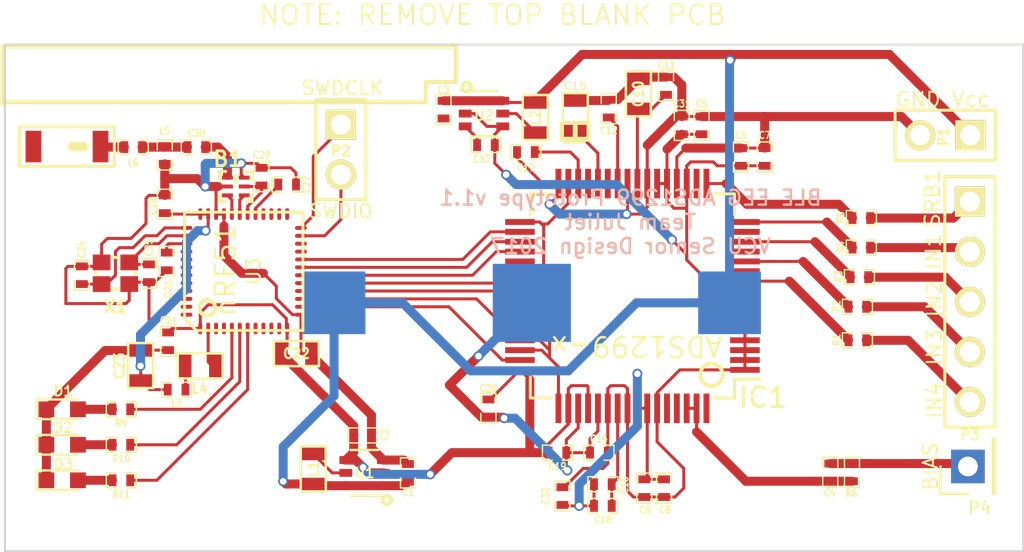
<source format=kicad_pcb>
(kicad_pcb (version 4) (host pcbnew 4.0.4-stable)

  (general
    (links 165)
    (no_connects 6)
    (area 265.649999 120.25 320.907143 148.250001)
    (thickness 1.6)
    (drawings 33)
    (tracks 472)
    (zones 0)
    (modules 62)
    (nets 85)
  )

  (page A3)
  (layers
    (0 F.Cu signal)
    (31 B.Cu signal)
    (32 B.Adhes user hide)
    (33 F.Adhes user hide)
    (34 B.Paste user)
    (35 F.Paste user hide)
    (36 B.SilkS user hide)
    (37 F.SilkS user)
    (38 B.Mask user hide)
    (39 F.Mask user hide)
    (40 Dwgs.User user hide)
    (41 Cmts.User user)
    (42 Eco1.User user)
    (43 Eco2.User user)
    (44 Edge.Cuts user)
  )

  (setup
    (last_trace_width 0.4572)
    (user_trace_width 0.152)
    (trace_clearance 0.1524)
    (zone_clearance 0.508)
    (zone_45_only yes)
    (trace_min 0.05)
    (segment_width 0.2)
    (edge_width 0.1)
    (via_size 0.508)
    (via_drill 0.3302)
    (via_min_size 0.152)
    (via_min_drill 0.3302)
    (user_via 0.2 0)
    (uvia_size 0.508)
    (uvia_drill 0.3302)
    (uvias_allowed no)
    (uvia_min_size 0.13)
    (uvia_min_drill 0.3302)
    (pcb_text_width 0.3)
    (pcb_text_size 1.5 1.5)
    (mod_edge_width 0.15)
    (mod_text_size 1 1)
    (mod_text_width 0.15)
    (pad_size 0.635 1.143)
    (pad_drill 0)
    (pad_to_mask_clearance 0.015)
    (aux_axis_origin 0 0)
    (visible_elements 7FFEFFBF)
    (pcbplotparams
      (layerselection 0x010f0_80000001)
      (usegerberextensions true)
      (excludeedgelayer true)
      (linewidth 0.150000)
      (plotframeref false)
      (viasonmask false)
      (mode 1)
      (useauxorigin false)
      (hpglpennumber 1)
      (hpglpenspeed 20)
      (hpglpendiameter 15)
      (hpglpenoverlay 2)
      (psnegative false)
      (psa4output false)
      (plotreference true)
      (plotvalue true)
      (plotinvisibletext false)
      (padsonsilk false)
      (subtractmaskfromsilk false)
      (outputformat 1)
      (mirror false)
      (drillshape 0)
      (scaleselection 1)
      (outputdirectory Gerber_EEG/))
  )

  (net 0 "")
  (net 1 /ANT1)
  (net 2 /ANT2)
  (net 3 /DCC)
  (net 4 /DEC1)
  (net 5 /DEC2)
  (net 6 /RF)
  (net 7 /SPI_SCLK)
  (net 8 /SPI_~CS)
  (net 9 /SWDCLK)
  (net 10 /SWDIO)
  (net 11 /VDD_PA)
  (net 12 /XC1)
  (net 13 /XC2)
  (net 14 /~DRDY)
  (net 15 VAA)
  (net 16 "Net-(A1-Pad1)")
  (net 17 "Net-(A1-Pad2)")
  (net 18 "Net-(L3-Pad1)")
  (net 19 AVSS)
  (net 20 DVDD)
  (net 21 AVDD)
  (net 22 "Net-(IC1-Pad11)")
  (net 23 "Net-(IC1-Pad12)")
  (net 24 "Net-(IC1-Pad14)")
  (net 25 "Net-(IC1-Pad16)")
  (net 26 "Net-(IC1-Pad17)")
  (net 27 "Net-(IC1-Pad18)")
  (net 28 "Net-(IC1-Pad27)")
  (net 29 "Net-(IC1-Pad29)")
  (net 30 /DIN)
  (net 31 /~PWDN)
  (net 32 /~RESET)
  (net 33 "Net-(IC1-Pad37)")
  (net 34 /DOUT)
  (net 35 "Net-(IC1-Pad60)")
  (net 36 /BIASIN)
  (net 37 "Net-(IC1-Pad64)")
  (net 38 /IN3)
  (net 39 /IN2)
  (net 40 /IN1)
  (net 41 "Net-(R10-Pad2)")
  (net 42 "Net-(R9-Pad2)")
  (net 43 "Net-(D1-Pad2)")
  (net 44 "Net-(D2-Pad2)")
  (net 45 "Net-(D3-Pad2)")
  (net 46 VCC)
  (net 47 "Net-(IC1-Pad61)")
  (net 48 "Net-(C4-Pad1)")
  (net 49 "Net-(C30-Pad2)")
  (net 50 "Net-(L1-Pad1)")
  (net 51 "Net-(L2-Pad1)")
  (net 52 "Net-(R11-Pad2)")
  (net 53 "Net-(U3-Pad28)")
  (net 54 "Net-(U3-Pad27)")
  (net 55 "Net-(U3-Pad26)")
  (net 56 "Net-(U3-Pad25)")
  (net 57 "Net-(U3-Pad11)")
  (net 58 "Net-(U3-Pad10)")
  (net 59 "Net-(U3-Pad9)")
  (net 60 "Net-(U3-Pad3)")
  (net 61 "Net-(U3-Pad4)")
  (net 62 "Net-(U3-Pad8)")
  (net 63 "Net-(U3-Pad22)")
  (net 64 "Net-(U3-Pad21)")
  (net 65 "Net-(U3-Pad41)")
  (net 66 "Net-(U3-Pad42)")
  (net 67 "Net-(U3-Pad40)")
  (net 68 "Net-(U3-Pad43)")
  (net 69 "Net-(U3-Pad44)")
  (net 70 "Net-(U3-Pad45)")
  (net 71 "Net-(U3-Pad46)")
  (net 72 "Net-(U3-Pad47)")
  (net 73 "Net-(U3-Pad48)")
  (net 74 "Net-(IC1-Pad13)")
  (net 75 "Net-(IC1-Pad15)")
  (net 76 "Net-(IC1-Pad9)")
  (net 77 "Net-(IC1-Pad10)")
  (net 78 /SRB1)
  (net 79 /IN4)
  (net 80 /VREFP)
  (net 81 /VCAP4)
  (net 82 /VCAP1)
  (net 83 /VCAP3)
  (net 84 /VCAP2)

  (net_class Default "This is the default net class."
    (clearance 0.1524)
    (trace_width 0.4572)
    (via_dia 0.508)
    (via_drill 0.3302)
    (uvia_dia 0.508)
    (uvia_drill 0.3302)
    (add_net /ANT1)
    (add_net /ANT2)
    (add_net /BIASIN)
    (add_net /DCC)
    (add_net /DEC1)
    (add_net /DEC2)
    (add_net /DIN)
    (add_net /DOUT)
    (add_net /IN1)
    (add_net /IN2)
    (add_net /IN3)
    (add_net /IN4)
    (add_net /RF)
    (add_net /SPI_SCLK)
    (add_net /SPI_~CS)
    (add_net /SRB1)
    (add_net /SWDCLK)
    (add_net /SWDIO)
    (add_net /VCAP1)
    (add_net /VCAP2)
    (add_net /VCAP3)
    (add_net /VCAP4)
    (add_net /VDD_PA)
    (add_net /VREFP)
    (add_net /XC1)
    (add_net /XC2)
    (add_net /~DRDY)
    (add_net /~PWDN)
    (add_net /~RESET)
    (add_net AVDD)
    (add_net AVSS)
    (add_net DVDD)
    (add_net "Net-(A1-Pad1)")
    (add_net "Net-(A1-Pad2)")
    (add_net "Net-(C30-Pad2)")
    (add_net "Net-(C4-Pad1)")
    (add_net "Net-(D1-Pad2)")
    (add_net "Net-(D2-Pad2)")
    (add_net "Net-(D3-Pad2)")
    (add_net "Net-(IC1-Pad10)")
    (add_net "Net-(IC1-Pad11)")
    (add_net "Net-(IC1-Pad12)")
    (add_net "Net-(IC1-Pad13)")
    (add_net "Net-(IC1-Pad14)")
    (add_net "Net-(IC1-Pad15)")
    (add_net "Net-(IC1-Pad16)")
    (add_net "Net-(IC1-Pad17)")
    (add_net "Net-(IC1-Pad18)")
    (add_net "Net-(IC1-Pad27)")
    (add_net "Net-(IC1-Pad29)")
    (add_net "Net-(IC1-Pad37)")
    (add_net "Net-(IC1-Pad60)")
    (add_net "Net-(IC1-Pad61)")
    (add_net "Net-(IC1-Pad64)")
    (add_net "Net-(IC1-Pad9)")
    (add_net "Net-(L1-Pad1)")
    (add_net "Net-(L2-Pad1)")
    (add_net "Net-(L3-Pad1)")
    (add_net "Net-(R10-Pad2)")
    (add_net "Net-(R11-Pad2)")
    (add_net "Net-(R9-Pad2)")
    (add_net "Net-(U3-Pad10)")
    (add_net "Net-(U3-Pad11)")
    (add_net "Net-(U3-Pad21)")
    (add_net "Net-(U3-Pad22)")
    (add_net "Net-(U3-Pad25)")
    (add_net "Net-(U3-Pad26)")
    (add_net "Net-(U3-Pad27)")
    (add_net "Net-(U3-Pad28)")
    (add_net "Net-(U3-Pad3)")
    (add_net "Net-(U3-Pad4)")
    (add_net "Net-(U3-Pad40)")
    (add_net "Net-(U3-Pad41)")
    (add_net "Net-(U3-Pad42)")
    (add_net "Net-(U3-Pad43)")
    (add_net "Net-(U3-Pad44)")
    (add_net "Net-(U3-Pad45)")
    (add_net "Net-(U3-Pad46)")
    (add_net "Net-(U3-Pad47)")
    (add_net "Net-(U3-Pad48)")
    (add_net "Net-(U3-Pad8)")
    (add_net "Net-(U3-Pad9)")
    (add_net VAA)
    (add_net VCC)
  )

  (module "Power Pads:3012TR-CR1632" (layer B.Cu) (tedit 58A756CD) (tstamp 58A7556C)
    (at 292.6 135.6)
    (path /588ADF45)
    (fp_text reference P6 (at 0 -3.5) (layer B.SilkS) hide
      (effects (font (size 1 1) (thickness 0.15)) (justify mirror))
    )
    (fp_text value PWR (at 0 3.4) (layer B.SilkS) hide
      (effects (font (size 1 1) (thickness 0.15)) (justify mirror))
    )
    (pad 2 smd rect (at 0 0) (size 3.96 3.96) (layers B.Cu B.Paste B.Mask)
      (net 19 AVSS))
    (pad 1 smd rect (at -10.02 0) (size 3.18 3.18) (layers B.Cu B.Paste B.Mask)
      (net 46 VCC))
    (pad 1 smd rect (at 10.02 0) (size 3.18 3.18) (layers B.Cu B.Paste B.Mask)
      (net 46 VCC))
  )

  (module "Power Pads:SM0603_Tant" (layer F.Cu) (tedit 58BD7565) (tstamp 58A7C3AD)
    (at 294.8 126.1 90)
    (path /58B2B921)
    (attr smd)
    (fp_text reference C15 (at 1.5 0 180) (layer F.SilkS)
      (effects (font (size 0.4 0.4) (thickness 0.06)))
    )
    (fp_text value 100µF (at 0 1.05 90) (layer F.SilkS) hide
      (effects (font (size 0.508 0.4572) (thickness 0.1143)))
    )
    (fp_line (start -1.25 0.7) (end -1.25 -0.65) (layer F.SilkS) (width 0.15))
    (fp_line (start -0.35 0.7) (end -1.2 0.7) (layer F.SilkS) (width 0.15))
    (fp_line (start -0.4 -0.7) (end -1.25 -0.7) (layer F.SilkS) (width 0.15))
    (fp_line (start -0.35 -0.6) (end -0.35 0.55) (layer F.SilkS) (width 0.15))
    (fp_line (start -1.35 -0.5) (end -1.35 0.45) (layer F.SilkS) (width 0.15))
    (fp_line (start -1.25 -0.55) (end -1.25 0.55) (layer F.SilkS) (width 0.15))
    (fp_line (start -0.4 -0.6) (end -0.4 0.6) (layer F.SilkS) (width 0.15))
    (fp_line (start -1.05 0) (end -0.55 0) (layer F.SilkS) (width 0.25))
    (fp_line (start -1.143 -0.635) (end 1.143 -0.635) (layer F.SilkS) (width 0.127))
    (fp_line (start 1.143 -0.635) (end 1.143 0.635) (layer F.SilkS) (width 0.127))
    (fp_line (start 1.143 0.635) (end -1.143 0.635) (layer F.SilkS) (width 0.127))
    (fp_line (start -1.143 0.635) (end -1.143 -0.635) (layer F.SilkS) (width 0.127))
    (pad 1 smd rect (at -0.762 0 90) (size 0.635 1.143) (layers F.Cu F.Paste F.Mask)
      (net 82 /VCAP1))
    (pad 2 smd rect (at 0.762 0 90) (size 0.635 1.143) (layers F.Cu F.Paste F.Mask)
      (net 19 AVSS))
    (model smd\resistors\R0603.wrl
      (at (xyz 0 0 0.001))
      (scale (xyz 0.5 0.5 0.5))
      (rotate (xyz 0 0 0))
    )
  )

  (module SM0402 (layer F.Cu) (tedit 58BC8D32) (tstamp 58BC71E6)
    (at 294.15 145.4 90)
    (path /58BCF638)
    (attr smd)
    (fp_text reference C32 (at 0 -0.85 90) (layer F.SilkS)
      (effects (font (size 0.35052 0.3048) (thickness 0.07112)))
    )
    (fp_text value 0.1uF (at 0.09906 0 90) (layer F.SilkS) hide
      (effects (font (size 0.35052 0.3048) (thickness 0.07112)))
    )
    (fp_line (start -0.254 -0.381) (end -0.762 -0.381) (layer F.SilkS) (width 0.07112))
    (fp_line (start -0.762 -0.381) (end -0.762 0.381) (layer F.SilkS) (width 0.07112))
    (fp_line (start -0.762 0.381) (end -0.254 0.381) (layer F.SilkS) (width 0.07112))
    (fp_line (start 0.254 -0.381) (end 0.762 -0.381) (layer F.SilkS) (width 0.07112))
    (fp_line (start 0.762 -0.381) (end 0.762 0.381) (layer F.SilkS) (width 0.07112))
    (fp_line (start 0.762 0.381) (end 0.254 0.381) (layer F.SilkS) (width 0.07112))
    (pad 1 smd rect (at -0.44958 0 90) (size 0.39878 0.59944) (layers F.Cu F.Paste F.Mask)
      (net 19 AVSS))
    (pad 2 smd rect (at 0.44958 0 90) (size 0.39878 0.59944) (layers F.Cu F.Paste F.Mask)
      (net 21 AVDD))
    (model smd\chip_cms.wrl
      (at (xyz 0 0 0.002))
      (scale (xyz 0.05 0.05 0.05))
      (rotate (xyz 0 0 0))
    )
  )

  (module Housings_QFP:TQFP-64_10x10mm_Pitch0.5mm (layer F.Cu) (tedit 58A7C02C) (tstamp 58A5E61F)
    (at 297.7 135.25 180)
    (descr "64-Lead Plastic Thin Quad Flatpack (PT) - 10x10x1 mm Body, 2.00 mm Footprint [TQFP] (see Microchip Packaging Specification 00000049BS.pdf)")
    (tags "QFP 0.5")
    (path /588AD1DC)
    (attr smd)
    (fp_text reference IC1 (at -6.6 -5.15 180) (layer F.SilkS)
      (effects (font (size 1 1) (thickness 0.15)))
    )
    (fp_text value ADS1299 (at 0 7.45 180) (layer F.Fab)
      (effects (font (size 1 1) (thickness 0.15)))
    )
    (fp_text user %R (at 0 0 180) (layer F.Fab)
      (effects (font (size 1 1) (thickness 0.15)))
    )
    (fp_line (start -4 -5) (end 5 -5) (layer F.Fab) (width 0.15))
    (fp_line (start 5 -5) (end 5 5) (layer F.Fab) (width 0.15))
    (fp_line (start 5 5) (end -5 5) (layer F.Fab) (width 0.15))
    (fp_line (start -5 5) (end -5 -4) (layer F.Fab) (width 0.15))
    (fp_line (start -5 -4) (end -4 -5) (layer F.Fab) (width 0.15))
    (fp_line (start -6.7 -6.7) (end -6.7 6.7) (layer F.CrtYd) (width 0.05))
    (fp_line (start 6.7 -6.7) (end 6.7 6.7) (layer F.CrtYd) (width 0.05))
    (fp_line (start -6.7 -6.7) (end 6.7 -6.7) (layer F.CrtYd) (width 0.05))
    (fp_line (start -6.7 6.7) (end 6.7 6.7) (layer F.CrtYd) (width 0.05))
    (fp_line (start -5.175 -5.175) (end -5.175 -4.225) (layer F.SilkS) (width 0.15))
    (fp_line (start 5.175 -5.175) (end 5.175 -4.125) (layer F.SilkS) (width 0.15))
    (fp_line (start 5.175 5.175) (end 5.175 4.125) (layer F.SilkS) (width 0.15))
    (fp_line (start -5.175 5.175) (end -5.175 4.125) (layer F.SilkS) (width 0.15))
    (fp_line (start -5.175 -5.175) (end -4.125 -5.175) (layer F.SilkS) (width 0.15))
    (fp_line (start -5.175 5.175) (end -4.125 5.175) (layer F.SilkS) (width 0.15))
    (fp_line (start 5.175 5.175) (end 4.125 5.175) (layer F.SilkS) (width 0.15))
    (fp_line (start 5.175 -5.175) (end 4.125 -5.175) (layer F.SilkS) (width 0.15))
    (fp_line (start -5.175 -4.225) (end -6.45 -4.225) (layer F.SilkS) (width 0.15))
    (pad 1 smd rect (at -5.7 -3.75 180) (size 1.5 0.3) (layers F.Cu F.Paste F.Mask)
      (net 21 AVDD))
    (pad 2 smd rect (at -5.7 -3.25 180) (size 1.5 0.3) (layers F.Cu F.Paste F.Mask)
      (net 21 AVDD))
    (pad 3 smd rect (at -5.7 -2.75 180) (size 1.5 0.3) (layers F.Cu F.Paste F.Mask)
      (net 21 AVDD))
    (pad 4 smd rect (at -5.7 -2.25 180) (size 1.5 0.3) (layers F.Cu F.Paste F.Mask)
      (net 21 AVDD))
    (pad 5 smd rect (at -5.7 -1.75 180) (size 1.5 0.3) (layers F.Cu F.Paste F.Mask)
      (net 21 AVDD))
    (pad 6 smd rect (at -5.7 -1.25 180) (size 1.5 0.3) (layers F.Cu F.Paste F.Mask)
      (net 21 AVDD))
    (pad 7 smd rect (at -5.7 -0.75 180) (size 1.5 0.3) (layers F.Cu F.Paste F.Mask)
      (net 21 AVDD))
    (pad 8 smd rect (at -5.7 -0.25 180) (size 1.5 0.3) (layers F.Cu F.Paste F.Mask)
      (net 21 AVDD))
    (pad 9 smd rect (at -5.7 0.25 180) (size 1.5 0.3) (layers F.Cu F.Paste F.Mask)
      (net 76 "Net-(IC1-Pad9)"))
    (pad 10 smd rect (at -5.7 0.75 180) (size 1.5 0.3) (layers F.Cu F.Paste F.Mask)
      (net 77 "Net-(IC1-Pad10)"))
    (pad 11 smd rect (at -5.7 1.25 180) (size 1.5 0.3) (layers F.Cu F.Paste F.Mask)
      (net 22 "Net-(IC1-Pad11)"))
    (pad 12 smd rect (at -5.7 1.75 180) (size 1.5 0.3) (layers F.Cu F.Paste F.Mask)
      (net 23 "Net-(IC1-Pad12)"))
    (pad 13 smd rect (at -5.7 2.25 180) (size 1.5 0.3) (layers F.Cu F.Paste F.Mask)
      (net 74 "Net-(IC1-Pad13)"))
    (pad 14 smd rect (at -5.7 2.75 180) (size 1.5 0.3) (layers F.Cu F.Paste F.Mask)
      (net 24 "Net-(IC1-Pad14)"))
    (pad 15 smd rect (at -5.7 3.25 180) (size 1.5 0.3) (layers F.Cu F.Paste F.Mask)
      (net 75 "Net-(IC1-Pad15)"))
    (pad 16 smd rect (at -5.7 3.75 180) (size 1.5 0.3) (layers F.Cu F.Paste F.Mask)
      (net 25 "Net-(IC1-Pad16)"))
    (pad 17 smd rect (at -3.75 5.7 270) (size 1.5 0.3) (layers F.Cu F.Paste F.Mask)
      (net 26 "Net-(IC1-Pad17)"))
    (pad 18 smd rect (at -3.25 5.7 270) (size 1.5 0.3) (layers F.Cu F.Paste F.Mask)
      (net 27 "Net-(IC1-Pad18)"))
    (pad 19 smd rect (at -2.75 5.7 270) (size 1.5 0.3) (layers F.Cu F.Paste F.Mask)
      (net 21 AVDD))
    (pad 20 smd rect (at -2.25 5.7 270) (size 1.5 0.3) (layers F.Cu F.Paste F.Mask)
      (net 19 AVSS))
    (pad 21 smd rect (at -1.75 5.7 270) (size 1.5 0.3) (layers F.Cu F.Paste F.Mask)
      (net 21 AVDD))
    (pad 22 smd rect (at -1.25 5.7 270) (size 1.5 0.3) (layers F.Cu F.Paste F.Mask)
      (net 21 AVDD))
    (pad 23 smd rect (at -0.75 5.7 270) (size 1.5 0.3) (layers F.Cu F.Paste F.Mask)
      (net 19 AVSS))
    (pad 24 smd rect (at -0.25 5.7 270) (size 1.5 0.3) (layers F.Cu F.Paste F.Mask)
      (net 80 /VREFP))
    (pad 25 smd rect (at 0.25 5.7 270) (size 1.5 0.3) (layers F.Cu F.Paste F.Mask)
      (net 19 AVSS))
    (pad 26 smd rect (at 0.75 5.7 270) (size 1.5 0.3) (layers F.Cu F.Paste F.Mask)
      (net 81 /VCAP4))
    (pad 27 smd rect (at 1.25 5.7 270) (size 1.5 0.3) (layers F.Cu F.Paste F.Mask)
      (net 28 "Net-(IC1-Pad27)"))
    (pad 28 smd rect (at 1.75 5.7 270) (size 1.5 0.3) (layers F.Cu F.Paste F.Mask)
      (net 82 /VCAP1))
    (pad 29 smd rect (at 2.25 5.7 270) (size 1.5 0.3) (layers F.Cu F.Paste F.Mask)
      (net 29 "Net-(IC1-Pad29)"))
    (pad 30 smd rect (at 2.75 5.7 270) (size 1.5 0.3) (layers F.Cu F.Paste F.Mask)
      (net 84 /VCAP2))
    (pad 31 smd rect (at 3.25 5.7 270) (size 1.5 0.3) (layers F.Cu F.Paste F.Mask)
      (net 19 AVSS))
    (pad 32 smd rect (at 3.75 5.7 270) (size 1.5 0.3) (layers F.Cu F.Paste F.Mask)
      (net 19 AVSS))
    (pad 33 smd rect (at 5.7 3.75 180) (size 1.5 0.3) (layers F.Cu F.Paste F.Mask)
      (net 19 AVSS))
    (pad 34 smd rect (at 5.7 3.25 180) (size 1.5 0.3) (layers F.Cu F.Paste F.Mask)
      (net 30 /DIN))
    (pad 35 smd rect (at 5.7 2.75 180) (size 1.5 0.3) (layers F.Cu F.Paste F.Mask)
      (net 31 /~PWDN))
    (pad 36 smd rect (at 5.7 2.25 180) (size 1.5 0.3) (layers F.Cu F.Paste F.Mask)
      (net 32 /~RESET))
    (pad 37 smd rect (at 5.7 1.75 180) (size 1.5 0.3) (layers F.Cu F.Paste F.Mask)
      (net 33 "Net-(IC1-Pad37)"))
    (pad 38 smd rect (at 5.7 1.25 180) (size 1.5 0.3) (layers F.Cu F.Paste F.Mask)
      (net 19 AVSS))
    (pad 39 smd rect (at 5.7 0.75 180) (size 1.5 0.3) (layers F.Cu F.Paste F.Mask)
      (net 8 /SPI_~CS))
    (pad 40 smd rect (at 5.7 0.25 180) (size 1.5 0.3) (layers F.Cu F.Paste F.Mask)
      (net 7 /SPI_SCLK))
    (pad 41 smd rect (at 5.7 -0.25 180) (size 1.5 0.3) (layers F.Cu F.Paste F.Mask)
      (net 19 AVSS))
    (pad 42 smd rect (at 5.7 -0.75 180) (size 1.5 0.3) (layers F.Cu F.Paste F.Mask)
      (net 19 AVSS))
    (pad 43 smd rect (at 5.7 -1.25 180) (size 1.5 0.3) (layers F.Cu F.Paste F.Mask)
      (net 34 /DOUT))
    (pad 44 smd rect (at 5.7 -1.75 180) (size 1.5 0.3) (layers F.Cu F.Paste F.Mask)
      (net 19 AVSS))
    (pad 45 smd rect (at 5.7 -2.25 180) (size 1.5 0.3) (layers F.Cu F.Paste F.Mask)
      (net 19 AVSS))
    (pad 46 smd rect (at 5.7 -2.75 180) (size 1.5 0.3) (layers F.Cu F.Paste F.Mask)
      (net 19 AVSS))
    (pad 47 smd rect (at 5.7 -3.25 180) (size 1.5 0.3) (layers F.Cu F.Paste F.Mask)
      (net 14 /~DRDY))
    (pad 48 smd rect (at 5.7 -3.75 180) (size 1.5 0.3) (layers F.Cu F.Paste F.Mask)
      (net 20 DVDD))
    (pad 49 smd rect (at 3.75 -5.7 270) (size 1.5 0.3) (layers F.Cu F.Paste F.Mask)
      (net 19 AVSS))
    (pad 50 smd rect (at 3.25 -5.7 270) (size 1.5 0.3) (layers F.Cu F.Paste F.Mask)
      (net 20 DVDD))
    (pad 51 smd rect (at 2.75 -5.7 270) (size 1.5 0.3) (layers F.Cu F.Paste F.Mask)
      (net 19 AVSS))
    (pad 52 smd rect (at 2.25 -5.7 270) (size 1.5 0.3) (layers F.Cu F.Paste F.Mask)
      (net 20 DVDD))
    (pad 53 smd rect (at 1.75 -5.7 270) (size 1.5 0.3) (layers F.Cu F.Paste F.Mask)
      (net 19 AVSS))
    (pad 54 smd rect (at 1.25 -5.7 270) (size 1.5 0.3) (layers F.Cu F.Paste F.Mask)
      (net 21 AVDD))
    (pad 55 smd rect (at 0.75 -5.7 270) (size 1.5 0.3) (layers F.Cu F.Paste F.Mask)
      (net 83 /VCAP3))
    (pad 56 smd rect (at 0.25 -5.7 270) (size 1.5 0.3) (layers F.Cu F.Paste F.Mask)
      (net 21 AVDD))
    (pad 57 smd rect (at -0.25 -5.7 270) (size 1.5 0.3) (layers F.Cu F.Paste F.Mask)
      (net 19 AVSS))
    (pad 58 smd rect (at -0.75 -5.7 270) (size 1.5 0.3) (layers F.Cu F.Paste F.Mask)
      (net 19 AVSS))
    (pad 59 smd rect (at -1.25 -5.7 270) (size 1.5 0.3) (layers F.Cu F.Paste F.Mask)
      (net 21 AVDD))
    (pad 60 smd rect (at -1.75 -5.7 270) (size 1.5 0.3) (layers F.Cu F.Paste F.Mask)
      (net 35 "Net-(IC1-Pad60)"))
    (pad 61 smd rect (at -2.25 -5.7 270) (size 1.5 0.3) (layers F.Cu F.Paste F.Mask)
      (net 47 "Net-(IC1-Pad61)"))
    (pad 62 smd rect (at -2.75 -5.7 270) (size 1.5 0.3) (layers F.Cu F.Paste F.Mask)
      (net 48 "Net-(C4-Pad1)"))
    (pad 63 smd rect (at -3.25 -5.7 270) (size 1.5 0.3) (layers F.Cu F.Paste F.Mask)
      (net 48 "Net-(C4-Pad1)"))
    (pad 64 smd rect (at -3.75 -5.7 270) (size 1.5 0.3) (layers F.Cu F.Paste F.Mask)
      (net 37 "Net-(IC1-Pad64)"))
    (model Housings_QFP.3dshapes/TQFP-64_10x10mm_Pitch0.5mm.wrl
      (at (xyz 0 0 0))
      (scale (xyz 1 1 1))
      (rotate (xyz 0 0 0))
    )
  )

  (module TO_SOT_Packages_SMD:SOT-363_SC-70-6 (layer F.Cu) (tedit 58ABA8B5) (tstamp 58A5F087)
    (at 290.175 126)
    (descr "SOT-363, SC-70-6")
    (path /589981DF)
    (attr smd)
    (fp_text reference U2 (at 0 0.1) (layer F.SilkS)
      (effects (font (size 0.5 0.5) (thickness 0.1)))
    )
    (fp_text value TPS61222 (at 0 2 180) (layer F.Fab)
      (effects (font (size 1 1) (thickness 0.15)))
    )
    (fp_line (start 0.7 -1.16) (end -1.2 -1.16) (layer F.SilkS) (width 0.12))
    (fp_line (start -0.7 1.16) (end 0.7 1.16) (layer F.SilkS) (width 0.12))
    (fp_line (start 1.6 1.4) (end 1.6 -1.4) (layer F.CrtYd) (width 0.05))
    (fp_line (start -1.6 -1.4) (end -1.6 1.4) (layer F.CrtYd) (width 0.05))
    (fp_line (start -1.6 -1.4) (end 1.6 -1.4) (layer F.CrtYd) (width 0.05))
    (fp_line (start 0.675 -1.1) (end -0.175 -1.1) (layer F.Fab) (width 0.1))
    (fp_line (start -0.675 -0.6) (end -0.675 1.1) (layer F.Fab) (width 0.1))
    (fp_line (start -1.6 1.4) (end 1.6 1.4) (layer F.CrtYd) (width 0.05))
    (fp_line (start 0.675 -1.1) (end 0.675 1.1) (layer F.Fab) (width 0.1))
    (fp_line (start 0.675 1.1) (end -0.675 1.1) (layer F.Fab) (width 0.1))
    (fp_line (start -0.175 -1.1) (end -0.675 -0.6) (layer F.Fab) (width 0.1))
    (pad 1 smd rect (at -0.95 -0.65) (size 0.65 0.4) (layers F.Cu F.Paste F.Mask)
      (net 46 VCC))
    (pad 3 smd rect (at -0.95 0.65) (size 0.65 0.4) (layers F.Cu F.Paste F.Mask)
      (net 19 AVSS))
    (pad 5 smd rect (at 0.95 0) (size 0.65 0.4) (layers F.Cu F.Paste F.Mask)
      (net 51 "Net-(L2-Pad1)"))
    (pad 2 smd rect (at -0.95 0) (size 0.65 0.4) (layers F.Cu F.Paste F.Mask)
      (net 21 AVDD))
    (pad 4 smd rect (at 0.95 0.65) (size 0.65 0.4) (layers F.Cu F.Paste F.Mask)
      (net 21 AVDD))
    (pad 6 smd rect (at 0.95 -0.65) (size 0.65 0.4) (layers F.Cu F.Paste F.Mask)
      (net 46 VCC))
  )

  (module SM0402 (layer F.Cu) (tedit 58ABB4F6) (tstamp 58ABB546)
    (at 296.5 125.75 90)
    (path /588BC8FE)
    (attr smd)
    (fp_text reference C12 (at -1.1 0 180) (layer F.SilkS)
      (effects (font (size 0.35052 0.3048) (thickness 0.07112)))
    )
    (fp_text value 1uF (at 0.09906 0 90) (layer F.SilkS) hide
      (effects (font (size 0.35052 0.3048) (thickness 0.07112)))
    )
    (fp_line (start -0.254 -0.381) (end -0.762 -0.381) (layer F.SilkS) (width 0.07112))
    (fp_line (start -0.762 -0.381) (end -0.762 0.381) (layer F.SilkS) (width 0.07112))
    (fp_line (start -0.762 0.381) (end -0.254 0.381) (layer F.SilkS) (width 0.07112))
    (fp_line (start 0.254 -0.381) (end 0.762 -0.381) (layer F.SilkS) (width 0.07112))
    (fp_line (start 0.762 -0.381) (end 0.762 0.381) (layer F.SilkS) (width 0.07112))
    (fp_line (start 0.762 0.381) (end 0.254 0.381) (layer F.SilkS) (width 0.07112))
    (pad 1 smd rect (at -0.44958 0 90) (size 0.39878 0.59944) (layers F.Cu F.Paste F.Mask)
      (net 81 /VCAP4))
    (pad 2 smd rect (at 0.44958 0 90) (size 0.39878 0.59944) (layers F.Cu F.Paste F.Mask)
      (net 19 AVSS))
    (model smd\chip_cms.wrl
      (at (xyz 0 0 0.002))
      (scale (xyz 0.05 0.05 0.05))
      (rotate (xyz 0 0 0))
    )
  )

  (module SM0402 (layer F.Cu) (tedit 58ABB4C7) (tstamp 58ABB4FE)
    (at 300.2 126.6 270)
    (path /58B25390)
    (attr smd)
    (fp_text reference C31 (at -1.1 0 360) (layer F.SilkS)
      (effects (font (size 0.35052 0.3048) (thickness 0.07112)))
    )
    (fp_text value 0.1uF (at 0.09906 0 270) (layer F.SilkS) hide
      (effects (font (size 0.35052 0.3048) (thickness 0.07112)))
    )
    (fp_line (start -0.254 -0.381) (end -0.762 -0.381) (layer F.SilkS) (width 0.07112))
    (fp_line (start -0.762 -0.381) (end -0.762 0.381) (layer F.SilkS) (width 0.07112))
    (fp_line (start -0.762 0.381) (end -0.254 0.381) (layer F.SilkS) (width 0.07112))
    (fp_line (start 0.254 -0.381) (end 0.762 -0.381) (layer F.SilkS) (width 0.07112))
    (fp_line (start 0.762 -0.381) (end 0.762 0.381) (layer F.SilkS) (width 0.07112))
    (fp_line (start 0.762 0.381) (end 0.254 0.381) (layer F.SilkS) (width 0.07112))
    (pad 1 smd rect (at -0.44958 0 270) (size 0.39878 0.59944) (layers F.Cu F.Paste F.Mask)
      (net 19 AVSS))
    (pad 2 smd rect (at 0.44958 0 270) (size 0.39878 0.59944) (layers F.Cu F.Paste F.Mask)
      (net 21 AVDD))
    (model smd\chip_cms.wrl
      (at (xyz 0 0 0.002))
      (scale (xyz 0.05 0.05 0.05))
      (rotate (xyz 0 0 0))
    )
  )

  (module SM0402 (layer F.Cu) (tedit 58ABB4BE) (tstamp 58ABB4D9)
    (at 301.2 126.6 270)
    (path /58B167C3)
    (attr smd)
    (fp_text reference C5 (at -1.1 0 360) (layer F.SilkS)
      (effects (font (size 0.35052 0.3048) (thickness 0.07112)))
    )
    (fp_text value 1uF (at 0.09906 0 270) (layer F.SilkS) hide
      (effects (font (size 0.35052 0.3048) (thickness 0.07112)))
    )
    (fp_line (start -0.254 -0.381) (end -0.762 -0.381) (layer F.SilkS) (width 0.07112))
    (fp_line (start -0.762 -0.381) (end -0.762 0.381) (layer F.SilkS) (width 0.07112))
    (fp_line (start -0.762 0.381) (end -0.254 0.381) (layer F.SilkS) (width 0.07112))
    (fp_line (start 0.254 -0.381) (end 0.762 -0.381) (layer F.SilkS) (width 0.07112))
    (fp_line (start 0.762 -0.381) (end 0.762 0.381) (layer F.SilkS) (width 0.07112))
    (fp_line (start 0.762 0.381) (end 0.254 0.381) (layer F.SilkS) (width 0.07112))
    (pad 1 smd rect (at -0.44958 0 270) (size 0.39878 0.59944) (layers F.Cu F.Paste F.Mask)
      (net 19 AVSS))
    (pad 2 smd rect (at 0.44958 0 270) (size 0.39878 0.59944) (layers F.Cu F.Paste F.Mask)
      (net 21 AVDD))
    (model smd\chip_cms.wrl
      (at (xyz 0 0 0.002))
      (scale (xyz 0.05 0.05 0.05))
      (rotate (xyz 0 0 0))
    )
  )

  (module SM0402 (layer F.Cu) (tedit 58ABAB06) (tstamp 58A77ACF)
    (at 293.9 143.2)
    (path /58A78680)
    (attr smd)
    (fp_text reference C19 (at 0 0.7) (layer F.SilkS)
      (effects (font (size 0.35052 0.3048) (thickness 0.07112)))
    )
    (fp_text value 1uF (at 0.09906 0) (layer F.SilkS) hide
      (effects (font (size 0.35052 0.3048) (thickness 0.07112)))
    )
    (fp_line (start -0.254 -0.381) (end -0.762 -0.381) (layer F.SilkS) (width 0.07112))
    (fp_line (start -0.762 -0.381) (end -0.762 0.381) (layer F.SilkS) (width 0.07112))
    (fp_line (start -0.762 0.381) (end -0.254 0.381) (layer F.SilkS) (width 0.07112))
    (fp_line (start 0.254 -0.381) (end 0.762 -0.381) (layer F.SilkS) (width 0.07112))
    (fp_line (start 0.762 -0.381) (end 0.762 0.381) (layer F.SilkS) (width 0.07112))
    (fp_line (start 0.762 0.381) (end 0.254 0.381) (layer F.SilkS) (width 0.07112))
    (pad 1 smd rect (at -0.44958 0) (size 0.39878 0.59944) (layers F.Cu F.Paste F.Mask)
      (net 20 DVDD))
    (pad 2 smd rect (at 0.44958 0) (size 0.39878 0.59944) (layers F.Cu F.Paste F.Mask)
      (net 19 AVSS))
    (model smd\chip_cms.wrl
      (at (xyz 0 0 0.002))
      (scale (xyz 0.05 0.05 0.05))
      (rotate (xyz 0 0 0))
    )
  )

  (module SM0402 (layer F.Cu) (tedit 58BC7293) (tstamp 58ABA47F)
    (at 296 143.2)
    (path /58AC9DAD)
    (attr smd)
    (fp_text reference C14 (at 0 -0.7 180) (layer F.SilkS)
      (effects (font (size 0.35052 0.3048) (thickness 0.07112)))
    )
    (fp_text value 1uF (at 0.09906 0) (layer F.SilkS) hide
      (effects (font (size 0.35052 0.3048) (thickness 0.07112)))
    )
    (fp_line (start -0.254 -0.381) (end -0.762 -0.381) (layer F.SilkS) (width 0.07112))
    (fp_line (start -0.762 -0.381) (end -0.762 0.381) (layer F.SilkS) (width 0.07112))
    (fp_line (start -0.762 0.381) (end -0.254 0.381) (layer F.SilkS) (width 0.07112))
    (fp_line (start 0.254 -0.381) (end 0.762 -0.381) (layer F.SilkS) (width 0.07112))
    (fp_line (start 0.762 -0.381) (end 0.762 0.381) (layer F.SilkS) (width 0.07112))
    (fp_line (start 0.762 0.381) (end 0.254 0.381) (layer F.SilkS) (width 0.07112))
    (pad 1 smd rect (at -0.44958 0) (size 0.39878 0.59944) (layers F.Cu F.Paste F.Mask)
      (net 19 AVSS))
    (pad 2 smd rect (at 0.44958 0) (size 0.39878 0.59944) (layers F.Cu F.Paste F.Mask)
      (net 21 AVDD))
    (model smd\chip_cms.wrl
      (at (xyz 0 0 0.002))
      (scale (xyz 0.05 0.05 0.05))
      (rotate (xyz 0 0 0))
    )
  )

  (module SM0402 (layer F.Cu) (tedit 58ABA95E) (tstamp 58A87344)
    (at 309.3 131.3)
    (path /58A53805)
    (attr smd)
    (fp_text reference R5 (at -1.05 -0.03 90) (layer F.SilkS)
      (effects (font (size 0.35052 0.3048) (thickness 0.07112)))
    )
    (fp_text value 30k (at 0.09906 0) (layer F.SilkS) hide
      (effects (font (size 0.35052 0.3048) (thickness 0.07112)))
    )
    (fp_line (start -0.254 -0.381) (end -0.762 -0.381) (layer F.SilkS) (width 0.07112))
    (fp_line (start -0.762 -0.381) (end -0.762 0.381) (layer F.SilkS) (width 0.07112))
    (fp_line (start -0.762 0.381) (end -0.254 0.381) (layer F.SilkS) (width 0.07112))
    (fp_line (start 0.254 -0.381) (end 0.762 -0.381) (layer F.SilkS) (width 0.07112))
    (fp_line (start 0.762 -0.381) (end 0.762 0.381) (layer F.SilkS) (width 0.07112))
    (fp_line (start 0.762 0.381) (end 0.254 0.381) (layer F.SilkS) (width 0.07112))
    (pad 1 smd rect (at -0.44958 0) (size 0.39878 0.59944) (layers F.Cu F.Paste F.Mask)
      (net 26 "Net-(IC1-Pad17)"))
    (pad 2 smd rect (at 0.44958 0) (size 0.39878 0.59944) (layers F.Cu F.Paste F.Mask)
      (net 78 /SRB1))
    (model smd\chip_cms.wrl
      (at (xyz 0 0 0.002))
      (scale (xyz 0.05 0.05 0.05))
      (rotate (xyz 0 0 0))
    )
  )

  (module SM0402 (layer F.Cu) (tedit 58ABAA8F) (tstamp 58A77C96)
    (at 290.4 140.95 90)
    (path /58AD0381)
    (attr smd)
    (fp_text reference C20 (at 1 0 180) (layer F.SilkS)
      (effects (font (size 0.35052 0.3048) (thickness 0.07112)))
    )
    (fp_text value 0.1uF (at 0.09906 0 90) (layer F.SilkS) hide
      (effects (font (size 0.35052 0.3048) (thickness 0.07112)))
    )
    (fp_line (start -0.254 -0.381) (end -0.762 -0.381) (layer F.SilkS) (width 0.07112))
    (fp_line (start -0.762 -0.381) (end -0.762 0.381) (layer F.SilkS) (width 0.07112))
    (fp_line (start -0.762 0.381) (end -0.254 0.381) (layer F.SilkS) (width 0.07112))
    (fp_line (start 0.254 -0.381) (end 0.762 -0.381) (layer F.SilkS) (width 0.07112))
    (fp_line (start 0.762 -0.381) (end 0.762 0.381) (layer F.SilkS) (width 0.07112))
    (fp_line (start 0.762 0.381) (end 0.254 0.381) (layer F.SilkS) (width 0.07112))
    (pad 1 smd rect (at -0.44958 0 90) (size 0.39878 0.59944) (layers F.Cu F.Paste F.Mask)
      (net 19 AVSS))
    (pad 2 smd rect (at 0.44958 0 90) (size 0.39878 0.59944) (layers F.Cu F.Paste F.Mask)
      (net 20 DVDD))
    (model smd\chip_cms.wrl
      (at (xyz 0 0 0.002))
      (scale (xyz 0.05 0.05 0.05))
      (rotate (xyz 0 0 0))
    )
  )

  (module SM0402 (layer F.Cu) (tedit 58BC729A) (tstamp 58A77ADA)
    (at 296.2 145.9 180)
    (path /588BAB6E)
    (attr smd)
    (fp_text reference C18 (at 0 -0.7 360) (layer F.SilkS)
      (effects (font (size 0.35052 0.3048) (thickness 0.07112)))
    )
    (fp_text value 0.1uF (at 0.09906 0 180) (layer F.SilkS) hide
      (effects (font (size 0.35052 0.3048) (thickness 0.07112)))
    )
    (fp_line (start -0.254 -0.381) (end -0.762 -0.381) (layer F.SilkS) (width 0.07112))
    (fp_line (start -0.762 -0.381) (end -0.762 0.381) (layer F.SilkS) (width 0.07112))
    (fp_line (start -0.762 0.381) (end -0.254 0.381) (layer F.SilkS) (width 0.07112))
    (fp_line (start 0.254 -0.381) (end 0.762 -0.381) (layer F.SilkS) (width 0.07112))
    (fp_line (start 0.762 -0.381) (end 0.762 0.381) (layer F.SilkS) (width 0.07112))
    (fp_line (start 0.762 0.381) (end 0.254 0.381) (layer F.SilkS) (width 0.07112))
    (pad 1 smd rect (at -0.44958 0 180) (size 0.39878 0.59944) (layers F.Cu F.Paste F.Mask)
      (net 83 /VCAP3))
    (pad 2 smd rect (at 0.44958 0 180) (size 0.39878 0.59944) (layers F.Cu F.Paste F.Mask)
      (net 19 AVSS))
    (model smd\chip_cms.wrl
      (at (xyz 0 0 0.002))
      (scale (xyz 0.05 0.05 0.05))
      (rotate (xyz 0 0 0))
    )
  )

  (module SM0402 (layer F.Cu) (tedit 58BC7295) (tstamp 58A77AC4)
    (at 296.2 144.8 180)
    (path /588BAB68)
    (attr smd)
    (fp_text reference C16 (at -1.1 -0.05 270) (layer F.SilkS)
      (effects (font (size 0.35052 0.3048) (thickness 0.07112)))
    )
    (fp_text value 1uF (at 0.09906 0 180) (layer F.SilkS) hide
      (effects (font (size 0.35052 0.3048) (thickness 0.07112)))
    )
    (fp_line (start -0.254 -0.381) (end -0.762 -0.381) (layer F.SilkS) (width 0.07112))
    (fp_line (start -0.762 -0.381) (end -0.762 0.381) (layer F.SilkS) (width 0.07112))
    (fp_line (start -0.762 0.381) (end -0.254 0.381) (layer F.SilkS) (width 0.07112))
    (fp_line (start 0.254 -0.381) (end 0.762 -0.381) (layer F.SilkS) (width 0.07112))
    (fp_line (start 0.762 -0.381) (end 0.762 0.381) (layer F.SilkS) (width 0.07112))
    (fp_line (start 0.762 0.381) (end 0.254 0.381) (layer F.SilkS) (width 0.07112))
    (pad 1 smd rect (at -0.44958 0 180) (size 0.39878 0.59944) (layers F.Cu F.Paste F.Mask)
      (net 83 /VCAP3))
    (pad 2 smd rect (at 0.44958 0 180) (size 0.39878 0.59944) (layers F.Cu F.Paste F.Mask)
      (net 19 AVSS))
    (model smd\chip_cms.wrl
      (at (xyz 0 0 0.002))
      (scale (xyz 0.05 0.05 0.05))
      (rotate (xyz 0 0 0))
    )
  )

  (module SM0402 (layer F.Cu) (tedit 58ABC2EC) (tstamp 58A77AB9)
    (at 298.3 145 90)
    (path /58ABA79C)
    (attr smd)
    (fp_text reference C9 (at -1.1 0.05 180) (layer F.SilkS)
      (effects (font (size 0.35052 0.3048) (thickness 0.07112)))
    )
    (fp_text value 0.1uF (at 0.09906 0 90) (layer F.SilkS) hide
      (effects (font (size 0.35052 0.3048) (thickness 0.07112)))
    )
    (fp_line (start -0.254 -0.381) (end -0.762 -0.381) (layer F.SilkS) (width 0.07112))
    (fp_line (start -0.762 -0.381) (end -0.762 0.381) (layer F.SilkS) (width 0.07112))
    (fp_line (start -0.762 0.381) (end -0.254 0.381) (layer F.SilkS) (width 0.07112))
    (fp_line (start 0.254 -0.381) (end 0.762 -0.381) (layer F.SilkS) (width 0.07112))
    (fp_line (start 0.762 -0.381) (end 0.762 0.381) (layer F.SilkS) (width 0.07112))
    (fp_line (start 0.762 0.381) (end 0.254 0.381) (layer F.SilkS) (width 0.07112))
    (pad 1 smd rect (at -0.44958 0 90) (size 0.39878 0.59944) (layers F.Cu F.Paste F.Mask)
      (net 21 AVDD))
    (pad 2 smd rect (at 0.44958 0 90) (size 0.39878 0.59944) (layers F.Cu F.Paste F.Mask)
      (net 19 AVSS))
    (model smd\chip_cms.wrl
      (at (xyz 0 0 0.002))
      (scale (xyz 0.05 0.05 0.05))
      (rotate (xyz 0 0 0))
    )
  )

  (module SM0402 (layer F.Cu) (tedit 58ABB3C6) (tstamp 58A77AAE)
    (at 292.3 127.95 180)
    (path /588BCA75)
    (attr smd)
    (fp_text reference C17 (at 0 -0.8 180) (layer F.SilkS)
      (effects (font (size 0.35052 0.3048) (thickness 0.07112)))
    )
    (fp_text value 1uF (at 0.09906 0 180) (layer F.SilkS) hide
      (effects (font (size 0.35052 0.3048) (thickness 0.07112)))
    )
    (fp_line (start -0.254 -0.381) (end -0.762 -0.381) (layer F.SilkS) (width 0.07112))
    (fp_line (start -0.762 -0.381) (end -0.762 0.381) (layer F.SilkS) (width 0.07112))
    (fp_line (start -0.762 0.381) (end -0.254 0.381) (layer F.SilkS) (width 0.07112))
    (fp_line (start 0.254 -0.381) (end 0.762 -0.381) (layer F.SilkS) (width 0.07112))
    (fp_line (start 0.762 -0.381) (end 0.762 0.381) (layer F.SilkS) (width 0.07112))
    (fp_line (start 0.762 0.381) (end 0.254 0.381) (layer F.SilkS) (width 0.07112))
    (pad 1 smd rect (at -0.44958 0 180) (size 0.39878 0.59944) (layers F.Cu F.Paste F.Mask)
      (net 84 /VCAP2))
    (pad 2 smd rect (at 0.44958 0 180) (size 0.39878 0.59944) (layers F.Cu F.Paste F.Mask)
      (net 19 AVSS))
    (model smd\chip_cms.wrl
      (at (xyz 0 0 0.002))
      (scale (xyz 0.05 0.05 0.05))
      (rotate (xyz 0 0 0))
    )
  )

  (module SM0402 (layer F.Cu) (tedit 58ABC2EF) (tstamp 58A77AA3)
    (at 299.3 145 90)
    (path /58ABA6A4)
    (attr smd)
    (fp_text reference C8 (at -1.1 0.05 180) (layer F.SilkS)
      (effects (font (size 0.35052 0.3048) (thickness 0.07112)))
    )
    (fp_text value 1uF (at 0.09906 0 90) (layer F.SilkS) hide
      (effects (font (size 0.35052 0.3048) (thickness 0.07112)))
    )
    (fp_line (start -0.254 -0.381) (end -0.762 -0.381) (layer F.SilkS) (width 0.07112))
    (fp_line (start -0.762 -0.381) (end -0.762 0.381) (layer F.SilkS) (width 0.07112))
    (fp_line (start -0.762 0.381) (end -0.254 0.381) (layer F.SilkS) (width 0.07112))
    (fp_line (start 0.254 -0.381) (end 0.762 -0.381) (layer F.SilkS) (width 0.07112))
    (fp_line (start 0.762 -0.381) (end 0.762 0.381) (layer F.SilkS) (width 0.07112))
    (fp_line (start 0.762 0.381) (end 0.254 0.381) (layer F.SilkS) (width 0.07112))
    (pad 1 smd rect (at -0.44958 0 90) (size 0.39878 0.59944) (layers F.Cu F.Paste F.Mask)
      (net 21 AVDD))
    (pad 2 smd rect (at 0.44958 0 90) (size 0.39878 0.59944) (layers F.Cu F.Paste F.Mask)
      (net 19 AVSS))
    (model smd\chip_cms.wrl
      (at (xyz 0 0 0.002))
      (scale (xyz 0.05 0.05 0.05))
      (rotate (xyz 0 0 0))
    )
  )

  (module SM0402 (layer F.Cu) (tedit 58ABB3FE) (tstamp 58A77A8D)
    (at 299.4 124.6 270)
    (path /588C02B1)
    (attr smd)
    (fp_text reference C11 (at -1.05 -0.03 360) (layer F.SilkS)
      (effects (font (size 0.35052 0.3048) (thickness 0.07112)))
    )
    (fp_text value 0.1uF (at 0.09906 0 270) (layer F.SilkS) hide
      (effects (font (size 0.35052 0.3048) (thickness 0.07112)))
    )
    (fp_line (start -0.254 -0.381) (end -0.762 -0.381) (layer F.SilkS) (width 0.07112))
    (fp_line (start -0.762 -0.381) (end -0.762 0.381) (layer F.SilkS) (width 0.07112))
    (fp_line (start -0.762 0.381) (end -0.254 0.381) (layer F.SilkS) (width 0.07112))
    (fp_line (start 0.254 -0.381) (end 0.762 -0.381) (layer F.SilkS) (width 0.07112))
    (fp_line (start 0.762 -0.381) (end 0.762 0.381) (layer F.SilkS) (width 0.07112))
    (fp_line (start 0.762 0.381) (end 0.254 0.381) (layer F.SilkS) (width 0.07112))
    (pad 1 smd rect (at -0.44958 0 270) (size 0.39878 0.59944) (layers F.Cu F.Paste F.Mask)
      (net 19 AVSS))
    (pad 2 smd rect (at 0.44958 0 270) (size 0.39878 0.59944) (layers F.Cu F.Paste F.Mask)
      (net 80 /VREFP))
    (model smd\chip_cms.wrl
      (at (xyz 0 0 0.002))
      (scale (xyz 0.05 0.05 0.05))
      (rotate (xyz 0 0 0))
    )
  )

  (module SM0402 (layer F.Cu) (tedit 58ABB2C8) (tstamp 58A77A6B)
    (at 304.4 128.2 270)
    (path /58B17695)
    (attr smd)
    (fp_text reference C7 (at -1.1 0 360) (layer F.SilkS)
      (effects (font (size 0.35052 0.3048) (thickness 0.07112)))
    )
    (fp_text value 0.1uF (at 0.09906 0 270) (layer F.SilkS) hide
      (effects (font (size 0.35052 0.3048) (thickness 0.07112)))
    )
    (fp_line (start -0.254 -0.381) (end -0.762 -0.381) (layer F.SilkS) (width 0.07112))
    (fp_line (start -0.762 -0.381) (end -0.762 0.381) (layer F.SilkS) (width 0.07112))
    (fp_line (start -0.762 0.381) (end -0.254 0.381) (layer F.SilkS) (width 0.07112))
    (fp_line (start 0.254 -0.381) (end 0.762 -0.381) (layer F.SilkS) (width 0.07112))
    (fp_line (start 0.762 -0.381) (end 0.762 0.381) (layer F.SilkS) (width 0.07112))
    (fp_line (start 0.762 0.381) (end 0.254 0.381) (layer F.SilkS) (width 0.07112))
    (pad 1 smd rect (at -0.44958 0 270) (size 0.39878 0.59944) (layers F.Cu F.Paste F.Mask)
      (net 19 AVSS))
    (pad 2 smd rect (at 0.44958 0 270) (size 0.39878 0.59944) (layers F.Cu F.Paste F.Mask)
      (net 21 AVDD))
    (model smd\chip_cms.wrl
      (at (xyz 0 0 0.002))
      (scale (xyz 0.05 0.05 0.05))
      (rotate (xyz 0 0 0))
    )
  )

  (module QFN48-6X6 (layer F.Cu) (tedit 58BD787D) (tstamp 54E75ECE)
    (at 278 134 90)
    (path /588ADF52)
    (fp_text reference U3 (at 0 0.5 270) (layer F.SilkS)
      (effects (font (size 0.7 0.7) (thickness 0.1)))
    )
    (fp_text value NRF51X22-QFN (at 0.01 0 90) (layer F.SilkS) hide
      (effects (font (size 0.127 0.127) (thickness 0.03175)))
    )
    (fp_line (start -2.4 -3) (end -3 -2.4) (layer F.SilkS) (width 0.15))
    (fp_line (start -3 3) (end -3 -2.4) (layer F.SilkS) (width 0.15))
    (fp_line (start 3 -3) (end -2.4 -3) (layer F.SilkS) (width 0.15))
    (fp_line (start 3 -3) (end 3 3) (layer F.SilkS) (width 0.15))
    (fp_line (start 3 3) (end -3 3) (layer F.SilkS) (width 0.15))
    (pad 30 smd oval (at 2.9 0.2 180) (size 0.2 0.6) (layers F.Cu F.Paste F.Mask)
      (net 11 /VDD_PA))
    (pad 29 smd oval (at 2.9 0.6 180) (size 0.2 0.6) (layers F.Cu F.Paste F.Mask)
      (net 5 /DEC2))
    (pad 31 smd oval (at 2.9 -0.2 180) (size 0.2 0.6) (layers F.Cu F.Paste F.Mask)
      (net 1 /ANT1))
    (pad 28 smd oval (at 2.9 1 180) (size 0.2 0.6) (layers F.Cu F.Paste F.Mask)
      (net 53 "Net-(U3-Pad28)"))
    (pad 27 smd oval (at 2.9 1.4 180) (size 0.2 0.6) (layers F.Cu F.Paste F.Mask)
      (net 54 "Net-(U3-Pad27)"))
    (pad 32 smd oval (at 2.9 -0.6 180) (size 0.2 0.6) (layers F.Cu F.Paste F.Mask)
      (net 2 /ANT2))
    (pad 33 smd oval (at 2.9 -1 180) (size 0.2 0.6) (layers F.Cu F.Paste F.Mask)
      (net 19 AVSS))
    (pad 34 smd oval (at 2.9 -1.4 180) (size 0.2 0.6) (layers F.Cu F.Paste F.Mask)
      (net 19 AVSS))
    (pad 26 smd oval (at 2.9 1.8 180) (size 0.2 0.6) (layers F.Cu F.Paste F.Mask)
      (net 55 "Net-(U3-Pad26)"))
    (pad 25 smd oval (at 2.9 2.2 180) (size 0.2 0.6) (layers F.Cu F.Paste F.Mask)
      (net 56 "Net-(U3-Pad25)"))
    (pad 36 smd oval (at 2.9 -2.2 180) (size 0.2 0.6) (layers F.Cu F.Paste F.Mask)
      (net 15 VAA))
    (pad 35 smd oval (at 2.9 -1.8 180) (size 0.2 0.6) (layers F.Cu F.Paste F.Mask)
      (net 15 VAA))
    (pad 1 smd oval (at -2.9 -2.2 180) (size 0.2 0.6) (layers F.Cu F.Paste F.Mask)
      (net 20 DVDD))
    (pad 11 smd oval (at -2.9 1.8 180) (size 0.2 0.6) (layers F.Cu F.Paste F.Mask)
      (net 57 "Net-(U3-Pad11)"))
    (pad 10 smd oval (at -2.9 1.4 180) (size 0.2 0.6) (layers F.Cu F.Paste F.Mask)
      (net 58 "Net-(U3-Pad10)"))
    (pad 9 smd oval (at -2.9 1 180) (size 0.2 0.6) (layers F.Cu F.Paste F.Mask)
      (net 59 "Net-(U3-Pad9)"))
    (pad 2 smd oval (at -2.9 -1.8 180) (size 0.2 0.6) (layers F.Cu F.Paste F.Mask)
      (net 3 /DCC))
    (pad 3 smd oval (at -2.9 -1.4 180) (size 0.2 0.6) (layers F.Cu F.Paste F.Mask)
      (net 60 "Net-(U3-Pad3)"))
    (pad 4 smd oval (at -2.9 -1 180) (size 0.2 0.6) (layers F.Cu F.Paste F.Mask)
      (net 61 "Net-(U3-Pad4)"))
    (pad 8 smd oval (at -2.9 0.6 180) (size 0.2 0.6) (layers F.Cu F.Paste F.Mask)
      (net 62 "Net-(U3-Pad8)"))
    (pad 12 smd oval (at -2.9 2.2 180) (size 0.2 0.6) (layers F.Cu F.Paste F.Mask)
      (net 20 DVDD))
    (pad 5 smd oval (at -2.9 -0.6 180) (size 0.2 0.6) (layers F.Cu F.Paste F.Mask)
      (net 42 "Net-(R9-Pad2)"))
    (pad 7 smd oval (at -2.9 0.2 180) (size 0.2 0.6) (layers F.Cu F.Paste F.Mask)
      (net 52 "Net-(R11-Pad2)"))
    (pad 6 smd oval (at -2.9 -0.2 180) (size 0.2 0.6) (layers F.Cu F.Paste F.Mask)
      (net 41 "Net-(R10-Pad2)"))
    (pad 23 smd oval (at 1.8 2.9 90) (size 0.2 0.6) (layers F.Cu F.Paste F.Mask)
      (net 10 /SWDIO))
    (pad 24 smd oval (at 2.2 2.9 90) (size 0.2 0.6) (layers F.Cu F.Paste F.Mask)
      (net 9 /SWDCLK))
    (pad 13 smd oval (at -2.2 2.9 90) (size 0.2 0.6) (layers F.Cu F.Paste F.Mask)
      (net 19 AVSS))
    (pad 14 smd oval (at -1.8 2.9 90) (size 0.2 0.6) (layers F.Cu F.Paste F.Mask)
      (net 14 /~DRDY))
    (pad 22 smd oval (at 1.4 2.9 90) (size 0.2 0.6) (layers F.Cu F.Paste F.Mask)
      (net 63 "Net-(U3-Pad22)"))
    (pad 21 smd oval (at 1 2.9 90) (size 0.2 0.6) (layers F.Cu F.Paste F.Mask)
      (net 64 "Net-(U3-Pad21)"))
    (pad 20 smd oval (at 0.6 2.9 90) (size 0.2 0.6) (layers F.Cu F.Paste F.Mask)
      (net 30 /DIN))
    (pad 15 smd oval (at -1.4 2.9 90) (size 0.2 0.6) (layers F.Cu F.Paste F.Mask)
      (net 34 /DOUT))
    (pad 16 smd oval (at -1 2.9 90) (size 0.2 0.6) (layers F.Cu F.Paste F.Mask)
      (net 7 /SPI_SCLK))
    (pad 19 smd oval (at 0.2 2.9 90) (size 0.2 0.6) (layers F.Cu F.Paste F.Mask)
      (net 31 /~PWDN))
    (pad 17 smd oval (at -0.6 2.9 90) (size 0.2 0.6) (layers F.Cu F.Paste F.Mask)
      (net 8 /SPI_~CS))
    (pad 18 smd oval (at -0.2 2.9 90) (size 0.2 0.6) (layers F.Cu F.Paste F.Mask)
      (net 32 /~RESET))
    (pad 41 smd oval (at 0.6 -2.9 90) (size 0.2 0.6) (layers F.Cu F.Paste F.Mask)
      (net 65 "Net-(U3-Pad41)"))
    (pad 42 smd oval (at 0.2 -2.9 90) (size 0.2 0.6) (layers F.Cu F.Paste F.Mask)
      (net 66 "Net-(U3-Pad42)"))
    (pad 40 smd oval (at 1 -2.9 90) (size 0.2 0.6) (layers F.Cu F.Paste F.Mask)
      (net 67 "Net-(U3-Pad40)"))
    (pad 43 smd oval (at -0.2 -2.9 90) (size 0.2 0.6) (layers F.Cu F.Paste F.Mask)
      (net 68 "Net-(U3-Pad43)"))
    (pad 44 smd oval (at -0.6 -2.9 90) (size 0.2 0.6) (layers F.Cu F.Paste F.Mask)
      (net 69 "Net-(U3-Pad44)"))
    (pad 39 smd oval (at 1.4 -2.9 90) (size 0.2 0.6) (layers F.Cu F.Paste F.Mask)
      (net 4 /DEC1))
    (pad 38 smd oval (at 1.8 -2.9 90) (size 0.2 0.6) (layers F.Cu F.Paste F.Mask)
      (net 13 /XC2))
    (pad 37 smd oval (at 2.2 -2.9 90) (size 0.2 0.6) (layers F.Cu F.Paste F.Mask)
      (net 12 /XC1))
    (pad 45 smd oval (at -1 -2.9 90) (size 0.2 0.6) (layers F.Cu F.Paste F.Mask)
      (net 70 "Net-(U3-Pad45)"))
    (pad 46 smd oval (at -1.4 -2.9 90) (size 0.2 0.6) (layers F.Cu F.Paste F.Mask)
      (net 71 "Net-(U3-Pad46)"))
    (pad 47 smd oval (at -1.8 -2.9 90) (size 0.2 0.6) (layers F.Cu F.Paste F.Mask)
      (net 72 "Net-(U3-Pad47)"))
    (pad 48 smd oval (at -2.2 -2.9 90) (size 0.2 0.6) (layers F.Cu F.Paste F.Mask)
      (net 73 "Net-(U3-Pad48)"))
  )

  (module SM0402 (layer F.Cu) (tedit 58ABB2C4) (tstamp 58A779E8)
    (at 303.2 128.2 270)
    (path /58B16C8B)
    (attr smd)
    (fp_text reference C6 (at -1.1 0 360) (layer F.SilkS)
      (effects (font (size 0.35052 0.3048) (thickness 0.07112)))
    )
    (fp_text value 1uF (at 0.09906 0 270) (layer F.SilkS) hide
      (effects (font (size 0.35052 0.3048) (thickness 0.07112)))
    )
    (fp_line (start -0.254 -0.381) (end -0.762 -0.381) (layer F.SilkS) (width 0.07112))
    (fp_line (start -0.762 -0.381) (end -0.762 0.381) (layer F.SilkS) (width 0.07112))
    (fp_line (start -0.762 0.381) (end -0.254 0.381) (layer F.SilkS) (width 0.07112))
    (fp_line (start 0.254 -0.381) (end 0.762 -0.381) (layer F.SilkS) (width 0.07112))
    (fp_line (start 0.762 -0.381) (end 0.762 0.381) (layer F.SilkS) (width 0.07112))
    (fp_line (start 0.762 0.381) (end 0.254 0.381) (layer F.SilkS) (width 0.07112))
    (pad 1 smd rect (at -0.44958 0 270) (size 0.39878 0.59944) (layers F.Cu F.Paste F.Mask)
      (net 19 AVSS))
    (pad 2 smd rect (at 0.44958 0 270) (size 0.39878 0.59944) (layers F.Cu F.Paste F.Mask)
      (net 21 AVDD))
    (model smd\chip_cms.wrl
      (at (xyz 0 0 0.002))
      (scale (xyz 0.05 0.05 0.05))
      (rotate (xyz 0 0 0))
    )
  )

  (module SM0603 (layer F.Cu) (tedit 58ABB3F2) (tstamp 58A7797A)
    (at 298 125 270)
    (path /588C01D3)
    (attr smd)
    (fp_text reference C10 (at 0 0 270) (layer F.SilkS)
      (effects (font (size 0.508 0.4572) (thickness 0.1143)))
    )
    (fp_text value 10uF (at 0 0 270) (layer F.SilkS) hide
      (effects (font (size 0.508 0.4572) (thickness 0.1143)))
    )
    (fp_line (start -1.143 -0.635) (end 1.143 -0.635) (layer F.SilkS) (width 0.127))
    (fp_line (start 1.143 -0.635) (end 1.143 0.635) (layer F.SilkS) (width 0.127))
    (fp_line (start 1.143 0.635) (end -1.143 0.635) (layer F.SilkS) (width 0.127))
    (fp_line (start -1.143 0.635) (end -1.143 -0.635) (layer F.SilkS) (width 0.127))
    (pad 1 smd rect (at -0.762 0 270) (size 0.635 1.143) (layers F.Cu F.Paste F.Mask)
      (net 19 AVSS))
    (pad 2 smd rect (at 0.762 0 270) (size 0.635 1.143) (layers F.Cu F.Paste F.Mask)
      (net 80 /VREFP))
    (model smd\resistors\R0603.wrl
      (at (xyz 0 0 0.001))
      (scale (xyz 0.5 0.5 0.5))
      (rotate (xyz 0 0 0))
    )
  )

  (module SM0603 (layer F.Cu) (tedit 58ABA8CF) (tstamp 58A7539E)
    (at 281.525 144.025 270)
    (path /58994C27)
    (attr smd)
    (fp_text reference L1 (at 0 0 270) (layer F.SilkS)
      (effects (font (size 0.508 0.4572) (thickness 0.1143)))
    )
    (fp_text value 4.7µH (at 0 0 270) (layer F.SilkS) hide
      (effects (font (size 0.508 0.4572) (thickness 0.1143)))
    )
    (fp_line (start -1.143 -0.635) (end 1.143 -0.635) (layer F.SilkS) (width 0.127))
    (fp_line (start 1.143 -0.635) (end 1.143 0.635) (layer F.SilkS) (width 0.127))
    (fp_line (start 1.143 0.635) (end -1.143 0.635) (layer F.SilkS) (width 0.127))
    (fp_line (start -1.143 0.635) (end -1.143 -0.635) (layer F.SilkS) (width 0.127))
    (pad 1 smd rect (at -0.762 0 270) (size 0.635 1.143) (layers F.Cu F.Paste F.Mask)
      (net 50 "Net-(L1-Pad1)"))
    (pad 2 smd rect (at 0.762 0 270) (size 0.635 1.143) (layers F.Cu F.Paste F.Mask)
      (net 46 VCC))
    (model smd\resistors\R0603.wrl
      (at (xyz 0 0 0.001))
      (scale (xyz 0.5 0.5 0.5))
      (rotate (xyz 0 0 0))
    )
  )

  (module SM0603 (layer F.Cu) (tedit 58ABA8F0) (tstamp 58A75393)
    (at 292.775 126.2 90)
    (path /589975A4)
    (attr smd)
    (fp_text reference L2 (at 0 0 90) (layer F.SilkS)
      (effects (font (size 0.508 0.4572) (thickness 0.1143)))
    )
    (fp_text value 4.7µH (at 0 0 90) (layer F.SilkS) hide
      (effects (font (size 0.508 0.4572) (thickness 0.1143)))
    )
    (fp_line (start -1.143 -0.635) (end 1.143 -0.635) (layer F.SilkS) (width 0.127))
    (fp_line (start 1.143 -0.635) (end 1.143 0.635) (layer F.SilkS) (width 0.127))
    (fp_line (start 1.143 0.635) (end -1.143 0.635) (layer F.SilkS) (width 0.127))
    (fp_line (start -1.143 0.635) (end -1.143 -0.635) (layer F.SilkS) (width 0.127))
    (pad 1 smd rect (at -0.762 0 90) (size 0.635 1.143) (layers F.Cu F.Paste F.Mask)
      (net 51 "Net-(L2-Pad1)"))
    (pad 2 smd rect (at 0.762 0 90) (size 0.635 1.143) (layers F.Cu F.Paste F.Mask)
      (net 46 VCC))
    (model smd\resistors\R0603.wrl
      (at (xyz 0 0 0.001))
      (scale (xyz 0.5 0.5 0.5))
      (rotate (xyz 0 0 0))
    )
  )

  (module SM0402 (layer F.Cu) (tedit 58ABA8FC) (tstamp 58A7537B)
    (at 290.275 127.6 180)
    (path /589975C4)
    (attr smd)
    (fp_text reference C13 (at 0.2 -0.7 180) (layer F.SilkS)
      (effects (font (size 0.35052 0.3048) (thickness 0.07112)))
    )
    (fp_text value 10uF (at 0.09906 0 180) (layer F.SilkS) hide
      (effects (font (size 0.35052 0.3048) (thickness 0.07112)))
    )
    (fp_line (start -0.254 -0.381) (end -0.762 -0.381) (layer F.SilkS) (width 0.07112))
    (fp_line (start -0.762 -0.381) (end -0.762 0.381) (layer F.SilkS) (width 0.07112))
    (fp_line (start -0.762 0.381) (end -0.254 0.381) (layer F.SilkS) (width 0.07112))
    (fp_line (start 0.254 -0.381) (end 0.762 -0.381) (layer F.SilkS) (width 0.07112))
    (fp_line (start 0.762 -0.381) (end 0.762 0.381) (layer F.SilkS) (width 0.07112))
    (fp_line (start 0.762 0.381) (end 0.254 0.381) (layer F.SilkS) (width 0.07112))
    (pad 1 smd rect (at -0.44958 0 180) (size 0.39878 0.59944) (layers F.Cu F.Paste F.Mask)
      (net 21 AVDD))
    (pad 2 smd rect (at 0.44958 0 180) (size 0.39878 0.59944) (layers F.Cu F.Paste F.Mask)
      (net 19 AVSS))
    (model smd\chip_cms.wrl
      (at (xyz 0 0 0.002))
      (scale (xyz 0.05 0.05 0.05))
      (rotate (xyz 0 0 0))
    )
  )

  (module SM0402 (layer F.Cu) (tedit 58ABA8CA) (tstamp 58A75363)
    (at 288.125 125.8 270)
    (path /589975B4)
    (attr smd)
    (fp_text reference C3 (at -1 0 360) (layer F.SilkS)
      (effects (font (size 0.35052 0.3048) (thickness 0.07112)))
    )
    (fp_text value 10uF (at 0.09906 0 270) (layer F.SilkS) hide
      (effects (font (size 0.35052 0.3048) (thickness 0.07112)))
    )
    (fp_line (start -0.254 -0.381) (end -0.762 -0.381) (layer F.SilkS) (width 0.07112))
    (fp_line (start -0.762 -0.381) (end -0.762 0.381) (layer F.SilkS) (width 0.07112))
    (fp_line (start -0.762 0.381) (end -0.254 0.381) (layer F.SilkS) (width 0.07112))
    (fp_line (start 0.254 -0.381) (end 0.762 -0.381) (layer F.SilkS) (width 0.07112))
    (fp_line (start 0.762 -0.381) (end 0.762 0.381) (layer F.SilkS) (width 0.07112))
    (fp_line (start 0.762 0.381) (end 0.254 0.381) (layer F.SilkS) (width 0.07112))
    (pad 1 smd rect (at -0.44958 0 270) (size 0.39878 0.59944) (layers F.Cu F.Paste F.Mask)
      (net 46 VCC))
    (pad 2 smd rect (at 0.44958 0 270) (size 0.39878 0.59944) (layers F.Cu F.Paste F.Mask)
      (net 19 AVSS))
    (model smd\chip_cms.wrl
      (at (xyz 0 0 0.002))
      (scale (xyz 0.05 0.05 0.05))
      (rotate (xyz 0 0 0))
    )
  )

  (module SM0402 (layer F.Cu) (tedit 58ABBDF5) (tstamp 58A7534A)
    (at 284.025 142.325)
    (path /58996C2C)
    (attr smd)
    (fp_text reference C2 (at 1.125 -0.025 90) (layer F.SilkS)
      (effects (font (size 0.35052 0.3048) (thickness 0.07112)))
    )
    (fp_text value 10uF (at 0.09906 0) (layer F.SilkS) hide
      (effects (font (size 0.35052 0.3048) (thickness 0.07112)))
    )
    (fp_line (start -0.254 -0.381) (end -0.762 -0.381) (layer F.SilkS) (width 0.07112))
    (fp_line (start -0.762 -0.381) (end -0.762 0.381) (layer F.SilkS) (width 0.07112))
    (fp_line (start -0.762 0.381) (end -0.254 0.381) (layer F.SilkS) (width 0.07112))
    (fp_line (start 0.254 -0.381) (end 0.762 -0.381) (layer F.SilkS) (width 0.07112))
    (fp_line (start 0.762 -0.381) (end 0.762 0.381) (layer F.SilkS) (width 0.07112))
    (fp_line (start 0.762 0.381) (end 0.254 0.381) (layer F.SilkS) (width 0.07112))
    (pad 1 smd rect (at -0.44958 0) (size 0.39878 0.59944) (layers F.Cu F.Paste F.Mask)
      (net 20 DVDD))
    (pad 2 smd rect (at 0.44958 0) (size 0.39878 0.59944) (layers F.Cu F.Paste F.Mask)
      (net 19 AVSS))
    (model smd\chip_cms.wrl
      (at (xyz 0 0 0.002))
      (scale (xyz 0.05 0.05 0.05))
      (rotate (xyz 0 0 0))
    )
  )

  (module SM0402 (layer F.Cu) (tedit 58ABA8E4) (tstamp 58A75325)
    (at 286.325 144.225 90)
    (path /5899631D)
    (attr smd)
    (fp_text reference C1 (at -1 0 180) (layer F.SilkS)
      (effects (font (size 0.35052 0.3048) (thickness 0.07112)))
    )
    (fp_text value 10uF (at 0.09906 0 90) (layer F.SilkS) hide
      (effects (font (size 0.35052 0.3048) (thickness 0.07112)))
    )
    (fp_line (start -0.254 -0.381) (end -0.762 -0.381) (layer F.SilkS) (width 0.07112))
    (fp_line (start -0.762 -0.381) (end -0.762 0.381) (layer F.SilkS) (width 0.07112))
    (fp_line (start -0.762 0.381) (end -0.254 0.381) (layer F.SilkS) (width 0.07112))
    (fp_line (start 0.254 -0.381) (end 0.762 -0.381) (layer F.SilkS) (width 0.07112))
    (fp_line (start 0.762 -0.381) (end 0.762 0.381) (layer F.SilkS) (width 0.07112))
    (fp_line (start 0.762 0.381) (end 0.254 0.381) (layer F.SilkS) (width 0.07112))
    (pad 1 smd rect (at -0.44958 0 90) (size 0.39878 0.59944) (layers F.Cu F.Paste F.Mask)
      (net 46 VCC))
    (pad 2 smd rect (at 0.44958 0 90) (size 0.39878 0.59944) (layers F.Cu F.Paste F.Mask)
      (net 19 AVSS))
    (model smd\chip_cms.wrl
      (at (xyz 0 0 0.002))
      (scale (xyz 0.05 0.05 0.05))
      (rotate (xyz 0 0 0))
    )
  )

  (module SM0402 (layer F.Cu) (tedit 58ABD0F2) (tstamp 58A7528E)
    (at 271.8 144.6)
    (path /58A68D47)
    (attr smd)
    (fp_text reference R11 (at 0 0.7 180) (layer F.SilkS)
      (effects (font (size 0.35052 0.3048) (thickness 0.07112)))
    )
    (fp_text value R (at 0.09906 0) (layer F.SilkS) hide
      (effects (font (size 0.35052 0.3048) (thickness 0.07112)))
    )
    (fp_line (start -0.254 -0.381) (end -0.762 -0.381) (layer F.SilkS) (width 0.07112))
    (fp_line (start -0.762 -0.381) (end -0.762 0.381) (layer F.SilkS) (width 0.07112))
    (fp_line (start -0.762 0.381) (end -0.254 0.381) (layer F.SilkS) (width 0.07112))
    (fp_line (start 0.254 -0.381) (end 0.762 -0.381) (layer F.SilkS) (width 0.07112))
    (fp_line (start 0.762 -0.381) (end 0.762 0.381) (layer F.SilkS) (width 0.07112))
    (fp_line (start 0.762 0.381) (end 0.254 0.381) (layer F.SilkS) (width 0.07112))
    (pad 1 smd rect (at -0.44958 0) (size 0.39878 0.59944) (layers F.Cu F.Paste F.Mask)
      (net 45 "Net-(D3-Pad2)"))
    (pad 2 smd rect (at 0.44958 0) (size 0.39878 0.59944) (layers F.Cu F.Paste F.Mask)
      (net 52 "Net-(R11-Pad2)"))
    (model smd\chip_cms.wrl
      (at (xyz 0 0 0.002))
      (scale (xyz 0.05 0.05 0.05))
      (rotate (xyz 0 0 0))
    )
  )

  (module SM0402 (layer F.Cu) (tedit 58ABD0EF) (tstamp 58A75282)
    (at 271.8 142.8)
    (path /58A68CA1)
    (attr smd)
    (fp_text reference R10 (at 0 0.7 180) (layer F.SilkS)
      (effects (font (size 0.35052 0.3048) (thickness 0.07112)))
    )
    (fp_text value R (at 0.09906 0) (layer F.SilkS) hide
      (effects (font (size 0.35052 0.3048) (thickness 0.07112)))
    )
    (fp_line (start -0.254 -0.381) (end -0.762 -0.381) (layer F.SilkS) (width 0.07112))
    (fp_line (start -0.762 -0.381) (end -0.762 0.381) (layer F.SilkS) (width 0.07112))
    (fp_line (start -0.762 0.381) (end -0.254 0.381) (layer F.SilkS) (width 0.07112))
    (fp_line (start 0.254 -0.381) (end 0.762 -0.381) (layer F.SilkS) (width 0.07112))
    (fp_line (start 0.762 -0.381) (end 0.762 0.381) (layer F.SilkS) (width 0.07112))
    (fp_line (start 0.762 0.381) (end 0.254 0.381) (layer F.SilkS) (width 0.07112))
    (pad 1 smd rect (at -0.44958 0) (size 0.39878 0.59944) (layers F.Cu F.Paste F.Mask)
      (net 44 "Net-(D2-Pad2)"))
    (pad 2 smd rect (at 0.44958 0) (size 0.39878 0.59944) (layers F.Cu F.Paste F.Mask)
      (net 41 "Net-(R10-Pad2)"))
    (model smd\chip_cms.wrl
      (at (xyz 0 0 0.002))
      (scale (xyz 0.05 0.05 0.05))
      (rotate (xyz 0 0 0))
    )
  )

  (module SM0402 (layer F.Cu) (tedit 58ABABB4) (tstamp 58A75267)
    (at 307.725 144.2 90)
    (path /58A97947)
    (attr smd)
    (fp_text reference C4 (at -1.05 -0.03 180) (layer F.SilkS)
      (effects (font (size 0.35052 0.3048) (thickness 0.07112)))
    )
    (fp_text value 1.0nF (at 0.09906 0 90) (layer F.SilkS) hide
      (effects (font (size 0.35052 0.3048) (thickness 0.07112)))
    )
    (fp_line (start -0.254 -0.381) (end -0.762 -0.381) (layer F.SilkS) (width 0.07112))
    (fp_line (start -0.762 -0.381) (end -0.762 0.381) (layer F.SilkS) (width 0.07112))
    (fp_line (start -0.762 0.381) (end -0.254 0.381) (layer F.SilkS) (width 0.07112))
    (fp_line (start 0.254 -0.381) (end 0.762 -0.381) (layer F.SilkS) (width 0.07112))
    (fp_line (start 0.762 -0.381) (end 0.762 0.381) (layer F.SilkS) (width 0.07112))
    (fp_line (start 0.762 0.381) (end 0.254 0.381) (layer F.SilkS) (width 0.07112))
    (pad 1 smd rect (at -0.44958 0 90) (size 0.39878 0.59944) (layers F.Cu F.Paste F.Mask)
      (net 48 "Net-(C4-Pad1)"))
    (pad 2 smd rect (at 0.44958 0 90) (size 0.39878 0.59944) (layers F.Cu F.Paste F.Mask)
      (net 36 /BIASIN))
    (model smd\chip_cms.wrl
      (at (xyz 0 0 0.002))
      (scale (xyz 0.05 0.05 0.05))
      (rotate (xyz 0 0 0))
    )
  )

  (module SM0402 (layer F.Cu) (tedit 58ABD0EE) (tstamp 58A751FF)
    (at 271.8 141)
    (path /58A5EFAE)
    (attr smd)
    (fp_text reference R9 (at 0 0.7 180) (layer F.SilkS)
      (effects (font (size 0.35052 0.3048) (thickness 0.07112)))
    )
    (fp_text value R (at 0.09906 0) (layer F.SilkS) hide
      (effects (font (size 0.35052 0.3048) (thickness 0.07112)))
    )
    (fp_line (start -0.254 -0.381) (end -0.762 -0.381) (layer F.SilkS) (width 0.07112))
    (fp_line (start -0.762 -0.381) (end -0.762 0.381) (layer F.SilkS) (width 0.07112))
    (fp_line (start -0.762 0.381) (end -0.254 0.381) (layer F.SilkS) (width 0.07112))
    (fp_line (start 0.254 -0.381) (end 0.762 -0.381) (layer F.SilkS) (width 0.07112))
    (fp_line (start 0.762 -0.381) (end 0.762 0.381) (layer F.SilkS) (width 0.07112))
    (fp_line (start 0.762 0.381) (end 0.254 0.381) (layer F.SilkS) (width 0.07112))
    (pad 1 smd rect (at -0.44958 0) (size 0.39878 0.59944) (layers F.Cu F.Paste F.Mask)
      (net 43 "Net-(D1-Pad2)"))
    (pad 2 smd rect (at 0.44958 0) (size 0.39878 0.59944) (layers F.Cu F.Paste F.Mask)
      (net 42 "Net-(R9-Pad2)"))
    (model smd\chip_cms.wrl
      (at (xyz 0 0 0.002))
      (scale (xyz 0.05 0.05 0.05))
      (rotate (xyz 0 0 0))
    )
  )

  (module SM0402 (layer F.Cu) (tedit 58ABABB9) (tstamp 58A751CB)
    (at 308.825 144.2 90)
    (path /58A9794D)
    (attr smd)
    (fp_text reference R6 (at -1.05 -0.03 180) (layer F.SilkS)
      (effects (font (size 0.35052 0.3048) (thickness 0.07112)))
    )
    (fp_text value 1MΩ (at 0.09906 0 90) (layer F.SilkS) hide
      (effects (font (size 0.35052 0.3048) (thickness 0.07112)))
    )
    (fp_line (start -0.254 -0.381) (end -0.762 -0.381) (layer F.SilkS) (width 0.07112))
    (fp_line (start -0.762 -0.381) (end -0.762 0.381) (layer F.SilkS) (width 0.07112))
    (fp_line (start -0.762 0.381) (end -0.254 0.381) (layer F.SilkS) (width 0.07112))
    (fp_line (start 0.254 -0.381) (end 0.762 -0.381) (layer F.SilkS) (width 0.07112))
    (fp_line (start 0.762 -0.381) (end 0.762 0.381) (layer F.SilkS) (width 0.07112))
    (fp_line (start 0.762 0.381) (end 0.254 0.381) (layer F.SilkS) (width 0.07112))
    (pad 1 smd rect (at -0.44958 0 90) (size 0.39878 0.59944) (layers F.Cu F.Paste F.Mask)
      (net 48 "Net-(C4-Pad1)"))
    (pad 2 smd rect (at 0.44958 0 90) (size 0.39878 0.59944) (layers F.Cu F.Paste F.Mask)
      (net 36 /BIASIN))
    (model smd\chip_cms.wrl
      (at (xyz 0 0 0.002))
      (scale (xyz 0.05 0.05 0.05))
      (rotate (xyz 0 0 0))
    )
  )

  (module SM0402 (layer F.Cu) (tedit 58ABB940) (tstamp 58A74F57)
    (at 309.3 132.8)
    (path /588BF7C6)
    (attr smd)
    (fp_text reference R4 (at -1.05 -0.03 90) (layer F.SilkS)
      (effects (font (size 0.35052 0.3048) (thickness 0.07112)))
    )
    (fp_text value 30k (at 0.09906 0) (layer F.SilkS) hide
      (effects (font (size 0.35052 0.3048) (thickness 0.07112)))
    )
    (fp_line (start -0.254 -0.381) (end -0.762 -0.381) (layer F.SilkS) (width 0.07112))
    (fp_line (start -0.762 -0.381) (end -0.762 0.381) (layer F.SilkS) (width 0.07112))
    (fp_line (start -0.762 0.381) (end -0.254 0.381) (layer F.SilkS) (width 0.07112))
    (fp_line (start 0.254 -0.381) (end 0.762 -0.381) (layer F.SilkS) (width 0.07112))
    (fp_line (start 0.762 -0.381) (end 0.762 0.381) (layer F.SilkS) (width 0.07112))
    (fp_line (start 0.762 0.381) (end 0.254 0.381) (layer F.SilkS) (width 0.07112))
    (pad 1 smd rect (at -0.44958 0) (size 0.39878 0.59944) (layers F.Cu F.Paste F.Mask)
      (net 25 "Net-(IC1-Pad16)"))
    (pad 2 smd rect (at 0.44958 0) (size 0.39878 0.59944) (layers F.Cu F.Paste F.Mask)
      (net 40 /IN1))
    (model smd\chip_cms.wrl
      (at (xyz 0 0 0.002))
      (scale (xyz 0.05 0.05 0.05))
      (rotate (xyz 0 0 0))
    )
  )

  (module SM0402 (layer F.Cu) (tedit 58ABB947) (tstamp 58A74F4B)
    (at 309.2 134.3)
    (path /588BF697)
    (attr smd)
    (fp_text reference R3 (at -1.05 -0.03 90) (layer F.SilkS)
      (effects (font (size 0.35052 0.3048) (thickness 0.07112)))
    )
    (fp_text value 30k (at 0.09906 0) (layer F.SilkS) hide
      (effects (font (size 0.35052 0.3048) (thickness 0.07112)))
    )
    (fp_line (start -0.254 -0.381) (end -0.762 -0.381) (layer F.SilkS) (width 0.07112))
    (fp_line (start -0.762 -0.381) (end -0.762 0.381) (layer F.SilkS) (width 0.07112))
    (fp_line (start -0.762 0.381) (end -0.254 0.381) (layer F.SilkS) (width 0.07112))
    (fp_line (start 0.254 -0.381) (end 0.762 -0.381) (layer F.SilkS) (width 0.07112))
    (fp_line (start 0.762 -0.381) (end 0.762 0.381) (layer F.SilkS) (width 0.07112))
    (fp_line (start 0.762 0.381) (end 0.254 0.381) (layer F.SilkS) (width 0.07112))
    (pad 1 smd rect (at -0.44958 0) (size 0.39878 0.59944) (layers F.Cu F.Paste F.Mask)
      (net 24 "Net-(IC1-Pad14)"))
    (pad 2 smd rect (at 0.44958 0) (size 0.39878 0.59944) (layers F.Cu F.Paste F.Mask)
      (net 39 /IN2))
    (model smd\chip_cms.wrl
      (at (xyz 0 0 0.002))
      (scale (xyz 0.05 0.05 0.05))
      (rotate (xyz 0 0 0))
    )
  )

  (module SM0402 (layer F.Cu) (tedit 58ABB94A) (tstamp 58A74F3F)
    (at 309.1 135.8)
    (path /588BF59C)
    (attr smd)
    (fp_text reference R2 (at -1.05 -0.03 90) (layer F.SilkS)
      (effects (font (size 0.35052 0.3048) (thickness 0.07112)))
    )
    (fp_text value 30k (at 0.09906 0) (layer F.SilkS) hide
      (effects (font (size 0.35052 0.3048) (thickness 0.07112)))
    )
    (fp_line (start -0.254 -0.381) (end -0.762 -0.381) (layer F.SilkS) (width 0.07112))
    (fp_line (start -0.762 -0.381) (end -0.762 0.381) (layer F.SilkS) (width 0.07112))
    (fp_line (start -0.762 0.381) (end -0.254 0.381) (layer F.SilkS) (width 0.07112))
    (fp_line (start 0.254 -0.381) (end 0.762 -0.381) (layer F.SilkS) (width 0.07112))
    (fp_line (start 0.762 -0.381) (end 0.762 0.381) (layer F.SilkS) (width 0.07112))
    (fp_line (start 0.762 0.381) (end 0.254 0.381) (layer F.SilkS) (width 0.07112))
    (pad 1 smd rect (at -0.44958 0) (size 0.39878 0.59944) (layers F.Cu F.Paste F.Mask)
      (net 23 "Net-(IC1-Pad12)"))
    (pad 2 smd rect (at 0.44958 0) (size 0.39878 0.59944) (layers F.Cu F.Paste F.Mask)
      (net 38 /IN3))
    (model smd\chip_cms.wrl
      (at (xyz 0 0 0.002))
      (scale (xyz 0.05 0.05 0.05))
      (rotate (xyz 0 0 0))
    )
  )

  (module SM0402 (layer F.Cu) (tedit 58ABB94E) (tstamp 58A74F00)
    (at 309.1 137.5)
    (path /588BF489)
    (attr smd)
    (fp_text reference R1 (at -1.05 -0.03 90) (layer F.SilkS)
      (effects (font (size 0.35052 0.3048) (thickness 0.07112)))
    )
    (fp_text value 30k (at 0.09906 0) (layer F.SilkS) hide
      (effects (font (size 0.35052 0.3048) (thickness 0.07112)))
    )
    (fp_line (start -0.254 -0.381) (end -0.762 -0.381) (layer F.SilkS) (width 0.07112))
    (fp_line (start -0.762 -0.381) (end -0.762 0.381) (layer F.SilkS) (width 0.07112))
    (fp_line (start -0.762 0.381) (end -0.254 0.381) (layer F.SilkS) (width 0.07112))
    (fp_line (start 0.254 -0.381) (end 0.762 -0.381) (layer F.SilkS) (width 0.07112))
    (fp_line (start 0.762 -0.381) (end 0.762 0.381) (layer F.SilkS) (width 0.07112))
    (fp_line (start 0.762 0.381) (end 0.254 0.381) (layer F.SilkS) (width 0.07112))
    (pad 1 smd rect (at -0.44958 0) (size 0.39878 0.59944) (layers F.Cu F.Paste F.Mask)
      (net 77 "Net-(IC1-Pad10)"))
    (pad 2 smd rect (at 0.44958 0) (size 0.39878 0.59944) (layers F.Cu F.Paste F.Mask)
      (net 79 /IN4))
    (model smd\chip_cms.wrl
      (at (xyz 0 0 0.002))
      (scale (xyz 0.05 0.05 0.05))
      (rotate (xyz 0 0 0))
    )
  )

  (module LEDs:LED_0603 (layer F.Cu) (tedit 58ABD149) (tstamp 58A62A3F)
    (at 268.8 144.6)
    (descr "LED 0603 smd package")
    (tags "LED led 0603 SMD smd SMT smt smdled SMDLED smtled SMTLED")
    (path /58A69B25)
    (attr smd)
    (fp_text reference D3 (at 0.075 -0.825) (layer F.SilkS)
      (effects (font (size 0.5 0.5) (thickness 0.1)))
    )
    (fp_text value LED (at 0 1.35) (layer F.Fab)
      (effects (font (size 1 1) (thickness 0.15)))
    )
    (fp_line (start -1.3 -0.5) (end -1.3 0.5) (layer F.SilkS) (width 0.12))
    (fp_line (start -0.2 -0.2) (end -0.2 0.2) (layer F.Fab) (width 0.1))
    (fp_line (start -0.15 0) (end 0.15 -0.2) (layer F.Fab) (width 0.1))
    (fp_line (start 0.15 0.2) (end -0.15 0) (layer F.Fab) (width 0.1))
    (fp_line (start 0.15 -0.2) (end 0.15 0.2) (layer F.Fab) (width 0.1))
    (fp_line (start 0.8 0.4) (end -0.8 0.4) (layer F.Fab) (width 0.1))
    (fp_line (start 0.8 -0.4) (end 0.8 0.4) (layer F.Fab) (width 0.1))
    (fp_line (start -0.8 -0.4) (end 0.8 -0.4) (layer F.Fab) (width 0.1))
    (fp_line (start -0.8 0.4) (end -0.8 -0.4) (layer F.Fab) (width 0.1))
    (fp_line (start -1.3 0.5) (end 0.8 0.5) (layer F.SilkS) (width 0.12))
    (fp_line (start -1.3 -0.5) (end 0.8 -0.5) (layer F.SilkS) (width 0.12))
    (fp_line (start 1.45 -0.65) (end 1.45 0.65) (layer F.CrtYd) (width 0.05))
    (fp_line (start 1.45 0.65) (end -1.45 0.65) (layer F.CrtYd) (width 0.05))
    (fp_line (start -1.45 0.65) (end -1.45 -0.65) (layer F.CrtYd) (width 0.05))
    (fp_line (start -1.45 -0.65) (end 1.45 -0.65) (layer F.CrtYd) (width 0.05))
    (pad 2 smd rect (at 0.8 0 180) (size 0.8 0.8) (layers F.Cu F.Paste F.Mask)
      (net 45 "Net-(D3-Pad2)"))
    (pad 1 smd rect (at -0.8 0 180) (size 0.8 0.8) (layers F.Cu F.Paste F.Mask)
      (net 19 AVSS))
    (model LEDs.3dshapes/LED_0603.wrl
      (at (xyz 0 0 0))
      (scale (xyz 1 1 1))
      (rotate (xyz 0 0 180))
    )
  )

  (module LEDs:LED_0603 (layer F.Cu) (tedit 58ABD147) (tstamp 58A62A2B)
    (at 268.8 142.8)
    (descr "LED 0603 smd package")
    (tags "LED led 0603 SMD smd SMT smt smdled SMDLED smtled SMTLED")
    (path /58A69A67)
    (attr smd)
    (fp_text reference D2 (at 0.025 -0.875 180) (layer F.SilkS)
      (effects (font (size 0.5 0.5) (thickness 0.1)))
    )
    (fp_text value LED (at 0 1.35) (layer F.Fab)
      (effects (font (size 1 1) (thickness 0.15)))
    )
    (fp_line (start -1.3 -0.5) (end -1.3 0.5) (layer F.SilkS) (width 0.12))
    (fp_line (start -0.2 -0.2) (end -0.2 0.2) (layer F.Fab) (width 0.1))
    (fp_line (start -0.15 0) (end 0.15 -0.2) (layer F.Fab) (width 0.1))
    (fp_line (start 0.15 0.2) (end -0.15 0) (layer F.Fab) (width 0.1))
    (fp_line (start 0.15 -0.2) (end 0.15 0.2) (layer F.Fab) (width 0.1))
    (fp_line (start 0.8 0.4) (end -0.8 0.4) (layer F.Fab) (width 0.1))
    (fp_line (start 0.8 -0.4) (end 0.8 0.4) (layer F.Fab) (width 0.1))
    (fp_line (start -0.8 -0.4) (end 0.8 -0.4) (layer F.Fab) (width 0.1))
    (fp_line (start -0.8 0.4) (end -0.8 -0.4) (layer F.Fab) (width 0.1))
    (fp_line (start -1.3 0.5) (end 0.8 0.5) (layer F.SilkS) (width 0.12))
    (fp_line (start -1.3 -0.5) (end 0.8 -0.5) (layer F.SilkS) (width 0.12))
    (fp_line (start 1.45 -0.65) (end 1.45 0.65) (layer F.CrtYd) (width 0.05))
    (fp_line (start 1.45 0.65) (end -1.45 0.65) (layer F.CrtYd) (width 0.05))
    (fp_line (start -1.45 0.65) (end -1.45 -0.65) (layer F.CrtYd) (width 0.05))
    (fp_line (start -1.45 -0.65) (end 1.45 -0.65) (layer F.CrtYd) (width 0.05))
    (pad 2 smd rect (at 0.8 0 180) (size 0.8 0.8) (layers F.Cu F.Paste F.Mask)
      (net 44 "Net-(D2-Pad2)"))
    (pad 1 smd rect (at -0.8 0 180) (size 0.8 0.8) (layers F.Cu F.Paste F.Mask)
      (net 19 AVSS))
    (model LEDs.3dshapes/LED_0603.wrl
      (at (xyz 0 0 0))
      (scale (xyz 1 1 1))
      (rotate (xyz 0 0 180))
    )
  )

  (module PIN_ARRAY_2X1 (layer F.Cu) (tedit 58B1EA1A) (tstamp 583F50DF)
    (at 282.925 127.825 270)
    (descr "Connecteurs 2 pins")
    (tags "CONN DEV")
    (path /588ADF5E)
    (fp_text reference P2 (at 0.075 0 360) (layer F.SilkS)
      (effects (font (size 0.508 0.508) (thickness 0.127)))
    )
    (fp_text value CONN_2 (at 0 2.07 270) (layer F.SilkS) hide
      (effects (font (size 0.762 0.762) (thickness 0.1524)))
    )
    (fp_line (start -2.54 1.27) (end -2.54 -1.27) (layer F.SilkS) (width 0.1524))
    (fp_line (start -2.54 -1.27) (end 2.54 -1.27) (layer F.SilkS) (width 0.1524))
    (fp_line (start 2.54 -1.27) (end 2.54 1.27) (layer F.SilkS) (width 0.1524))
    (fp_line (start 2.54 1.27) (end -2.54 1.27) (layer F.SilkS) (width 0.1524))
    (pad 1 thru_hole rect (at -1.27 0 270) (size 1.524 1.524) (drill 1.016) (layers *.Cu *.Mask F.SilkS)
      (net 9 /SWDCLK))
    (pad 2 thru_hole circle (at 1.27 0 270) (size 1.524 1.524) (drill 1.016) (layers *.Cu *.Mask F.SilkS)
      (net 10 /SWDIO))
    (model pin_array/pins_array_2x1.wrl
      (at (xyz 0 0 0))
      (scale (xyz 1 1 1))
      (rotate (xyz 0 0 0))
    )
  )

  (module 2450BM14E0003 (layer F.Cu) (tedit 58ABA6F2) (tstamp 54D008D9)
    (at 277.6 129.7 270)
    (path /588ADF53)
    (fp_text reference B1 (at -1.4 0.4 360) (layer F.SilkS)
      (effects (font (size 0.75 0.75) (thickness 0.15)))
    )
    (fp_text value 2450BM14E0003 (at 0 -1.8 270) (layer F.SilkS) hide
      (effects (font (size 0.127 0.127) (thickness 0.03175)))
    )
    (fp_line (start 0.381 0.8255) (end 0.762 0.8255) (layer F.SilkS) (width 0.15))
    (fp_line (start 0.762 0.8255) (end 0.762 0.508) (layer F.SilkS) (width 0.15))
    (fp_line (start 0.381 -0.8255) (end 0.762 -0.8255) (layer F.SilkS) (width 0.15))
    (fp_line (start 0.762 -0.8255) (end 0.762 -0.508) (layer F.SilkS) (width 0.15))
    (fp_line (start -0.762 0.508) (end -0.762 0.8255) (layer F.SilkS) (width 0.15))
    (fp_line (start -0.762 0.8255) (end -0.3175 0.8255) (layer F.SilkS) (width 0.15))
    (fp_line (start -0.762 -0.8255) (end -0.3175 -0.8255) (layer F.SilkS) (width 0.15))
    (fp_line (start -0.762 -0.508) (end -0.762 -0.8255) (layer F.SilkS) (width 0.15))
    (fp_line (start -0.6 0) (end -0.2 0) (layer F.SilkS) (width 0.15))
    (pad 2 smd rect (at 0 0.425 270) (size 0.2 0.55) (layers F.Cu F.Paste F.Mask)
      (net 19 AVSS))
    (pad 5 smd rect (at 0 -0.425 270) (size 0.2 0.55) (layers F.Cu F.Paste F.Mask)
      (net 11 /VDD_PA))
    (pad 6 smd rect (at -0.45 -0.425 270) (size 0.2 0.55) (layers F.Cu F.Paste F.Mask)
      (net 19 AVSS))
    (pad 4 smd rect (at 0.45 -0.425 270) (size 0.2 0.55) (layers F.Cu F.Paste F.Mask)
      (net 1 /ANT1))
    (pad 1 smd rect (at -0.45 0.425 270) (size 0.2 0.55) (layers F.Cu F.Paste F.Mask)
      (net 6 /RF))
    (pad 3 smd rect (at 0.45 0.425 270) (size 0.2 0.55) (layers F.Cu F.Paste F.Mask)
      (net 2 /ANT2))
  )

  (module PIN_ARRAY_2X1 (layer F.Cu) (tedit 58B1EA03) (tstamp 5820D0D6)
    (at 313.55 127.1 180)
    (descr "Connecteurs 2 pins")
    (tags "CONN DEV")
    (path /588ADF51)
    (fp_text reference P1 (at 0.075 -0.075 450) (layer F.SilkS)
      (effects (font (size 0.508 0.508) (thickness 0.127)))
    )
    (fp_text value CONN_2 (at 0 2.07 180) (layer F.SilkS) hide
      (effects (font (size 0.762 0.762) (thickness 0.1524)))
    )
    (fp_line (start -2.54 1.27) (end -2.54 -1.27) (layer F.SilkS) (width 0.1524))
    (fp_line (start -2.54 -1.27) (end 2.54 -1.27) (layer F.SilkS) (width 0.1524))
    (fp_line (start 2.54 -1.27) (end 2.54 1.27) (layer F.SilkS) (width 0.1524))
    (fp_line (start 2.54 1.27) (end -2.54 1.27) (layer F.SilkS) (width 0.1524))
    (pad 1 thru_hole rect (at -1.27 0 180) (size 1.524 1.524) (drill 1.016) (layers *.Cu *.Mask F.SilkS)
      (net 46 VCC))
    (pad 2 thru_hole circle (at 1.27 0 180) (size 1.524 1.524) (drill 1.016) (layers *.Cu *.Mask F.SilkS)
      (net 19 AVSS))
    (model pin_array/pins_array_2x1.wrl
      (at (xyz 0 0 0))
      (scale (xyz 1 1 1))
      (rotate (xyz 0 0 0))
    )
  )

  (module SM0603 (layer F.Cu) (tedit 55071E37) (tstamp 56CB3FD1)
    (at 275.8 138.8 180)
    (path /588ADF54)
    (attr smd)
    (fp_text reference L4 (at 0.02 -1.14 180) (layer F.SilkS)
      (effects (font (size 0.508 0.4572) (thickness 0.1143)))
    )
    (fp_text value 10uH (at 0 0 180) (layer F.SilkS) hide
      (effects (font (size 0.508 0.4572) (thickness 0.1143)))
    )
    (fp_line (start -1.143 -0.635) (end 1.143 -0.635) (layer F.SilkS) (width 0.127))
    (fp_line (start 1.143 -0.635) (end 1.143 0.635) (layer F.SilkS) (width 0.127))
    (fp_line (start 1.143 0.635) (end -1.143 0.635) (layer F.SilkS) (width 0.127))
    (fp_line (start -1.143 0.635) (end -1.143 -0.635) (layer F.SilkS) (width 0.127))
    (pad 1 smd rect (at -0.762 0 180) (size 0.635 1.143) (layers F.Cu F.Paste F.Mask)
      (net 3 /DCC))
    (pad 2 smd rect (at 0.762 0 180) (size 0.635 1.143) (layers F.Cu F.Paste F.Mask)
      (net 18 "Net-(L3-Pad1)"))
    (model smd\resistors\R0603.wrl
      (at (xyz 0 0 0.001))
      (scale (xyz 0.5 0.5 0.5))
      (rotate (xyz 0 0 0))
    )
  )

  (module CRYSTAL-SMD-2.0MMx1.6MM (layer F.Cu) (tedit 55033C5B) (tstamp 54D00866)
    (at 271.5 134.1)
    (path /588ADF43)
    (fp_text reference X1 (at 0 1.7) (layer F.SilkS)
      (effects (font (size 0.6 0.6) (thickness 0.15)))
    )
    (fp_text value 16MHz (at 0 -0.035355) (layer F.SilkS) hide
      (effects (font (size 0.127 0.127) (thickness 0.03175)))
    )
    (fp_line (start 1 0) (end 1 0.05) (layer F.SilkS) (width 0.15))
    (fp_line (start 1 0) (end 1 -0.05) (layer F.SilkS) (width 0.15))
    (fp_line (start -1 0) (end -1 0.05) (layer F.SilkS) (width 0.15))
    (fp_line (start -1 0) (end -1 -0.05) (layer F.SilkS) (width 0.15))
    (fp_line (start 0 0.8) (end 0.15 0.8) (layer F.SilkS) (width 0.15))
    (fp_line (start 0 0.8) (end -0.15 0.8) (layer F.SilkS) (width 0.15))
    (fp_line (start 0 -0.8) (end 0.15 -0.8) (layer F.SilkS) (width 0.15))
    (fp_line (start 0 -0.8) (end -0.15 -0.8) (layer F.SilkS) (width 0.15))
    (pad 4 smd rect (at -0.7 -0.55) (size 0.9 0.8) (layers F.Cu F.Paste F.Mask)
      (net 19 AVSS))
    (pad 3 smd rect (at 0.7 -0.55) (size 0.9 0.8) (layers F.Cu F.Paste F.Mask)
      (net 13 /XC2))
    (pad 1 smd rect (at -0.7 0.55) (size 0.9 0.8) (layers F.Cu F.Paste F.Mask)
      (net 12 /XC1))
    (pad 2 smd rect (at 0.7 0.55) (size 0.9 0.8) (layers F.Cu F.Paste F.Mask)
      (net 19 AVSS))
  )

  (module SM0402 (layer F.Cu) (tedit 58ABA709) (tstamp 54D00806)
    (at 274 130.6 90)
    (path /588ADF1F)
    (attr smd)
    (fp_text reference C28 (at -0.1 -0.6 90) (layer F.SilkS)
      (effects (font (size 0.35052 0.3048) (thickness 0.07112)))
    )
    (fp_text value 1nF (at 0.09906 0 90) (layer F.SilkS) hide
      (effects (font (size 0.35052 0.3048) (thickness 0.07112)))
    )
    (fp_line (start -0.254 -0.381) (end -0.762 -0.381) (layer F.SilkS) (width 0.07112))
    (fp_line (start -0.762 -0.381) (end -0.762 0.381) (layer F.SilkS) (width 0.07112))
    (fp_line (start -0.762 0.381) (end -0.254 0.381) (layer F.SilkS) (width 0.07112))
    (fp_line (start 0.254 -0.381) (end 0.762 -0.381) (layer F.SilkS) (width 0.07112))
    (fp_line (start 0.762 -0.381) (end 0.762 0.381) (layer F.SilkS) (width 0.07112))
    (fp_line (start 0.762 0.381) (end 0.254 0.381) (layer F.SilkS) (width 0.07112))
    (pad 1 smd rect (at -0.44958 0 90) (size 0.39878 0.59944) (layers F.Cu F.Paste F.Mask)
      (net 15 VAA))
    (pad 2 smd rect (at 0.44958 0 90) (size 0.39878 0.59944) (layers F.Cu F.Paste F.Mask)
      (net 19 AVSS))
    (model smd\chip_cms.wrl
      (at (xyz 0 0 0.002))
      (scale (xyz 0.05 0.05 0.05))
      (rotate (xyz 0 0 0))
    )
  )

  (module SM0402 (layer F.Cu) (tedit 58ABA762) (tstamp 54D00812)
    (at 274.1 133.5 270)
    (path /588ADF1E)
    (attr smd)
    (fp_text reference C26 (at 1.4 -0.1 270) (layer F.SilkS)
      (effects (font (size 0.35052 0.3048) (thickness 0.07112)))
    )
    (fp_text value 100nF (at 0.09906 0 270) (layer F.SilkS) hide
      (effects (font (size 0.35052 0.3048) (thickness 0.07112)))
    )
    (fp_line (start -0.254 -0.381) (end -0.762 -0.381) (layer F.SilkS) (width 0.07112))
    (fp_line (start -0.762 -0.381) (end -0.762 0.381) (layer F.SilkS) (width 0.07112))
    (fp_line (start -0.762 0.381) (end -0.254 0.381) (layer F.SilkS) (width 0.07112))
    (fp_line (start 0.254 -0.381) (end 0.762 -0.381) (layer F.SilkS) (width 0.07112))
    (fp_line (start 0.762 -0.381) (end 0.762 0.381) (layer F.SilkS) (width 0.07112))
    (fp_line (start 0.762 0.381) (end 0.254 0.381) (layer F.SilkS) (width 0.07112))
    (pad 1 smd rect (at -0.44958 0 270) (size 0.39878 0.59944) (layers F.Cu F.Paste F.Mask)
      (net 4 /DEC1))
    (pad 2 smd rect (at 0.44958 0 270) (size 0.39878 0.59944) (layers F.Cu F.Paste F.Mask)
      (net 19 AVSS))
    (model smd\chip_cms.wrl
      (at (xyz 0 0 0.002))
      (scale (xyz 0.05 0.05 0.05))
      (rotate (xyz 0 0 0))
    )
  )

  (module SM0402 (layer F.Cu) (tedit 58ABA765) (tstamp 54D0081E)
    (at 269.8 134.2 270)
    (path /588ADF1D)
    (attr smd)
    (fp_text reference C24 (at -1.3 0 270) (layer F.SilkS)
      (effects (font (size 0.35052 0.3048) (thickness 0.07112)))
    )
    (fp_text value "12pF 2%" (at 0.09906 0 270) (layer F.SilkS) hide
      (effects (font (size 0.35052 0.3048) (thickness 0.07112)))
    )
    (fp_line (start -0.254 -0.381) (end -0.762 -0.381) (layer F.SilkS) (width 0.07112))
    (fp_line (start -0.762 -0.381) (end -0.762 0.381) (layer F.SilkS) (width 0.07112))
    (fp_line (start -0.762 0.381) (end -0.254 0.381) (layer F.SilkS) (width 0.07112))
    (fp_line (start 0.254 -0.381) (end 0.762 -0.381) (layer F.SilkS) (width 0.07112))
    (fp_line (start 0.762 -0.381) (end 0.762 0.381) (layer F.SilkS) (width 0.07112))
    (fp_line (start 0.762 0.381) (end 0.254 0.381) (layer F.SilkS) (width 0.07112))
    (pad 1 smd rect (at -0.44958 0 270) (size 0.39878 0.59944) (layers F.Cu F.Paste F.Mask)
      (net 19 AVSS))
    (pad 2 smd rect (at 0.44958 0 270) (size 0.39878 0.59944) (layers F.Cu F.Paste F.Mask)
      (net 12 /XC1))
    (model smd\chip_cms.wrl
      (at (xyz 0 0 0.002))
      (scale (xyz 0.05 0.05 0.05))
      (rotate (xyz 0 0 0))
    )
  )

  (module SM0402 (layer F.Cu) (tedit 58ABA763) (tstamp 54D0082A)
    (at 273.2 134.1 90)
    (path /588ADF1C)
    (attr smd)
    (fp_text reference C25 (at 1.3 0 90) (layer F.SilkS)
      (effects (font (size 0.35052 0.3048) (thickness 0.07112)))
    )
    (fp_text value "12pF 2%" (at 0.09906 0 90) (layer F.SilkS) hide
      (effects (font (size 0.35052 0.3048) (thickness 0.07112)))
    )
    (fp_line (start -0.254 -0.381) (end -0.762 -0.381) (layer F.SilkS) (width 0.07112))
    (fp_line (start -0.762 -0.381) (end -0.762 0.381) (layer F.SilkS) (width 0.07112))
    (fp_line (start -0.762 0.381) (end -0.254 0.381) (layer F.SilkS) (width 0.07112))
    (fp_line (start 0.254 -0.381) (end 0.762 -0.381) (layer F.SilkS) (width 0.07112))
    (fp_line (start 0.762 -0.381) (end 0.762 0.381) (layer F.SilkS) (width 0.07112))
    (fp_line (start 0.762 0.381) (end 0.254 0.381) (layer F.SilkS) (width 0.07112))
    (pad 1 smd rect (at -0.44958 0 90) (size 0.39878 0.59944) (layers F.Cu F.Paste F.Mask)
      (net 19 AVSS))
    (pad 2 smd rect (at 0.44958 0 90) (size 0.39878 0.59944) (layers F.Cu F.Paste F.Mask)
      (net 13 /XC2))
    (model smd\chip_cms.wrl
      (at (xyz 0 0 0.002))
      (scale (xyz 0.05 0.05 0.05))
      (rotate (xyz 0 0 0))
    )
  )

  (module SM0402 (layer F.Cu) (tedit 58ABA728) (tstamp 54D3CB5C)
    (at 280.2 129.6)
    (path /588ADF1B)
    (attr smd)
    (fp_text reference C27 (at 1 0 90) (layer F.SilkS)
      (effects (font (size 0.35052 0.3048) (thickness 0.07112)))
    )
    (fp_text value 47nF (at 0.09906 0) (layer F.SilkS) hide
      (effects (font (size 0.35052 0.3048) (thickness 0.07112)))
    )
    (fp_line (start -0.254 -0.381) (end -0.762 -0.381) (layer F.SilkS) (width 0.07112))
    (fp_line (start -0.762 -0.381) (end -0.762 0.381) (layer F.SilkS) (width 0.07112))
    (fp_line (start -0.762 0.381) (end -0.254 0.381) (layer F.SilkS) (width 0.07112))
    (fp_line (start 0.254 -0.381) (end 0.762 -0.381) (layer F.SilkS) (width 0.07112))
    (fp_line (start 0.762 -0.381) (end 0.762 0.381) (layer F.SilkS) (width 0.07112))
    (fp_line (start 0.762 0.381) (end 0.254 0.381) (layer F.SilkS) (width 0.07112))
    (pad 1 smd rect (at -0.44958 0) (size 0.39878 0.59944) (layers F.Cu F.Paste F.Mask)
      (net 5 /DEC2))
    (pad 2 smd rect (at 0.44958 0) (size 0.39878 0.59944) (layers F.Cu F.Paste F.Mask)
      (net 19 AVSS))
    (model smd\chip_cms.wrl
      (at (xyz 0 0 0.002))
      (scale (xyz 0.05 0.05 0.05))
      (rotate (xyz 0 0 0))
    )
  )

  (module SM0402 (layer F.Cu) (tedit 58ABA78F) (tstamp 54D3C459)
    (at 274.17 137.55 270)
    (path /588ADF1A)
    (attr smd)
    (fp_text reference C21 (at -1.05 -0.03 360) (layer F.SilkS)
      (effects (font (size 0.35052 0.3048) (thickness 0.07112)))
    )
    (fp_text value 4.7uF (at 0.09906 0 270) (layer F.SilkS) hide
      (effects (font (size 0.35052 0.3048) (thickness 0.07112)))
    )
    (fp_line (start -0.254 -0.381) (end -0.762 -0.381) (layer F.SilkS) (width 0.07112))
    (fp_line (start -0.762 -0.381) (end -0.762 0.381) (layer F.SilkS) (width 0.07112))
    (fp_line (start -0.762 0.381) (end -0.254 0.381) (layer F.SilkS) (width 0.07112))
    (fp_line (start 0.254 -0.381) (end 0.762 -0.381) (layer F.SilkS) (width 0.07112))
    (fp_line (start 0.762 -0.381) (end 0.762 0.381) (layer F.SilkS) (width 0.07112))
    (fp_line (start 0.762 0.381) (end 0.254 0.381) (layer F.SilkS) (width 0.07112))
    (pad 1 smd rect (at -0.44958 0 270) (size 0.39878 0.59944) (layers F.Cu F.Paste F.Mask)
      (net 20 DVDD))
    (pad 2 smd rect (at 0.44958 0 270) (size 0.39878 0.59944) (layers F.Cu F.Paste F.Mask)
      (net 19 AVSS))
    (model smd\chip_cms.wrl
      (at (xyz 0 0 0.002))
      (scale (xyz 0.05 0.05 0.05))
      (rotate (xyz 0 0 0))
    )
  )

  (module SM0402 (layer F.Cu) (tedit 58ABA71E) (tstamp 54D3CB4F)
    (at 278.9 129.2 90)
    (path /588ADF18)
    (attr smd)
    (fp_text reference C29 (at 1.1 0 180) (layer F.SilkS)
      (effects (font (size 0.35052 0.3048) (thickness 0.07112)))
    )
    (fp_text value 2.2nF (at 0.09906 0 90) (layer F.SilkS) hide
      (effects (font (size 0.35052 0.3048) (thickness 0.07112)))
    )
    (fp_line (start -0.254 -0.381) (end -0.762 -0.381) (layer F.SilkS) (width 0.07112))
    (fp_line (start -0.762 -0.381) (end -0.762 0.381) (layer F.SilkS) (width 0.07112))
    (fp_line (start -0.762 0.381) (end -0.254 0.381) (layer F.SilkS) (width 0.07112))
    (fp_line (start 0.254 -0.381) (end 0.762 -0.381) (layer F.SilkS) (width 0.07112))
    (fp_line (start 0.762 -0.381) (end 0.762 0.381) (layer F.SilkS) (width 0.07112))
    (fp_line (start 0.762 0.381) (end 0.254 0.381) (layer F.SilkS) (width 0.07112))
    (pad 1 smd rect (at -0.44958 0 90) (size 0.39878 0.59944) (layers F.Cu F.Paste F.Mask)
      (net 11 /VDD_PA))
    (pad 2 smd rect (at 0.44958 0 90) (size 0.39878 0.59944) (layers F.Cu F.Paste F.Mask)
      (net 19 AVSS))
    (model smd\chip_cms.wrl
      (at (xyz 0 0 0.002))
      (scale (xyz 0.05 0.05 0.05))
      (rotate (xyz 0 0 0))
    )
  )

  (module JTI-2450AT18A100-CHIP-ANT (layer F.Cu) (tedit 5820E629) (tstamp 54E63841)
    (at 269.045 127.673 180)
    (path /588ADF49)
    (fp_text reference A1 (at -0.195 -0.089 180) (layer F.SilkS) hide
      (effects (font (size 1 1) (thickness 0.15)))
    )
    (fp_text value CHIP-ANT (at -0.013 0.021 180) (layer F.SilkS) hide
      (effects (font (size 0.127 0.127) (thickness 0.03175)))
    )
    (fp_line (start 2.4 1) (end -2.4 1) (layer F.SilkS) (width 0.15))
    (fp_line (start -2.4 1) (end -2.4 -1) (layer F.SilkS) (width 0.15))
    (fp_line (start -2.3 -1) (end 2.4 -1) (layer F.SilkS) (width 0.15))
    (fp_line (start 2.4 -1) (end 2.4 1) (layer F.SilkS) (width 0.15))
    (fp_line (start -2.4 -1) (end -2.3 -1) (layer F.SilkS) (width 0.15))
    (pad 1 smd rect (at -1.7 0 180) (size 0.8 1.6) (layers F.Cu F.Paste F.Mask)
      (net 16 "Net-(A1-Pad1)"))
    (pad 2 smd rect (at 1.7 0 180) (size 0.8 1.6) (layers F.Cu F.Paste F.Mask)
      (net 17 "Net-(A1-Pad2)"))
  )

  (module SM0402 (layer F.Cu) (tedit 58ABA6C8) (tstamp 54E64094)
    (at 272.4 127.7 180)
    (path /588ADF4A)
    (attr smd)
    (fp_text reference L6 (at 0 -0.8 180) (layer F.SilkS)
      (effects (font (size 0.35052 0.3048) (thickness 0.07112)))
    )
    (fp_text value 3.9nH (at 0.09906 0 180) (layer F.SilkS) hide
      (effects (font (size 0.35052 0.3048) (thickness 0.07112)))
    )
    (fp_line (start -0.254 -0.381) (end -0.762 -0.381) (layer F.SilkS) (width 0.07112))
    (fp_line (start -0.762 -0.381) (end -0.762 0.381) (layer F.SilkS) (width 0.07112))
    (fp_line (start -0.762 0.381) (end -0.254 0.381) (layer F.SilkS) (width 0.07112))
    (fp_line (start 0.254 -0.381) (end 0.762 -0.381) (layer F.SilkS) (width 0.07112))
    (fp_line (start 0.762 -0.381) (end 0.762 0.381) (layer F.SilkS) (width 0.07112))
    (fp_line (start 0.762 0.381) (end 0.254 0.381) (layer F.SilkS) (width 0.07112))
    (pad 1 smd rect (at -0.44958 0 180) (size 0.39878 0.59944) (layers F.Cu F.Paste F.Mask)
      (net 49 "Net-(C30-Pad2)"))
    (pad 2 smd rect (at 0.44958 0 180) (size 0.39878 0.59944) (layers F.Cu F.Paste F.Mask)
      (net 16 "Net-(A1-Pad1)"))
    (model smd\chip_cms.wrl
      (at (xyz 0 0 0.002))
      (scale (xyz 0.05 0.05 0.05))
      (rotate (xyz 0 0 0))
    )
  )

  (module SM0402 (layer F.Cu) (tedit 58ABA6DA) (tstamp 54E640A0)
    (at 274 128.1 270)
    (path /588ADF4B)
    (attr smd)
    (fp_text reference L5 (at -1.23 0.02 360) (layer F.SilkS)
      (effects (font (size 0.35052 0.3048) (thickness 0.07112)))
    )
    (fp_text value 2.7nH (at 0.09906 0 270) (layer F.SilkS) hide
      (effects (font (size 0.35052 0.3048) (thickness 0.07112)))
    )
    (fp_line (start -0.254 -0.381) (end -0.762 -0.381) (layer F.SilkS) (width 0.07112))
    (fp_line (start -0.762 -0.381) (end -0.762 0.381) (layer F.SilkS) (width 0.07112))
    (fp_line (start -0.762 0.381) (end -0.254 0.381) (layer F.SilkS) (width 0.07112))
    (fp_line (start 0.254 -0.381) (end 0.762 -0.381) (layer F.SilkS) (width 0.07112))
    (fp_line (start 0.762 -0.381) (end 0.762 0.381) (layer F.SilkS) (width 0.07112))
    (fp_line (start 0.762 0.381) (end 0.254 0.381) (layer F.SilkS) (width 0.07112))
    (pad 1 smd rect (at -0.44958 0 270) (size 0.39878 0.59944) (layers F.Cu F.Paste F.Mask)
      (net 49 "Net-(C30-Pad2)"))
    (pad 2 smd rect (at 0.44958 0 270) (size 0.39878 0.59944) (layers F.Cu F.Paste F.Mask)
      (net 19 AVSS))
    (model smd\chip_cms.wrl
      (at (xyz 0 0 0.002))
      (scale (xyz 0.05 0.05 0.05))
      (rotate (xyz 0 0 0))
    )
  )

  (module SM0402 (layer F.Cu) (tedit 58ABA6E3) (tstamp 56CBA115)
    (at 275.6 127.7 180)
    (path /588ADF4C)
    (attr smd)
    (fp_text reference C30 (at 0 0.7 180) (layer F.SilkS)
      (effects (font (size 0.35052 0.3048) (thickness 0.07112)))
    )
    (fp_text value 1.0pF (at 0.09906 0 180) (layer F.SilkS) hide
      (effects (font (size 0.35052 0.3048) (thickness 0.07112)))
    )
    (fp_line (start -0.254 -0.381) (end -0.762 -0.381) (layer F.SilkS) (width 0.07112))
    (fp_line (start -0.762 -0.381) (end -0.762 0.381) (layer F.SilkS) (width 0.07112))
    (fp_line (start -0.762 0.381) (end -0.254 0.381) (layer F.SilkS) (width 0.07112))
    (fp_line (start 0.254 -0.381) (end 0.762 -0.381) (layer F.SilkS) (width 0.07112))
    (fp_line (start 0.762 -0.381) (end 0.762 0.381) (layer F.SilkS) (width 0.07112))
    (fp_line (start 0.762 0.381) (end 0.254 0.381) (layer F.SilkS) (width 0.07112))
    (pad 1 smd rect (at -0.44958 0 180) (size 0.39878 0.59944) (layers F.Cu F.Paste F.Mask)
      (net 6 /RF))
    (pad 2 smd rect (at 0.44958 0 180) (size 0.39878 0.59944) (layers F.Cu F.Paste F.Mask)
      (net 49 "Net-(C30-Pad2)"))
    (model smd\chip_cms.wrl
      (at (xyz 0 0 0.002))
      (scale (xyz 0.05 0.05 0.05))
      (rotate (xyz 0 0 0))
    )
  )

  (module SM0402 (layer F.Cu) (tedit 58ABA79C) (tstamp 56CB404A)
    (at 274.6 140 180)
    (path /588ADF55)
    (attr smd)
    (fp_text reference L3 (at 0 -0.7 180) (layer F.SilkS)
      (effects (font (size 0.35052 0.3048) (thickness 0.07112)))
    )
    (fp_text value 15nH (at 0.09906 0 180) (layer F.SilkS) hide
      (effects (font (size 0.35052 0.3048) (thickness 0.07112)))
    )
    (fp_line (start -0.254 -0.381) (end -0.762 -0.381) (layer F.SilkS) (width 0.07112))
    (fp_line (start -0.762 -0.381) (end -0.762 0.381) (layer F.SilkS) (width 0.07112))
    (fp_line (start -0.762 0.381) (end -0.254 0.381) (layer F.SilkS) (width 0.07112))
    (fp_line (start 0.254 -0.381) (end 0.762 -0.381) (layer F.SilkS) (width 0.07112))
    (fp_line (start 0.762 -0.381) (end 0.762 0.381) (layer F.SilkS) (width 0.07112))
    (fp_line (start 0.762 0.381) (end 0.254 0.381) (layer F.SilkS) (width 0.07112))
    (pad 1 smd rect (at -0.44958 0 180) (size 0.39878 0.59944) (layers F.Cu F.Paste F.Mask)
      (net 18 "Net-(L3-Pad1)"))
    (pad 2 smd rect (at 0.44958 0 180) (size 0.39878 0.59944) (layers F.Cu F.Paste F.Mask)
      (net 15 VAA))
    (model smd\chip_cms.wrl
      (at (xyz 0 0 0.002))
      (scale (xyz 0.05 0.05 0.05))
      (rotate (xyz 0 0 0))
    )
  )

  (module SM0603 (layer F.Cu) (tedit 58ABA7B0) (tstamp 550334D8)
    (at 272.78 138.78 90)
    (path /588ADF56)
    (attr smd)
    (fp_text reference C23 (at -0.02 -1.08 90) (layer F.SilkS)
      (effects (font (size 0.508 0.4572) (thickness 0.1143)))
    )
    (fp_text value 1uF (at 0 0 90) (layer F.SilkS) hide
      (effects (font (size 0.508 0.4572) (thickness 0.1143)))
    )
    (fp_line (start -1.143 -0.635) (end 1.143 -0.635) (layer F.SilkS) (width 0.127))
    (fp_line (start 1.143 -0.635) (end 1.143 0.635) (layer F.SilkS) (width 0.127))
    (fp_line (start 1.143 0.635) (end -1.143 0.635) (layer F.SilkS) (width 0.127))
    (fp_line (start -1.143 0.635) (end -1.143 -0.635) (layer F.SilkS) (width 0.127))
    (pad 1 smd rect (at -0.762 0 90) (size 0.635 1.143) (layers F.Cu F.Paste F.Mask)
      (net 15 VAA))
    (pad 2 smd rect (at 0.762 0 90) (size 0.635 1.143) (layers F.Cu F.Paste F.Mask)
      (net 19 AVSS))
    (model smd\resistors\R0603.wrl
      (at (xyz 0 0 0.001))
      (scale (xyz 0.5 0.5 0.5))
      (rotate (xyz 0 0 0))
    )
  )

  (module SM0603 (layer F.Cu) (tedit 58ABA775) (tstamp 54D15465)
    (at 280.67 138.176)
    (path /588ADF19)
    (attr smd)
    (fp_text reference C22 (at 0 0) (layer F.SilkS)
      (effects (font (size 0.508 0.4572) (thickness 0.1143)))
    )
    (fp_text value 100nF (at 0 0) (layer F.SilkS) hide
      (effects (font (size 0.508 0.4572) (thickness 0.1143)))
    )
    (fp_line (start -1.143 -0.635) (end 1.143 -0.635) (layer F.SilkS) (width 0.127))
    (fp_line (start 1.143 -0.635) (end 1.143 0.635) (layer F.SilkS) (width 0.127))
    (fp_line (start 1.143 0.635) (end -1.143 0.635) (layer F.SilkS) (width 0.127))
    (fp_line (start -1.143 0.635) (end -1.143 -0.635) (layer F.SilkS) (width 0.127))
    (pad 1 smd rect (at -0.762 0) (size 0.635 1.143) (layers F.Cu F.Paste F.Mask)
      (net 20 DVDD))
    (pad 2 smd rect (at 0.762 0) (size 0.635 1.143) (layers F.Cu F.Paste F.Mask)
      (net 19 AVSS))
    (model smd\resistors\R0603.wrl
      (at (xyz 0 0 0.001))
      (scale (xyz 0.5 0.5 0.5))
      (rotate (xyz 0 0 0))
    )
  )

  (module TO_SOT_Packages_SMD:SOT-363_SC-70-6 (layer F.Cu) (tedit 58BDCFBA) (tstamp 58A5F054)
    (at 284.125 144.225 180)
    (descr "SOT-363, SC-70-6")
    (path /58980F79)
    (attr smd)
    (fp_text reference U1 (at 0 0 180) (layer F.SilkS)
      (effects (font (size 0.5 0.5) (thickness 0.1)))
    )
    (fp_text value TPS61221 (at 0 2 360) (layer F.Fab)
      (effects (font (size 1 1) (thickness 0.15)))
    )
    (fp_line (start 0.7 -1.16) (end -1.2 -1.16) (layer F.SilkS) (width 0.12))
    (fp_line (start -0.7 1.16) (end 0.7 1.16) (layer F.SilkS) (width 0.12))
    (fp_line (start 1.6 1.4) (end 1.6 -1.4) (layer F.CrtYd) (width 0.05))
    (fp_line (start -1.6 -1.4) (end -1.6 1.4) (layer F.CrtYd) (width 0.05))
    (fp_line (start -1.6 -1.4) (end 1.6 -1.4) (layer F.CrtYd) (width 0.05))
    (fp_line (start 0.675 -1.1) (end -0.175 -1.1) (layer F.Fab) (width 0.1))
    (fp_line (start -0.675 -0.6) (end -0.675 1.1) (layer F.Fab) (width 0.1))
    (fp_line (start -1.6 1.4) (end 1.6 1.4) (layer F.CrtYd) (width 0.05))
    (fp_line (start 0.675 -1.1) (end 0.675 1.1) (layer F.Fab) (width 0.1))
    (fp_line (start 0.675 1.1) (end -0.675 1.1) (layer F.Fab) (width 0.1))
    (fp_line (start -0.175 -1.1) (end -0.675 -0.6) (layer F.Fab) (width 0.1))
    (pad 1 smd rect (at -0.95 -0.65 180) (size 0.65 0.4) (layers F.Cu F.Paste F.Mask)
      (net 46 VCC))
    (pad 3 smd rect (at -0.95 0.65 180) (size 0.65 0.4) (layers F.Cu F.Paste F.Mask)
      (net 19 AVSS))
    (pad 5 smd rect (at 0.95 0 180) (size 0.65 0.4) (layers F.Cu F.Paste F.Mask)
      (net 50 "Net-(L1-Pad1)"))
    (pad 2 smd rect (at -0.95 0 180) (size 0.65 0.4) (layers F.Cu F.Paste F.Mask)
      (net 20 DVDD))
    (pad 4 smd rect (at 0.95 0.65 180) (size 0.65 0.4) (layers F.Cu F.Paste F.Mask)
      (net 20 DVDD))
    (pad 6 smd rect (at 0.95 -0.65 180) (size 0.65 0.4) (layers F.Cu F.Paste F.Mask)
      (net 46 VCC))
  )

  (module LEDs:LED_0603 (layer F.Cu) (tedit 58ABD14D) (tstamp 58A629DA)
    (at 268.8 141)
    (descr "LED 0603 smd package")
    (tags "LED led 0603 SMD smd SMT smt smdled SMDLED smtled SMTLED")
    (path /58A55B1D)
    (attr smd)
    (fp_text reference D1 (at 0.05 -0.925) (layer F.SilkS)
      (effects (font (size 0.5 0.5) (thickness 0.1)))
    )
    (fp_text value LED (at 0 1.35) (layer F.Fab)
      (effects (font (size 1 1) (thickness 0.15)))
    )
    (fp_line (start -1.3 -0.5) (end -1.3 0.5) (layer F.SilkS) (width 0.12))
    (fp_line (start -0.2 -0.2) (end -0.2 0.2) (layer F.Fab) (width 0.1))
    (fp_line (start -0.15 0) (end 0.15 -0.2) (layer F.Fab) (width 0.1))
    (fp_line (start 0.15 0.2) (end -0.15 0) (layer F.Fab) (width 0.1))
    (fp_line (start 0.15 -0.2) (end 0.15 0.2) (layer F.Fab) (width 0.1))
    (fp_line (start 0.8 0.4) (end -0.8 0.4) (layer F.Fab) (width 0.1))
    (fp_line (start 0.8 -0.4) (end 0.8 0.4) (layer F.Fab) (width 0.1))
    (fp_line (start -0.8 -0.4) (end 0.8 -0.4) (layer F.Fab) (width 0.1))
    (fp_line (start -0.8 0.4) (end -0.8 -0.4) (layer F.Fab) (width 0.1))
    (fp_line (start -1.3 0.5) (end 0.8 0.5) (layer F.SilkS) (width 0.12))
    (fp_line (start -1.3 -0.5) (end 0.8 -0.5) (layer F.SilkS) (width 0.12))
    (fp_line (start 1.45 -0.65) (end 1.45 0.65) (layer F.CrtYd) (width 0.05))
    (fp_line (start 1.45 0.65) (end -1.45 0.65) (layer F.CrtYd) (width 0.05))
    (fp_line (start -1.45 0.65) (end -1.45 -0.65) (layer F.CrtYd) (width 0.05))
    (fp_line (start -1.45 -0.65) (end 1.45 -0.65) (layer F.CrtYd) (width 0.05))
    (pad 2 smd rect (at 0.8 0 180) (size 0.8 0.8) (layers F.Cu F.Paste F.Mask)
      (net 43 "Net-(D1-Pad2)"))
    (pad 1 smd rect (at -0.8 0 180) (size 0.8 0.8) (layers F.Cu F.Paste F.Mask)
      (net 19 AVSS))
    (model LEDs.3dshapes/LED_0603.wrl
      (at (xyz 0 0 0))
      (scale (xyz 1 1 1))
      (rotate (xyz 0 0 180))
    )
  )

  (module PIN_ARRAY_5x1:PIN_ARRAY_5x1 (layer F.Cu) (tedit 58BD74E9) (tstamp 58B64A5E)
    (at 314.8 135.55 270)
    (descr "Double rangee de contacts 2 x 5 pins")
    (tags CONN)
    (path /588ADF50)
    (fp_text reference P3 (at 6.75 0 360) (layer F.SilkS)
      (effects (font (size 0.5 0.5) (thickness 0.1)))
    )
    (fp_text value CONN_5 (at 0 2.54 270) (layer F.SilkS) hide
      (effects (font (size 1.016 1.016) (thickness 0.2032)))
    )
    (fp_line (start -6.35 -1.27) (end -6.35 1.27) (layer F.SilkS) (width 0.152))
    (fp_line (start 6.35 1.27) (end 6.35 -1.27) (layer F.SilkS) (width 0.152))
    (fp_line (start -6.35 -1.27) (end 6.35 -1.27) (layer F.SilkS) (width 0.152))
    (fp_line (start 6.35 1.27) (end -6.35 1.27) (layer F.SilkS) (width 0.152))
    (pad 1 thru_hole rect (at -5.08 0 270) (size 1.524 1.524) (drill 1.016) (layers *.Cu *.Mask F.SilkS)
      (net 78 /SRB1))
    (pad 2 thru_hole circle (at -2.54 0 270) (size 1.524 1.524) (drill 1.016) (layers *.Cu *.Mask F.SilkS)
      (net 40 /IN1))
    (pad 3 thru_hole circle (at 0 0 270) (size 1.524 1.524) (drill 1.016) (layers *.Cu *.Mask F.SilkS)
      (net 39 /IN2))
    (pad 4 thru_hole circle (at 2.54 0 270) (size 1.524 1.524) (drill 1.016) (layers *.Cu *.Mask F.SilkS)
      (net 38 /IN3))
    (pad 5 thru_hole circle (at 5.08 0 270) (size 1.524 1.524) (drill 1.016) (layers *.Cu *.Mask F.SilkS)
      (net 79 /IN4))
    (model pin_array/pins_array_5x1.wrl
      (at (xyz 0 0 0))
      (scale (xyz 1 1 1))
      (rotate (xyz 0 0 0))
    )
  )

  (module Pin_Headers:Pin_Header_Straight_1x01_Pitch2.54mm (layer F.Cu) (tedit 58B64CB5) (tstamp 58B64C5D)
    (at 314.7 143.9 90)
    (descr "Through hole straight pin header, 1x01, 2.54mm pitch, single row")
    (tags "Through hole pin header THT 1x01 2.54mm single row")
    (path /58B800EE)
    (fp_text reference P4 (at -2.1 0.6 180) (layer F.SilkS)
      (effects (font (size 0.6 0.6) (thickness 0.1)))
    )
    (fp_text value CONN_1 (at 0 2.39 90) (layer F.Fab)
      (effects (font (size 1 1) (thickness 0.15)))
    )
    (fp_line (start -1.27 -1.27) (end -1.27 1.27) (layer F.Fab) (width 0.1))
    (fp_line (start -1.27 1.27) (end 1.27 1.27) (layer F.Fab) (width 0.1))
    (fp_line (start 1.27 1.27) (end 1.27 -1.27) (layer F.Fab) (width 0.1))
    (fp_line (start 1.27 -1.27) (end -1.27 -1.27) (layer F.Fab) (width 0.1))
    (fp_line (start -1.39 1.27) (end -1.39 1.39) (layer F.SilkS) (width 0.12))
    (fp_line (start -1.39 1.39) (end 1.39 1.39) (layer F.SilkS) (width 0.12))
    (fp_line (start 1.39 1.39) (end 1.39 1.27) (layer F.SilkS) (width 0.12))
    (fp_line (start 1.39 1.27) (end -1.39 1.27) (layer F.SilkS) (width 0.12))
    (fp_line (start -1.39 0) (end -1.39 -1.39) (layer F.SilkS) (width 0.12))
    (fp_line (start -1.39 -1.39) (end 0 -1.39) (layer F.SilkS) (width 0.12))
    (fp_line (start -1.6 -1.6) (end -1.6 1.6) (layer F.CrtYd) (width 0.05))
    (fp_line (start -1.6 1.6) (end 1.6 1.6) (layer F.CrtYd) (width 0.05))
    (fp_line (start 1.6 1.6) (end 1.6 -1.6) (layer F.CrtYd) (width 0.05))
    (fp_line (start 1.6 -1.6) (end -1.6 -1.6) (layer F.CrtYd) (width 0.05))
    (pad 1 thru_hole rect (at 0 0 90) (size 1.7 1.7) (drill 1) (layers *.Cu *.Mask)
      (net 36 /BIASIN))
    (model Pin_Headers.3dshapes/Pin_Header_Straight_1x01_Pitch2.54mm.wrl
      (at (xyz 0 0 0))
      (scale (xyz 1 1 1))
      (rotate (xyz 0 0 90))
    )
  )

  (gr_line (start 265.775 122.6) (end 265.775 125.55) (angle 90) (layer F.SilkS) (width 0.2))
  (gr_line (start 288.75 122.6) (end 265.775 122.6) (angle 90) (layer F.SilkS) (width 0.2))
  (gr_line (start 288.75 124.4) (end 288.75 122.6) (angle 90) (layer F.SilkS) (width 0.2))
  (gr_line (start 287.225 124.4) (end 288.75 124.4) (angle 90) (layer F.SilkS) (width 0.2))
  (gr_line (start 287.225 125.425) (end 287.225 124.4) (angle 90) (layer F.SilkS) (width 0.2))
  (gr_line (start 280.95 125.425) (end 287.225 125.425) (angle 90) (layer F.SilkS) (width 0.2))
  (gr_line (start 265.75 125.425) (end 280.95 125.425) (angle 90) (layer F.SilkS) (width 0.2))
  (gr_text "NOTE: REMOVE TOP BLANK PCB" (at 290.6 121) (layer F.SilkS)
    (effects (font (size 1 1) (thickness 0.1)))
  )
  (gr_text ADS1299-x (at 297.925 137.8 180) (layer F.SilkS) (tstamp 58BD7680)
    (effects (font (size 1 1) (thickness 0.125)))
  )
  (gr_text nRF51 (at 277.075 133.95 90) (layer F.SilkS)
    (effects (font (size 1 1) (thickness 0.125)))
  )
  (gr_text BIAS (at 312.8 143.9 90) (layer F.SilkS) (tstamp 58BD7538)
    (effects (font (size 0.74 0.75) (thickness 0.1)))
  )
  (gr_text IN4 (at 313 140.55 90) (layer F.SilkS) (tstamp 58BD7532)
    (effects (font (size 0.74 0.75) (thickness 0.1)))
  )
  (gr_text IN3 (at 313 137.85 90) (layer F.SilkS) (tstamp 58BD7530)
    (effects (font (size 0.74 0.75) (thickness 0.1)))
  )
  (gr_text IN2 (at 313 135.4 90) (layer F.SilkS) (tstamp 58BD752B)
    (effects (font (size 0.74 0.75) (thickness 0.1)))
  )
  (gr_text SRB1 (at 312.9 130.3 90) (layer F.SilkS) (tstamp 58BD7526)
    (effects (font (size 0.74 0.75) (thickness 0.1)))
  )
  (gr_text IN1 (at 312.95 133 90) (layer F.SilkS)
    (effects (font (size 0.74 0.75) (thickness 0.1)))
  )
  (gr_circle (center 285.25 145.6) (end 285.45 145.7) (layer F.SilkS) (width 0.2) (tstamp 58BD7512))
  (gr_circle (center 289.3 124.65) (end 289.5 124.75) (layer F.SilkS) (width 0.2))
  (gr_circle (center 301.7 139.25) (end 302.15 139.6) (layer F.SilkS) (width 0.2))
  (gr_circle (center 276.15 135.85) (end 276.5 136.05) (layer F.SilkS) (width 0.2))
  (gr_text "Todo, separate DGND and AVSS" (at 303.05 123.95) (layer Dwgs.User)
    (effects (font (size 1.5 1.5) (thickness 0.3)))
  )
  (gr_line (start 317.5 148.2) (end 317.5 122.5) (angle 90) (layer Edge.Cuts) (width 0.1))
  (gr_line (start 265.9 148.2) (end 266.15 148.2) (angle 90) (layer Edge.Cuts) (width 0.1))
  (gr_line (start 265.9 122.5) (end 265.9 148.2) (angle 90) (layer Edge.Cuts) (width 0.1))
  (gr_line (start 265.9 122.5) (end 317.5 122.5) (angle 90) (layer Edge.Cuts) (width 0.1))
  (gr_line (start 265.9 148.2) (end 265.9 148.1) (angle 90) (layer Edge.Cuts) (width 0.1))
  (gr_line (start 317.5 148.2) (end 265.9 148.2) (angle 90) (layer Edge.Cuts) (width 0.1))
  (gr_text SWDCLK (at 283 124.7) (layer F.SilkS) (tstamp 58A7D500)
    (effects (font (size 0.7 0.7) (thickness 0.1)))
  )
  (gr_text SWDIO (at 282.925 130.95) (layer F.SilkS)
    (effects (font (size 0.7 0.7) (thickness 0.1)))
  )
  (gr_text GND (at 312.175 125.3) (layer F.SilkS) (tstamp 58A7D4D5)
    (effects (font (size 0.75 0.75) (thickness 0.1)))
  )
  (gr_text Vcc (at 314.85 125.275) (layer F.SilkS)
    (effects (font (size 0.75 0.75) (thickness 0.1)))
  )
  (gr_line (start 269.9 127.673) (end 269.32 127.673) (angle 90) (layer F.SilkS) (width 0.5))
  (gr_text "BLE EEG ADS1299 Prototype v1.1\nTeam Juliet\nVCU Senior Design 2017" (at 297.6 131.5) (layer B.SilkS)
    (effects (font (size 0.762 0.762) (thickness 0.127)) (justify mirror))
  )

  (segment (start 277.8 131.1) (end 277.8 130.375) (width 0.1524) (layer F.Cu) (net 1))
  (segment (start 277.8 130.375) (end 278.025 130.15) (width 0.1524) (layer F.Cu) (net 1) (tstamp 550339EB))
  (segment (start 277.4 131.1) (end 277.4 130.375) (width 0.1524) (layer F.Cu) (net 2))
  (segment (start 277.4 130.375) (end 277.175 130.15) (width 0.1524) (layer F.Cu) (net 2) (tstamp 550339E8))
  (segment (start 276.562 138.8) (end 276.4 138.8) (width 0.152) (layer F.Cu) (net 3))
  (segment (start 276.4 138.8) (end 276.2 138.6) (width 0.152) (layer F.Cu) (net 3) (tstamp 58A759FA))
  (segment (start 276.2 136.9) (end 276.2 138.6) (width 0.152) (layer F.Cu) (net 3))
  (segment (start 275.1 132.6) (end 274.2 132.6) (width 0.1524) (layer F.Cu) (net 4))
  (segment (start 274.1 132.7) (end 274.1 133.05042) (width 0.1524) (layer F.Cu) (net 4) (tstamp 55033C6F))
  (segment (start 274.2 132.6) (end 274.1 132.7) (width 0.1524) (layer F.Cu) (net 4) (tstamp 55033C6E))
  (segment (start 278.6 131.1) (end 278.6 130.8) (width 0.1524) (layer F.Cu) (net 5))
  (segment (start 279.75042 129.64958) (end 279.75042 129.6) (width 0.1524) (layer F.Cu) (net 5) (tstamp 55033B11))
  (segment (start 278.6 130.8) (end 279.75042 129.64958) (width 0.1524) (layer F.Cu) (net 5) (tstamp 55033B10))
  (segment (start 277.175 129.25) (end 277.175 129.135) (width 0.1524) (layer F.Cu) (net 6))
  (segment (start 276.7 127.7) (end 277.175 128.175) (width 0.4572) (layer F.Cu) (net 6))
  (segment (start 276.7 127.7) (end 276.04958 127.7) (width 0.4572) (layer F.Cu) (net 6))
  (segment (start 277.175 128.175) (end 277.175 129.135) (width 0.4572) (layer F.Cu) (net 6))
  (segment (start 280.9 135) (end 292 135) (width 0.152) (layer F.Cu) (net 7))
  (segment (start 280.9 134.6) (end 291.9 134.6) (width 0.152) (layer F.Cu) (net 8))
  (segment (start 291.9 134.6) (end 292 134.5) (width 0.152) (layer F.Cu) (net 8) (tstamp 58A77C26))
  (segment (start 282.925 126.555) (end 282.925 126.775) (width 0.152) (layer F.Cu) (net 9))
  (segment (start 282.925 126.775) (end 281.525 128.175) (width 0.152) (layer F.Cu) (net 9) (tstamp 58B1DE46))
  (segment (start 281.525 128.175) (end 281.525 131.175) (width 0.152) (layer F.Cu) (net 9) (tstamp 58B1DE47))
  (segment (start 281.525 131.175) (end 280.9 131.8) (width 0.152) (layer F.Cu) (net 9) (tstamp 58B1DE49))
  (segment (start 280.9 131.8) (end 281.1 131.8) (width 0.1524) (layer F.Cu) (net 9))
  (segment (start 280.9 132.2) (end 282.1 132.2) (width 0.152) (layer F.Cu) (net 10))
  (segment (start 282.925 131.375) (end 282.925 129.095) (width 0.152) (layer F.Cu) (net 10) (tstamp 58B1DE42))
  (segment (start 282.1 132.2) (end 282.925 131.375) (width 0.152) (layer F.Cu) (net 10) (tstamp 58B1DE40))
  (segment (start 278.9 129.64958) (end 278.9 130) (width 0.1524) (layer F.Cu) (net 11))
  (segment (start 278.2 130.7) (end 278.2 131.1) (width 0.1524) (layer F.Cu) (net 11) (tstamp 55033AE3))
  (segment (start 278.9 130) (end 278.2 130.7) (width 0.1524) (layer F.Cu) (net 11) (tstamp 55033AE1))
  (segment (start 278.025 129.7) (end 278.84958 129.7) (width 0.1524) (layer F.Cu) (net 11))
  (segment (start 278.84958 129.7) (end 278.9 129.64958) (width 0.1524) (layer F.Cu) (net 11) (tstamp 55033AD5))
  (segment (start 275.1 131.8) (end 274 131.8) (width 0.1524) (layer F.Cu) (net 12))
  (segment (start 271.05 134.65) (end 270.8 134.65) (width 0.1524) (layer F.Cu) (net 12) (tstamp 5503495E))
  (segment (start 271.5 134.2) (end 271.05 134.65) (width 0.1524) (layer F.Cu) (net 12) (tstamp 5503495B))
  (segment (start 271.5 133) (end 271.5 134.2) (width 0.1524) (layer F.Cu) (net 12) (tstamp 55034959))
  (segment (start 271.7 132.8) (end 271.5 133) (width 0.1524) (layer F.Cu) (net 12) (tstamp 55034957))
  (segment (start 272.4 132.8) (end 271.7 132.8) (width 0.1524) (layer F.Cu) (net 12) (tstamp 55034956))
  (segment (start 273 132.2) (end 272.4 132.8) (width 0.1524) (layer F.Cu) (net 12) (tstamp 55034954))
  (segment (start 273.6 132.2) (end 273 132.2) (width 0.1524) (layer F.Cu) (net 12) (tstamp 55034952))
  (segment (start 274 131.8) (end 273.6 132.2) (width 0.1524) (layer F.Cu) (net 12) (tstamp 55034950))
  (segment (start 269.8 134.64958) (end 270.79958 134.64958) (width 0.1524) (layer F.Cu) (net 12))
  (segment (start 270.79958 134.64958) (end 270.8 134.65) (width 0.1524) (layer F.Cu) (net 12) (tstamp 5503421A))
  (segment (start 275.1 132.2) (end 274.1 132.2) (width 0.1524) (layer F.Cu) (net 13))
  (segment (start 273.15 132.6) (end 272.2 133.55) (width 0.1524) (layer F.Cu) (net 13) (tstamp 5503494C))
  (segment (start 273.7 132.6) (end 273.15 132.6) (width 0.1524) (layer F.Cu) (net 13) (tstamp 5503494B))
  (segment (start 274.1 132.2) (end 273.7 132.6) (width 0.1524) (layer F.Cu) (net 13) (tstamp 55034948))
  (segment (start 273.2 133.65042) (end 272.30042 133.65042) (width 0.1524) (layer F.Cu) (net 13))
  (segment (start 272.30042 133.65042) (end 272.2 133.55) (width 0.1524) (layer F.Cu) (net 13) (tstamp 5503421D))
  (segment (start 280.9 135.8) (end 288.4 135.8) (width 0.152) (layer F.Cu) (net 14))
  (segment (start 288.4 135.8) (end 291.1 138.5) (width 0.152) (layer F.Cu) (net 14) (tstamp 58A77C31))
  (segment (start 291.1 138.5) (end 292 138.5) (width 0.152) (layer F.Cu) (net 14) (tstamp 58A77C33))
  (segment (start 274.15042 140) (end 273.238 140) (width 0.152) (layer F.Cu) (net 15))
  (segment (start 273.238 140) (end 272.78 139.542) (width 0.152) (layer F.Cu) (net 15) (tstamp 58A759DE))
  (segment (start 276.07 131.94) (end 275.66 131.94) (width 0.4572) (layer B.Cu) (net 15))
  (segment (start 272.77 137.21) (end 272.77 138.8) (width 0.4572) (layer B.Cu) (net 15) (tstamp 550341B9))
  (segment (start 276.2 131.81) (end 276.07 131.94) (width 0.1524) (layer F.Cu) (net 15) (tstamp 550340BD))
  (via (at 276.07 131.94) (size 0.508) (layers F.Cu B.Cu) (net 15))
  (segment (start 276.2 131.1) (end 276.2 131.81) (width 0.1524) (layer F.Cu) (net 15))
  (segment (start 272.78 138.81) (end 272.77 138.8) (width 0.1524) (layer F.Cu) (net 15) (tstamp 5503417F))
  (via (at 272.77 138.8) (size 0.508) (layers F.Cu B.Cu) (net 15))
  (segment (start 272.78 138.81) (end 272.78 139.542) (width 0.1524) (layer F.Cu) (net 15))
  (segment (start 275.1 134.88) (end 272.77 137.21) (width 0.4572) (layer B.Cu) (net 15) (tstamp 5503467C))
  (segment (start 275.1 132.5) (end 275.1 134.88) (width 0.4572) (layer B.Cu) (net 15) (tstamp 5503467A))
  (segment (start 275.66 131.94) (end 275.1 132.5) (width 0.4572) (layer B.Cu) (net 15) (tstamp 55034679))
  (segment (start 272.808 139.57) (end 272.78 139.542) (width 0.1524) (layer F.Cu) (net 15) (tstamp 5503417C))
  (segment (start 275.8 131.1) (end 274.05042 131.1) (width 0.1524) (layer F.Cu) (net 15))
  (segment (start 274.05042 131.1) (end 274 131.04958) (width 0.1524) (layer F.Cu) (net 15) (tstamp 55033B5F))
  (segment (start 276.2 131.1) (end 275.8 131.1) (width 0.1524) (layer F.Cu) (net 15))
  (segment (start 271.95042 127.7) (end 270.772 127.7) (width 0.46) (layer F.Cu) (net 16))
  (segment (start 270.772 127.7) (end 270.745 127.673) (width 0.46) (layer F.Cu) (net 16) (tstamp 54E6423A))
  (segment (start 275.04958 140) (end 275.04958 138.81158) (width 0.152) (layer F.Cu) (net 18))
  (segment (start 275.04958 138.81158) (end 275.038 138.8) (width 0.152) (layer F.Cu) (net 18) (tstamp 58A759F7))
  (segment (start 295.55042 143.2) (end 294.34958 143.2) (width 0.152) (layer F.Cu) (net 19))
  (segment (start 295 145.9) (end 294.20042 145.9) (width 0.152) (layer F.Cu) (net 19))
  (segment (start 294.20042 145.9) (end 294.15 145.84958) (width 0.152) (layer F.Cu) (net 19) (tstamp 58BC726B))
  (segment (start 295 144.8) (end 295 145.9) (width 0.4572) (layer B.Cu) (net 19))
  (via (at 297.95 139.2) (size 0.508) (drill 0.3302) (layers F.Cu B.Cu) (net 19))
  (segment (start 297.95 140.95) (end 297.95 139.2) (width 0.152) (layer F.Cu) (net 19) (tstamp 58ABC2DF))
  (segment (start 295 144.8) (end 297.95 141.85) (width 0.4572) (layer B.Cu) (net 19) (tstamp 58ABC313))
  (segment (start 297.95 141.85) (end 297.95 139.2) (width 0.4572) (layer B.Cu) (net 19) (tstamp 58ABC314))
  (segment (start 295 145.9) (end 295.75042 145.9) (width 0.152) (layer F.Cu) (net 19) (tstamp 58BC7268))
  (via (at 295 145.9) (size 0.508) (drill 0.3302) (layers F.Cu B.Cu) (net 19))
  (segment (start 304.4 127.75042) (end 304.4 126.15042) (width 0.4572) (layer F.Cu) (net 19))
  (segment (start 304.4 126.15042) (end 304.4 126.15) (width 0.4572) (layer F.Cu) (net 19) (tstamp 58B8A009))
  (segment (start 304.4 126.15) (end 304.4 126.15042) (width 0.4572) (layer F.Cu) (net 19) (tstamp 58B8A00B))
  (segment (start 290.4 141.39958) (end 290.04958 141.39958) (width 0.4572) (layer F.Cu) (net 19))
  (segment (start 290.04958 141.39958) (end 288.425 139.775) (width 0.4572) (layer F.Cu) (net 19) (tstamp 58B89555))
  (segment (start 301.2 126.15042) (end 304.4 126.15042) (width 0.4572) (layer F.Cu) (net 19))
  (segment (start 304.4 126.15042) (end 311.33042 126.15042) (width 0.4572) (layer F.Cu) (net 19) (tstamp 58B8A00C))
  (segment (start 311.33042 126.15042) (end 312.28 127.1) (width 0.4572) (layer F.Cu) (net 19) (tstamp 58B88E94))
  (segment (start 299.4 124.15042) (end 299.80042 124.15042) (width 0.152) (layer F.Cu) (net 19))
  (segment (start 300.2 124.55) (end 300.2 126.15042) (width 0.4572) (layer F.Cu) (net 19) (tstamp 58ABBCBD))
  (segment (start 299.80042 124.15042) (end 300.2 124.55) (width 0.4572) (layer F.Cu) (net 19) (tstamp 58ABBCBC))
  (segment (start 291.85042 127.95) (end 291.85042 128.25042) (width 0.152) (layer F.Cu) (net 19))
  (segment (start 293.15 129.55) (end 293.95 129.55) (width 0.152) (layer F.Cu) (net 19) (tstamp 58ABBCAD))
  (segment (start 291.85042 128.25042) (end 293.15 129.55) (width 0.152) (layer F.Cu) (net 19) (tstamp 58ABBCAC))
  (segment (start 296.5 125.30042) (end 296.93758 125.30042) (width 0.152) (layer F.Cu) (net 19))
  (segment (start 296.93758 125.30042) (end 298 124.238) (width 0.4572) (layer F.Cu) (net 19) (tstamp 58ABBC4C))
  (segment (start 294.8 125.338) (end 296.46242 125.338) (width 0.4572) (layer F.Cu) (net 19))
  (segment (start 296.46242 125.338) (end 296.5 125.30042) (width 0.152) (layer F.Cu) (net 19) (tstamp 58ABBC42))
  (segment (start 300.2 126.15042) (end 299.89958 126.15042) (width 0.152) (layer F.Cu) (net 19))
  (segment (start 299.89958 126.15042) (end 298.45 127.6) (width 0.4572) (layer F.Cu) (net 19) (tstamp 58ABBBFA))
  (segment (start 300.2 126.15042) (end 301.2 126.15042) (width 0.152) (layer F.Cu) (net 19))
  (segment (start 299.4 124.15042) (end 298.08758 124.15042) (width 0.4572) (layer F.Cu) (net 19))
  (segment (start 298.08758 124.15042) (end 298 124.238) (width 0.152) (layer F.Cu) (net 19) (tstamp 58ABB85A))
  (segment (start 294.81242 125.35042) (end 294.8 125.338) (width 0.152) (layer F.Cu) (net 19) (tstamp 58ABB63D))
  (segment (start 295.75042 144.8) (end 295.75042 145.9) (width 0.152) (layer F.Cu) (net 19))
  (segment (start 298.45 140.95) (end 298.45 144.40042) (width 0.152) (layer F.Cu) (net 19))
  (segment (start 298.45 144.40042) (end 298.3 144.55042) (width 0.152) (layer F.Cu) (net 19) (tstamp 58ABB072))
  (segment (start 298.3 144.55042) (end 299.3 144.55042) (width 0.152) (layer F.Cu) (net 19))
  (segment (start 289.82542 127.6) (end 289.82542 127.25042) (width 0.152) (layer F.Cu) (net 19))
  (segment (start 298.45 127.6) (end 298.45 129.55) (width 0.152) (layer F.Cu) (net 19) (tstamp 58ABBBFB))
  (segment (start 298.45 130.75) (end 298.45 129.55) (width 0.152) (layer F.Cu) (net 19) (tstamp 58ABB86F))
  (segment (start 297.4 131.1) (end 298.1 131.1) (width 0.152) (layer F.Cu) (net 19))
  (segment (start 298.1 131.1) (end 298.45 130.75) (width 0.152) (layer F.Cu) (net 19) (tstamp 58ABB86E))
  (segment (start 297.45 131.05) (end 297.45 129.55) (width 0.152) (layer F.Cu) (net 19) (tstamp 58ABB86B))
  (segment (start 297.4 131.1) (end 297.45 131.05) (width 0.152) (layer F.Cu) (net 19) (tstamp 58ABB86A))
  (via (at 297.4 131.1) (size 0.508) (drill 0.3302) (layers F.Cu B.Cu) (net 19))
  (segment (start 294 131.1) (end 297.4 131.1) (width 0.4572) (layer B.Cu) (net 19) (tstamp 58ABB868))
  (segment (start 293.5 130.6) (end 294 131.1) (width 0.4572) (layer B.Cu) (net 19) (tstamp 58ABB867))
  (segment (start 293.95 129.55) (end 293.95 130.15) (width 0.152) (layer F.Cu) (net 19))
  (segment (start 293.95 130.15) (end 293.5 130.6) (width 0.152) (layer F.Cu) (net 19) (tstamp 58ABB865))
  (via (at 293.5 130.6) (size 0.508) (drill 0.3302) (layers F.Cu B.Cu) (net 19))
  (segment (start 293.95 129.55) (end 293.95 129.25) (width 0.152) (layer F.Cu) (net 19))
  (segment (start 293.95 129.55) (end 293.95 129.35) (width 0.152) (layer F.Cu) (net 19))
  (segment (start 298.45 140.95) (end 297.95 140.95) (width 0.152) (layer F.Cu) (net 19))
  (segment (start 281.432 138.176) (end 281.432 138.257) (width 0.4572) (layer F.Cu) (net 19))
  (segment (start 281.432 138.257) (end 284.47458 141.29958) (width 0.4572) (layer F.Cu) (net 19) (tstamp 58B1E9D3))
  (segment (start 284.47458 141.29958) (end 284.47458 142.325) (width 0.4572) (layer F.Cu) (net 19) (tstamp 58B1E9D6))
  (segment (start 293.95 140.95) (end 293.95 138.85) (width 0.152) (layer F.Cu) (net 19))
  (segment (start 293.95 138.85) (end 293.5 138.4) (width 0.152) (layer F.Cu) (net 19) (tstamp 58A77D44))
  (segment (start 293.5 138) (end 293.5 138.4) (width 0.152) (layer F.Cu) (net 19) (tstamp 58A76F64))
  (segment (start 293.5 138.4) (end 293.1 138) (width 0.152) (layer F.Cu) (net 19) (tstamp 58A76F5F))
  (segment (start 293.5 137.5) (end 293.5 138) (width 0.152) (layer F.Cu) (net 19) (tstamp 58A76F68))
  (segment (start 293.1 137.1) (end 293.5 137.5) (width 0.152) (layer F.Cu) (net 19) (tstamp 58A77D96))
  (segment (start 293.2 137.2) (end 293.1 137.1) (width 0.152) (layer F.Cu) (net 19) (tstamp 58A77D93))
  (segment (start 293 137) (end 293.1 137.1) (width 0.152) (layer F.Cu) (net 19) (tstamp 58A76F67))
  (segment (start 293.2 135.7) (end 293.2 137.2) (width 0.152) (layer F.Cu) (net 19))
  (segment (start 292.9 136) (end 293.2 135.7) (width 0.152) (layer F.Cu) (net 19) (tstamp 58A77D86))
  (segment (start 293 137.5) (end 293.5 138) (width 0.152) (layer F.Cu) (net 19) (tstamp 58A76F63))
  (segment (start 293.2 135.7) (end 293.2 135.45) (width 0.152) (layer F.Cu) (net 19) (tstamp 58A77D87))
  (segment (start 293.2 135.5) (end 293.2 135.45) (width 0.152) (layer F.Cu) (net 19) (tstamp 58AA13A0))
  (segment (start 293.2 135.45) (end 293.2 133.8) (width 0.152) (layer F.Cu) (net 19) (tstamp 58AA13A4))
  (segment (start 293.2 131.7) (end 293.2 133.8) (width 0.152) (layer F.Cu) (net 19) (tstamp 58A77D7F))
  (segment (start 293.2 133.8) (end 293.2 133.9) (width 0.152) (layer F.Cu) (net 19) (tstamp 58A77D8B))
  (segment (start 293.1 131.6) (end 293.2 131.7) (width 0.152) (layer F.Cu) (net 19) (tstamp 58ABB7F0))
  (segment (start 293.1 131.6) (end 293.4 131.6) (width 0.152) (layer F.Cu) (net 19))
  (segment (start 293.2 133.9) (end 293.1 134) (width 0.152) (layer F.Cu) (net 19) (tstamp 58A77D81))
  (segment (start 293.4 131.6) (end 294.45 130.55) (width 0.152) (layer F.Cu) (net 19) (tstamp 58ABB7F2))
  (segment (start 293 131.5) (end 293.1 131.6) (width 0.152) (layer F.Cu) (net 19) (tstamp 58A77D7E))
  (segment (start 292 135.5) (end 293.2 135.5) (width 0.152) (layer F.Cu) (net 19))
  (segment (start 294.45 130.55) (end 294.45 129.55) (width 0.152) (layer F.Cu) (net 19) (tstamp 58ABB7F3))
  (segment (start 292 131.5) (end 293 131.5) (width 0.152) (layer F.Cu) (net 19))
  (segment (start 292 137.5) (end 293 137.5) (width 0.152) (layer F.Cu) (net 19))
  (segment (start 293.1 134) (end 292 134) (width 0.152) (layer F.Cu) (net 19) (tstamp 58A77D83))
  (segment (start 292 136) (end 292.9 136) (width 0.152) (layer F.Cu) (net 19))
  (segment (start 292 137) (end 293 137) (width 0.152) (layer F.Cu) (net 19))
  (segment (start 293.1 138) (end 292 138) (width 0.152) (layer F.Cu) (net 19) (tstamp 58A76F60))
  (segment (start 294.34958 143.2) (end 294.34958 144.04958) (width 0.152) (layer F.Cu) (net 19))
  (segment (start 294.34958 144.04958) (end 294.4 144.1) (width 0.152) (layer F.Cu) (net 19) (tstamp 58ABCCAE))
  (via (at 294.4 144.1) (size 0.508) (drill 0.3302) (layers F.Cu B.Cu) (net 19))
  (segment (start 294.4 144.1) (end 291.75 141.45) (width 0.4572) (layer B.Cu) (net 19) (tstamp 58ABCCB0))
  (segment (start 291.75 141.45) (end 291.2 141.45) (width 0.4572) (layer B.Cu) (net 19) (tstamp 58ABCCB1))
  (via (at 291.2 141.45) (size 0.508) (drill 0.3302) (layers F.Cu B.Cu) (net 19))
  (segment (start 291.2 141.45) (end 291.14958 141.39958) (width 0.152) (layer F.Cu) (net 19) (tstamp 58ABCCB3))
  (segment (start 291.14958 141.39958) (end 290.4 141.39958) (width 0.4572) (layer F.Cu) (net 19) (tstamp 58ABCCB4))
  (segment (start 289.9 138.3) (end 288.425 139.775) (width 0.4572) (layer F.Cu) (net 19) (tstamp 58ABC15F))
  (segment (start 292.6 135.6) (end 289.9 138.3) (width 0.4572) (layer B.Cu) (net 19))
  (via (at 289.9 138.3) (size 0.508) (drill 0.3302) (layers F.Cu B.Cu) (net 19))
  (segment (start 294.95 141.95) (end 294.95 140.95) (width 0.152) (layer F.Cu) (net 19) (tstamp 58ABAB36))
  (segment (start 294.34958 142.55042) (end 294.95 141.95) (width 0.152) (layer F.Cu) (net 19) (tstamp 58ABAB35))
  (segment (start 294.34958 143.2) (end 294.34958 142.55042) (width 0.152) (layer F.Cu) (net 19))
  (segment (start 280.64958 129.6) (end 280.64958 129.45042) (width 0.152) (layer F.Cu) (net 19))
  (segment (start 284.47458 142.325) (end 284.47458 142.97458) (width 0.4572) (layer F.Cu) (net 19))
  (segment (start 268 144.6) (end 268 142.8) (width 0.4572) (layer F.Cu) (net 19))
  (segment (start 268 142.8) (end 268 141) (width 0.4572) (layer F.Cu) (net 19) (tstamp 58A758C6))
  (segment (start 268 141) (end 270.982 138.018) (width 0.4572) (layer F.Cu) (net 19) (tstamp 58A758C7))
  (segment (start 270.982 138.018) (end 272.78 138.018) (width 0.4572) (layer F.Cu) (net 19) (tstamp 58A758C8))
  (segment (start 277 133.2) (end 277.9 134.1) (width 0.4572) (layer F.Cu) (net 19) (tstamp 5503472D))
  (segment (start 277 131.7) (end 277 133.2) (width 0.4572) (layer F.Cu) (net 19))
  (segment (start 277 131.1) (end 277 131.7) (width 0.1524) (layer F.Cu) (net 19))
  (segment (start 277.9 134.1) (end 279 134.1) (width 0.4572) (layer F.Cu) (net 19) (tstamp 55034733))
  (segment (start 272.78 138.018) (end 272.78 137.176) (width 0.152) (layer F.Cu) (net 19))
  (segment (start 273.2 136.756) (end 273.2 134.54958) (width 0.152) (layer F.Cu) (net 19) (tstamp 56CBA26A))
  (segment (start 272.78 137.176) (end 273.2 136.756) (width 0.152) (layer F.Cu) (net 19) (tstamp 56CBA267))
  (segment (start 269.8 133.75042) (end 269.09358 133.75042) (width 0.152) (layer F.Cu) (net 19))
  (segment (start 273.20158 130.15042) (end 274 130.15042) (width 0.152) (layer F.Cu) (net 19) (tstamp 56CBA254))
  (segment (start 278.67358 128.524) (end 278.9 128.75042) (width 0.152) (layer F.Cu) (net 19) (tstamp 56CBA14E))
  (segment (start 277.876 128.524) (end 278.67358 128.524) (width 0.152) (layer F.Cu) (net 19))
  (segment (start 277.876 128.524) (end 277.876 129.101) (width 0.152) (layer F.Cu) (net 19))
  (segment (start 277.876 129.101) (end 278.025 129.25) (width 0.152) (layer F.Cu) (net 19) (tstamp 56CBA141))
  (segment (start 280.9 136.2) (end 280.9 138.152) (width 0.152) (layer F.Cu) (net 19))
  (segment (start 280.9 138.152) (end 280.924 138.176) (width 0.152) (layer F.Cu) (net 19) (tstamp 56CB9845))
  (segment (start 280.924 138.176) (end 281.432 138.176) (width 0.152) (layer F.Cu) (net 19) (tstamp 56CB9846))
  (segment (start 279.654 134.754) (end 279 134.1) (width 0.152) (layer F.Cu) (net 19) (tstamp 56CD2894))
  (segment (start 280.9 136.2) (end 280.472 136.2) (width 0.152) (layer F.Cu) (net 19))
  (segment (start 279.654 135.382) (end 279.654 134.754) (width 0.152) (layer F.Cu) (net 19) (tstamp 56CD2892))
  (segment (start 280.472 136.2) (end 279.654 135.382) (width 0.152) (layer F.Cu) (net 19) (tstamp 56CD2891))
  (segment (start 278.9 128.75042) (end 280.38842 128.75042) (width 0.152) (layer F.Cu) (net 19))
  (segment (start 280.64958 129.01158) (end 280.64958 129.6) (width 0.152) (layer F.Cu) (net 19) (tstamp 56CD2566))
  (segment (start 280.38842 128.75042) (end 280.64958 129.01158) (width 0.152) (layer F.Cu) (net 19) (tstamp 56CD2565))
  (segment (start 273.5 134.54958) (end 274.1 133.94958) (width 0.152) (layer F.Cu) (net 19) (tstamp 56CD2557))
  (segment (start 273.2 134.54958) (end 273.5 134.54958) (width 0.152) (layer F.Cu) (net 19))
  (segment (start 274 129.3) (end 275.65 129.3) (width 0.4572) (layer F.Cu) (net 19))
  (segment (start 274 130.15042) (end 274 129.3) (width 0.4572) (layer F.Cu) (net 19))
  (segment (start 275.65 129.3) (end 276.05 129.7) (width 0.4572) (layer F.Cu) (net 19) (tstamp 554103B7))
  (segment (start 274 129.3) (end 274 128.54958) (width 0.4572) (layer F.Cu) (net 19))
  (segment (start 269.8 133.75042) (end 270.59958 133.75042) (width 0.1524) (layer F.Cu) (net 19))
  (segment (start 274.17 137.99958) (end 272.79842 137.99958) (width 0.152) (layer F.Cu) (net 19))
  (segment (start 272.79842 137.99958) (end 272.78 138.018) (width 0.1524) (layer F.Cu) (net 19) (tstamp 55034183))
  (segment (start 277.175 129.7) (end 276.7 129.7) (width 0.1524) (layer F.Cu) (net 19))
  (segment (start 276.6 129.8) (end 276.6 131.1) (width 0.1524) (layer F.Cu) (net 19) (tstamp 55033F6A))
  (segment (start 276.6 131.1) (end 277 131.1) (width 0.1524) (layer F.Cu) (net 19))
  (segment (start 269.09358 133.75042) (end 268.986 133.858) (width 0.152) (layer F.Cu) (net 19) (tstamp 56CBA259))
  (segment (start 273.05 130.302) (end 273.20158 130.15042) (width 0.152) (layer F.Cu) (net 19) (tstamp 56CBA253))
  (via (at 276.05 129.7) (size 0.508) (layers F.Cu B.Cu) (net 19))
  (via (at 277.876 128.524) (size 0.508) (layers F.Cu B.Cu) (net 19))
  (segment (start 276.05 129.7) (end 276.05 128.572) (width 0.4572) (layer B.Cu) (net 19))
  (segment (start 276.05 129.7) (end 276.7 129.7) (width 0.4572) (layer F.Cu) (net 19) (tstamp 554103BA))
  (segment (start 276.7 129.7) (end 276.6 129.8) (width 0.1524) (layer F.Cu) (net 19) (tstamp 55033F69))
  (segment (start 268.986 133.858) (end 268.986 135.636) (width 0.152) (layer F.Cu) (net 19) (tstamp 56CBA25B))
  (segment (start 273.05 131.572) (end 273.05 130.302) (width 0.152) (layer F.Cu) (net 19) (tstamp 56CBA251))
  (segment (start 276.05 128.572) (end 276.098 128.524) (width 0.4572) (layer B.Cu) (net 19) (tstamp 56CBA12B))
  (segment (start 276.098 128.524) (end 277.876 128.524) (width 0.4572) (layer B.Cu) (net 19) (tstamp 56CBA12C))
  (segment (start 268.986 135.636) (end 272.034 135.636) (width 0.152) (layer F.Cu) (net 19) (tstamp 56CBA25D))
  (segment (start 272.288 132.334) (end 273.05 131.572) (width 0.152) (layer F.Cu) (net 19) (tstamp 56CBA24E))
  (segment (start 272.034 135.636) (end 272.2 135.47) (width 0.152) (layer F.Cu) (net 19) (tstamp 56CBA25F))
  (segment (start 271.09 132.334) (end 272.288 132.334) (width 0.152) (layer F.Cu) (net 19) (tstamp 56CBA24C))
  (segment (start 270.8 132.624) (end 271.09 132.334) (width 0.152) (layer F.Cu) (net 19) (tstamp 56CBA24A))
  (segment (start 288.07 126.30458) (end 288.125 126.24958) (width 0.152) (layer F.Cu) (net 19) (tstamp 58B1DE03))
  (segment (start 289.82542 127.25042) (end 289.225 126.65) (width 0.152) (layer F.Cu) (net 19) (tstamp 58A75BA7))
  (segment (start 288.125 126.24958) (end 288.09542 126.24958) (width 0.152) (layer F.Cu) (net 19))
  (segment (start 292.6 134.25) (end 292.6 135.6) (width 0.4572) (layer B.Cu) (net 19) (tstamp 58ABBCC9))
  (segment (start 284.47458 142.97458) (end 285.075 143.575) (width 0.4572) (layer F.Cu) (net 19) (tstamp 58A75ACF))
  (segment (start 285.075 143.575) (end 286.12458 143.575) (width 0.4572) (layer F.Cu) (net 19))
  (segment (start 286.12458 143.575) (end 286.325 143.77542) (width 0.152) (layer F.Cu) (net 19) (tstamp 58A75ACC))
  (segment (start 288.125 126.24958) (end 288.125 126.25) (width 0.152) (layer F.Cu) (net 19))
  (segment (start 272.2 135.47) (end 272.2 134.65) (width 0.152) (layer F.Cu) (net 19) (tstamp 56CBA261))
  (segment (start 270.8 133.55) (end 270.8 132.624) (width 0.152) (layer F.Cu) (net 19))
  (segment (start 270.59958 133.75042) (end 270.8 133.55) (width 0.1524) (layer F.Cu) (net 19) (tstamp 55034217))
  (segment (start 273.2 134.54958) (end 272.30042 134.54958) (width 0.1524) (layer F.Cu) (net 19))
  (segment (start 272.30042 134.54958) (end 272.2 134.65) (width 0.1524) (layer F.Cu) (net 19) (tstamp 55034211))
  (segment (start 295.95 142.1) (end 295.95 140.95) (width 0.152) (layer F.Cu) (net 19) (tstamp 58ABBF86))
  (segment (start 299.95 129.55) (end 299.95 128.2) (width 0.152) (layer F.Cu) (net 19))
  (segment (start 299.95 128.2) (end 300.39958 127.75042) (width 0.152) (layer F.Cu) (net 19) (tstamp 58ABBC99))
  (segment (start 300.39958 127.75042) (end 303.2 127.75042) (width 0.4572) (layer F.Cu) (net 19) (tstamp 58ABBC9A))
  (segment (start 304.4 127.75042) (end 303.2 127.75042) (width 0.152) (layer F.Cu) (net 19))
  (segment (start 295.55042 143.2) (end 295.55042 142.49958) (width 0.152) (layer F.Cu) (net 19))
  (segment (start 295.55042 142.49958) (end 295.95 142.1) (width 0.152) (layer F.Cu) (net 19) (tstamp 58ABBF85))
  (via (at 284.05 143.95) (size 0.508) (drill 0.3302) (layers F.Cu B.Cu) (net 20))
  (segment (start 293.45042 143.2) (end 288.55 143.2) (width 0.4572) (layer F.Cu) (net 20) (tstamp 58B893BF))
  (segment (start 287.45 144.3) (end 288.55 143.2) (width 0.4572) (layer F.Cu) (net 20) (tstamp 58B893BE))
  (via (at 287.45 144.3) (size 0.508) (drill 0.3302) (layers F.Cu B.Cu) (net 20))
  (segment (start 284.4 144.3) (end 287.45 144.3) (width 0.4572) (layer B.Cu) (net 20) (tstamp 58B893B7))
  (segment (start 284.4 144.3) (end 284.05 143.95) (width 0.4572) (layer B.Cu) (net 20) (tstamp 58B893B6))
  (segment (start 292.5 143.2) (end 292.5 139.5) (width 0.4572) (layer F.Cu) (net 20))
  (segment (start 292.5 139.5) (end 292 139) (width 0.152) (layer F.Cu) (net 20) (tstamp 58ABCCD2))
  (segment (start 293.45042 143.2) (end 292.5 143.2) (width 0.152) (layer F.Cu) (net 20) (tstamp 58ABCCCF))
  (segment (start 290.4 140.50042) (end 290.49958 140.50042) (width 0.152) (layer F.Cu) (net 20))
  (segment (start 290.49958 140.50042) (end 292 139) (width 0.152) (layer F.Cu) (net 20) (tstamp 58ABCCAB))
  (segment (start 283.57542 142.325) (end 283.57542 141.84342) (width 0.4572) (layer F.Cu) (net 20))
  (segment (start 283.57542 141.84342) (end 279.908 138.176) (width 0.4572) (layer F.Cu) (net 20) (tstamp 58ABBE1B))
  (segment (start 293.45042 143.2) (end 293.45042 142.74958) (width 0.152) (layer F.Cu) (net 20))
  (segment (start 293.45042 142.74958) (end 294.45 141.75) (width 0.152) (layer F.Cu) (net 20) (tstamp 58ABAB30))
  (segment (start 294.45 141.75) (end 294.45 140.95) (width 0.152) (layer F.Cu) (net 20) (tstamp 58ABAB31))
  (segment (start 283.57542 142.325) (end 283.57542 143.17458) (width 0.4572) (layer F.Cu) (net 20))
  (segment (start 283.57542 143.17458) (end 283.175 143.575) (width 0.4572) (layer F.Cu) (net 20) (tstamp 58A75AD2))
  (segment (start 285.075 144.225) (end 284.325 144.225) (width 0.4572) (layer F.Cu) (net 20))
  (segment (start 284.325 144.225) (end 284.05 143.95) (width 0.4572) (layer F.Cu) (net 20) (tstamp 58A75A96))
  (segment (start 284.05 143.95) (end 284.1 144) (width 0.152) (layer F.Cu) (net 20) (tstamp 58B893B3))
  (segment (start 284.1 144) (end 283.675 143.575) (width 0.4572) (layer F.Cu) (net 20) (tstamp 58ABC187))
  (segment (start 283.675 143.575) (end 283.175 143.575) (width 0.4572) (layer F.Cu) (net 20) (tstamp 58A75A97))
  (segment (start 276.2 135.7) (end 279.1 135.7) (width 0.152) (layer F.Cu) (net 20))
  (segment (start 275.8 136.1) (end 275.8 136.9) (width 0.1524) (layer F.Cu) (net 20))
  (segment (start 275.8 136.1) (end 276.2 135.7) (width 0.1524) (layer F.Cu) (net 20) (tstamp 5503464A))
  (segment (start 279.1 135.7) (end 279.464 135.7) (width 0.152) (layer F.Cu) (net 20) (tstamp 58A7679B))
  (segment (start 280.162 136.398) (end 280.162 136.862) (width 0.152) (layer F.Cu) (net 20) (tstamp 56CD288D))
  (segment (start 279.464 135.7) (end 280.162 136.398) (width 0.152) (layer F.Cu) (net 20) (tstamp 56CD288C))
  (segment (start 280.162 136.862) (end 280.2 136.9) (width 0.152) (layer F.Cu) (net 20) (tstamp 56CD288E))
  (segment (start 275.8 136.9) (end 274.37042 136.9) (width 0.1524) (layer F.Cu) (net 20))
  (segment (start 274.37042 136.9) (end 274.17 137.10042) (width 0.1524) (layer F.Cu) (net 20) (tstamp 55034179))
  (segment (start 280.2 136.9) (end 280.2 137.85042) (width 0.1524) (layer F.Cu) (net 20))
  (segment (start 280.2 137.85042) (end 280.15042 137.9) (width 0.1524) (layer F.Cu) (net 20) (tstamp 55033F61))
  (segment (start 294.45 140.95) (end 294.45 139.95) (width 0.152) (layer F.Cu) (net 20))
  (segment (start 294.45 139.95) (end 294.6 139.8) (width 0.152) (layer F.Cu) (net 20) (tstamp 58ABAB76))
  (segment (start 295.45 139.85) (end 295.45 140.95) (width 0.152) (layer F.Cu) (net 20) (tstamp 58ABAB79))
  (segment (start 295.4 139.8) (end 295.45 139.85) (width 0.152) (layer F.Cu) (net 20) (tstamp 58ABAB78))
  (segment (start 294.6 139.8) (end 295.4 139.8) (width 0.152) (layer F.Cu) (net 20) (tstamp 58ABAB77))
  (segment (start 294.15 144.95042) (end 294.24958 144.95042) (width 0.152) (layer F.Cu) (net 21))
  (segment (start 294.24958 144.95042) (end 295.2 144) (width 0.152) (layer F.Cu) (net 21) (tstamp 58BC8CED))
  (segment (start 296.44958 143.75042) (end 296.44958 143.2) (width 0.152) (layer F.Cu) (net 21) (tstamp 58BC8D03))
  (segment (start 296.2 144) (end 296.44958 143.75042) (width 0.152) (layer F.Cu) (net 21) (tstamp 58BC8D01))
  (segment (start 295.2 144) (end 296.2 144) (width 0.152) (layer F.Cu) (net 21) (tstamp 58BC8CFA))
  (segment (start 294.15 144.95042) (end 294.34958 144.95042) (width 0.152) (layer F.Cu) (net 21))
  (segment (start 296.45 140.95) (end 296.45 139.95) (width 0.152) (layer F.Cu) (net 21))
  (segment (start 297.45 139.95) (end 297.45 140.95) (width 0.152) (layer F.Cu) (net 21) (tstamp 58B8A114))
  (segment (start 297.3 139.8) (end 297.45 139.95) (width 0.152) (layer F.Cu) (net 21) (tstamp 58B8A113))
  (segment (start 296.6 139.8) (end 297.3 139.8) (width 0.152) (layer F.Cu) (net 21) (tstamp 58B8A112))
  (segment (start 296.45 139.95) (end 296.6 139.8) (width 0.152) (layer F.Cu) (net 21) (tstamp 58B8A10F))
  (segment (start 300.45 130.8) (end 299.8 130.8) (width 0.152) (layer F.Cu) (net 21))
  (segment (start 299.45 130.45) (end 299.45 129.55) (width 0.152) (layer F.Cu) (net 21) (tstamp 58B89FF6))
  (segment (start 299.8 130.8) (end 299.45 130.45) (width 0.152) (layer F.Cu) (net 21) (tstamp 58B89FF5))
  (segment (start 290.72458 127.6) (end 290.72458 128.52458) (width 0.152) (layer F.Cu) (net 21))
  (segment (start 300.45 133.15) (end 300.45 133.425) (width 0.152) (layer F.Cu) (net 21) (tstamp 58B64E01))
  (segment (start 299.7 132.4) (end 300.45 133.15) (width 0.152) (layer F.Cu) (net 21) (tstamp 58B64E00))
  (via (at 299.7 132.4) (size 0.508) (drill 0.3302) (layers F.Cu B.Cu) (net 21))
  (segment (start 296.9 129.6) (end 299.7 132.4) (width 0.4572) (layer B.Cu) (net 21) (tstamp 58B64DFB))
  (segment (start 291.8 129.6) (end 296.9 129.6) (width 0.4572) (layer B.Cu) (net 21) (tstamp 58B64DF9))
  (segment (start 291.3 129.1) (end 291.8 129.6) (width 0.4572) (layer B.Cu) (net 21) (tstamp 58B64DF8))
  (via (at 291.3 129.1) (size 0.508) (drill 0.3302) (layers F.Cu B.Cu) (net 21))
  (segment (start 290.72458 128.52458) (end 291.3 129.1) (width 0.152) (layer F.Cu) (net 21) (tstamp 58B64DF5))
  (segment (start 300.45 129.55) (end 300.45 130.8) (width 0.152) (layer F.Cu) (net 21))
  (segment (start 300.45 130.8) (end 300.45 133.425) (width 0.152) (layer F.Cu) (net 21) (tstamp 58B89FF3))
  (segment (start 302.525 135.5) (end 303.4 135.5) (width 0.152) (layer F.Cu) (net 21) (tstamp 58B64B13))
  (segment (start 300.45 133.425) (end 302.525 135.5) (width 0.152) (layer F.Cu) (net 21) (tstamp 58B64B11))
  (segment (start 300.1 139) (end 303.4 139) (width 0.152) (layer F.Cu) (net 21) (tstamp 58ABC226))
  (segment (start 298.95 140.15) (end 300.1 139) (width 0.152) (layer F.Cu) (net 21) (tstamp 58ABC224))
  (segment (start 298.95 140.95) (end 298.95 140.15) (width 0.152) (layer F.Cu) (net 21))
  (segment (start 298.3 145.44958) (end 299.3 145.44958) (width 0.152) (layer F.Cu) (net 21))
  (segment (start 297.45 145.15) (end 297.45 140.95) (width 0.152) (layer F.Cu) (net 21) (tstamp 58ABB06C))
  (segment (start 298.3 145.44958) (end 297.74958 145.44958) (width 0.152) (layer F.Cu) (net 21))
  (segment (start 297.74958 145.44958) (end 297.45 145.15) (width 0.152) (layer F.Cu) (net 21) (tstamp 58ABB06B))
  (segment (start 303.4 137.5) (end 303.4 138) (width 0.152) (layer F.Cu) (net 21) (tstamp 58A76F4A))
  (segment (start 303.4 138.5) (end 303.4 139) (width 0.152) (layer F.Cu) (net 21) (tstamp 58A76F4C))
  (segment (start 303.2 128.64958) (end 301.99958 128.64958) (width 0.152) (layer F.Cu) (net 21))
  (segment (start 300.45 128.65) (end 300.45 129.55) (width 0.152) (layer F.Cu) (net 21) (tstamp 58ABBC96))
  (segment (start 300.65 128.45) (end 300.45 128.65) (width 0.152) (layer F.Cu) (net 21) (tstamp 58ABBC95))
  (segment (start 301.8 128.45) (end 300.65 128.45) (width 0.152) (layer F.Cu) (net 21) (tstamp 58ABBC94))
  (segment (start 301.99958 128.64958) (end 301.8 128.45) (width 0.152) (layer F.Cu) (net 21) (tstamp 58ABBC93))
  (segment (start 303.2 128.64958) (end 304.4 128.64958) (width 0.152) (layer F.Cu) (net 21))
  (segment (start 303.4 135.5) (end 303.4 136) (width 0.152) (layer F.Cu) (net 21))
  (segment (start 290.72458 127.6) (end 290.72458 127.05042) (width 0.152) (layer F.Cu) (net 21))
  (segment (start 290.72458 127.05042) (end 291.125 126.65) (width 0.152) (layer F.Cu) (net 21) (tstamp 58A76F3E))
  (segment (start 289.225 126) (end 289.675 126) (width 0.152) (layer F.Cu) (net 21))
  (segment (start 290.325 126.65) (end 291.125 126.65) (width 0.152) (layer F.Cu) (net 21) (tstamp 58A75BA3))
  (segment (start 289.675 126) (end 290.325 126.65) (width 0.152) (layer F.Cu) (net 21) (tstamp 58A75BA2))
  (segment (start 299.85042 145.44958) (end 299.3 145.44958) (width 0.152) (layer F.Cu) (net 21) (tstamp 58ABB068))
  (segment (start 298.95 140.95) (end 298.95 142.65) (width 0.152) (layer F.Cu) (net 21))
  (segment (start 298.95 142.65) (end 300.3 144) (width 0.152) (layer F.Cu) (net 21) (tstamp 58ABB063))
  (segment (start 300.3 144) (end 300.3 145) (width 0.152) (layer F.Cu) (net 21) (tstamp 58ABB065))
  (segment (start 300.3 145) (end 299.85042 145.44958) (width 0.152) (layer F.Cu) (net 21) (tstamp 58ABB067))
  (segment (start 298.99958 140.99958) (end 298.95 140.95) (width 0.152) (layer F.Cu) (net 21) (tstamp 58A877C5))
  (segment (start 303.4 137) (end 303.4 137.5) (width 0.152) (layer F.Cu) (net 21) (tstamp 58A76F49))
  (segment (start 303.4 138) (end 303.4 138.5) (width 0.152) (layer F.Cu) (net 21) (tstamp 58A76F4B))
  (segment (start 303.4 136.5) (end 303.4 137) (width 0.152) (layer F.Cu) (net 21) (tstamp 58A76F48))
  (segment (start 303.4 136) (end 303.4 136.5) (width 0.152) (layer F.Cu) (net 21) (tstamp 58A76F47))
  (segment (start 296.44958 143.2) (end 296.44958 140.95042) (width 0.152) (layer F.Cu) (net 21))
  (segment (start 296.44958 140.95042) (end 296.45 140.95) (width 0.152) (layer F.Cu) (net 21) (tstamp 58ABBF89))
  (segment (start 296.44958 140.95042) (end 296.45 140.95) (width 0.152) (layer F.Cu) (net 21) (tstamp 58ABA51C))
  (segment (start 296.45 143.19958) (end 296.44958 143.2) (width 0.152) (layer F.Cu) (net 21) (tstamp 58ABAB65))
  (segment (start 299.45 129.55) (end 299.45 127.79958) (width 0.152) (layer F.Cu) (net 21))
  (segment (start 299.45 127.79958) (end 300.2 127.04958) (width 0.4572) (layer F.Cu) (net 21) (tstamp 58ABBBF5))
  (segment (start 298.95 129.55) (end 299.45 129.55) (width 0.152) (layer F.Cu) (net 21))
  (segment (start 301.2 127.04958) (end 300.2 127.04958) (width 0.152) (layer F.Cu) (net 21))
  (segment (start 303.35 133.95) (end 303.4 134) (width 0.152) (layer F.Cu) (net 22) (tstamp 58AB34F3))
  (segment (start 303.4 133.5) (end 306.35042 133.5) (width 0.152) (layer F.Cu) (net 23))
  (segment (start 306.35042 133.5) (end 308.65042 135.8) (width 0.4572) (layer F.Cu) (net 23) (tstamp 58B64D99))
  (segment (start 303.4 132.5) (end 306.95042 132.5) (width 0.152) (layer F.Cu) (net 24))
  (segment (start 306.95042 132.5) (end 308.75042 134.3) (width 0.4572) (layer F.Cu) (net 24) (tstamp 58B64D95))
  (segment (start 303.4 131.5) (end 307.55042 131.5) (width 0.152) (layer F.Cu) (net 25))
  (segment (start 307.55042 131.5) (end 308.85042 132.8) (width 0.4572) (layer F.Cu) (net 25) (tstamp 58B64D91))
  (segment (start 301.45 129.55) (end 302.45 129.55) (width 0.152) (layer F.Cu) (net 26))
  (segment (start 302.45 129.55) (end 303.5 130.6) (width 0.4572) (layer F.Cu) (net 26) (tstamp 58B64D85))
  (segment (start 303.5 130.6) (end 308.15042 130.6) (width 0.4572) (layer F.Cu) (net 26) (tstamp 58B64D89))
  (segment (start 308.15042 130.6) (end 308.85042 131.3) (width 0.4572) (layer F.Cu) (net 26) (tstamp 58B64D8C))
  (segment (start 290.5 132) (end 292 132) (width 0.152) (layer F.Cu) (net 30) (tstamp 58A77C17))
  (segment (start 280.9 133.4) (end 289.1 133.4) (width 0.152) (layer F.Cu) (net 30))
  (segment (start 289.1 133.4) (end 290.5 132) (width 0.152) (layer F.Cu) (net 30) (tstamp 58A77C15))
  (segment (start 290.6 132.5) (end 292 132.5) (width 0.152) (layer F.Cu) (net 31) (tstamp 58A77C1C))
  (segment (start 280.9 133.8) (end 289.3 133.8) (width 0.152) (layer F.Cu) (net 31))
  (segment (start 289.3 133.8) (end 290.6 132.5) (width 0.152) (layer F.Cu) (net 31) (tstamp 58A77C1B))
  (segment (start 280.9 134.2) (end 289.6 134.2) (width 0.152) (layer F.Cu) (net 32))
  (segment (start 289.6 134.2) (end 290.8 133) (width 0.152) (layer F.Cu) (net 32) (tstamp 58A77C20))
  (segment (start 290.8 133) (end 292 133) (width 0.152) (layer F.Cu) (net 32) (tstamp 58A77C22))
  (segment (start 290.9 136.5) (end 292 136.5) (width 0.152) (layer F.Cu) (net 34) (tstamp 58A77C2D))
  (segment (start 280.9 135.4) (end 289.8 135.4) (width 0.152) (layer F.Cu) (net 34))
  (segment (start 289.8 135.4) (end 290.9 136.5) (width 0.152) (layer F.Cu) (net 34) (tstamp 58A77C2B))
  (segment (start 308.825 143.75042) (end 314.55042 143.75042) (width 0.4572) (layer F.Cu) (net 36))
  (segment (start 314.55042 143.75042) (end 314.7 143.9) (width 0.152) (layer F.Cu) (net 36) (tstamp 58B64DB1))
  (segment (start 308.825 143.75042) (end 307.725 143.75042) (width 0.4572) (layer F.Cu) (net 36))
  (segment (start 309.54958 135.8) (end 312.51 135.8) (width 0.4572) (layer F.Cu) (net 38))
  (segment (start 312.51 135.8) (end 314.8 138.09) (width 0.4572) (layer F.Cu) (net 38) (tstamp 58B64BAC))
  (segment (start 309.64958 134.3) (end 313.55 134.3) (width 0.4572) (layer F.Cu) (net 39))
  (segment (start 313.55 134.3) (end 314.8 135.55) (width 0.4572) (layer F.Cu) (net 39) (tstamp 58B64BB0))
  (segment (start 309.74958 132.8) (end 314.59 132.8) (width 0.4572) (layer F.Cu) (net 40))
  (segment (start 314.59 132.8) (end 314.8 133.01) (width 0.152) (layer F.Cu) (net 40) (tstamp 58B64B92))
  (segment (start 272.24958 142.8) (end 274.6 142.8) (width 0.152) (layer F.Cu) (net 41))
  (segment (start 277.8 139.6) (end 277.8 136.9) (width 0.152) (layer F.Cu) (net 41) (tstamp 58ABD156))
  (segment (start 274.6 142.8) (end 277.8 139.6) (width 0.152) (layer F.Cu) (net 41) (tstamp 58ABD154))
  (segment (start 272.24958 141) (end 275.8 141) (width 0.152) (layer F.Cu) (net 42))
  (segment (start 277.4 139.4) (end 277.4 136.9) (width 0.152) (layer F.Cu) (net 42) (tstamp 58ABD1C6))
  (segment (start 275.8 141) (end 277.4 139.4) (width 0.152) (layer F.Cu) (net 42) (tstamp 58ABD1C4))
  (segment (start 277.4 136.9) (end 277.4 137.192) (width 0.152) (layer F.Cu) (net 42))
  (segment (start 271.35042 141) (end 269.6 141) (width 0.4572) (layer F.Cu) (net 43))
  (segment (start 271.35042 142.8) (end 269.6 142.8) (width 0.4572) (layer F.Cu) (net 44))
  (segment (start 269.6 144.6) (end 271.35042 144.6) (width 0.4572) (layer F.Cu) (net 45))
  (segment (start 282.58 135.6) (end 282.58 140.32) (width 0.4572) (layer B.Cu) (net 46))
  (segment (start 280.137 144.787) (end 281.525 144.787) (width 0.4572) (layer F.Cu) (net 46) (tstamp 58B89824))
  (segment (start 280 144.65) (end 280.137 144.787) (width 0.4572) (layer F.Cu) (net 46) (tstamp 58B89823))
  (via (at 280 144.65) (size 0.508) (drill 0.3302) (layers F.Cu B.Cu) (net 46))
  (segment (start 280 142.9) (end 280 144.65) (width 0.4572) (layer B.Cu) (net 46) (tstamp 58B8981D))
  (segment (start 282.58 140.32) (end 280 142.9) (width 0.4572) (layer B.Cu) (net 46) (tstamp 58B89819))
  (segment (start 282.58 135.6) (end 286.05 135.6) (width 0.4572) (layer B.Cu) (net 46))
  (segment (start 286.05 135.6) (end 289.5 139.05) (width 0.4572) (layer B.Cu) (net 46) (tstamp 58B89782))
  (segment (start 297.9 135.6) (end 302.62 135.6) (width 0.4572) (layer B.Cu) (net 46) (tstamp 58B8978F))
  (segment (start 289.5 139.05) (end 294.45 139.05) (width 0.4572) (layer B.Cu) (net 46) (tstamp 58B89787))
  (segment (start 294.45 139.05) (end 297.9 135.6) (width 0.4572) (layer B.Cu) (net 46) (tstamp 58B89789))
  (segment (start 285.075 144.875) (end 286.12458 144.875) (width 0.4572) (layer F.Cu) (net 46))
  (segment (start 286.12458 144.875) (end 286.325 144.67458) (width 0.4572) (layer F.Cu) (net 46) (tstamp 58B896D1))
  (segment (start 282.58 135.6) (end 282.58 135.78) (width 0.4572) (layer B.Cu) (net 46))
  (segment (start 302.62 135.6) (end 302.62 123.33) (width 0.4572) (layer B.Cu) (net 46))
  (segment (start 302.62 123.33) (end 302.65 123.3) (width 0.4572) (layer B.Cu) (net 46) (tstamp 58B892EA))
  (via (at 302.65 123.3) (size 0.508) (drill 0.3302) (layers F.Cu B.Cu) (net 46))
  (segment (start 302.65 123.3) (end 302.7 123.25) (width 0.4572) (layer F.Cu) (net 46) (tstamp 58B892EC))
  (segment (start 302.7 123.25) (end 302.7 123) (width 0.4572) (layer F.Cu) (net 46) (tstamp 58B892ED))
  (segment (start 281.525 144.825) (end 281.525 144.787) (width 0.4572) (layer F.Cu) (net 46) (tstamp 58B892AC))
  (segment (start 292.775 125.438) (end 292.775 125.375) (width 0.4572) (layer F.Cu) (net 46))
  (segment (start 292.775 125.375) (end 295.15 123) (width 0.4572) (layer F.Cu) (net 46) (tstamp 58B88F17))
  (segment (start 310.72 123) (end 314.82 127.1) (width 0.4572) (layer F.Cu) (net 46) (tstamp 58B88F20))
  (segment (start 295.15 123) (end 302.7 123) (width 0.4572) (layer F.Cu) (net 46) (tstamp 58B88F19))
  (segment (start 302.7 123) (end 310.72 123) (width 0.4572) (layer F.Cu) (net 46) (tstamp 58B892F0))
  (segment (start 281.43742 144.87458) (end 281.525 144.787) (width 0.152) (layer F.Cu) (net 46) (tstamp 58AB3132))
  (segment (start 289.22458 125.35042) (end 289.225 125.35) (width 0.152) (layer F.Cu) (net 46) (tstamp 58AB312E))
  (segment (start 288.125 125.35042) (end 289.22458 125.35042) (width 0.4572) (layer F.Cu) (net 46))
  (segment (start 292.775 125.438) (end 291.213 125.438) (width 0.152) (layer F.Cu) (net 46))
  (segment (start 291.213 125.438) (end 291.125 125.35) (width 0.152) (layer F.Cu) (net 46) (tstamp 58A76F37))
  (segment (start 289.225 125.35) (end 291.125 125.35) (width 0.4572) (layer F.Cu) (net 46))
  (segment (start 289.12458 125.45042) (end 289.225 125.35) (width 0.152) (layer F.Cu) (net 46) (tstamp 58A75B65))
  (segment (start 283.175 144.875) (end 281.613 144.875) (width 0.4572) (layer F.Cu) (net 46))
  (segment (start 281.613 144.875) (end 281.525 144.787) (width 0.152) (layer F.Cu) (net 46) (tstamp 58A75B60))
  (segment (start 283.175 144.875) (end 285.075 144.875) (width 0.4572) (layer F.Cu) (net 46))
  (segment (start 300.95 140.95) (end 300.95 142.15) (width 0.152) (layer F.Cu) (net 48))
  (segment (start 303.44958 144.64958) (end 307.725 144.64958) (width 0.4572) (layer F.Cu) (net 48) (tstamp 58B64DAD))
  (segment (start 300.95 142.15) (end 303.44958 144.64958) (width 0.4572) (layer F.Cu) (net 48) (tstamp 58B64DAB))
  (segment (start 300.45 140.95) (end 300.95 140.95) (width 0.152) (layer F.Cu) (net 48))
  (segment (start 300.45042 140.95042) (end 300.45 140.95) (width 0.152) (layer F.Cu) (net 48) (tstamp 58A776AD))
  (segment (start 307.625 144.74958) (end 307.725 144.64958) (width 0.152) (layer F.Cu) (net 48) (tstamp 58ABAD66))
  (segment (start 307.725 144.64958) (end 308.825 144.64958) (width 0.4572) (layer F.Cu) (net 48) (tstamp 58ABAD67))
  (segment (start 274 127.69958) (end 272.85 127.69958) (width 0.46) (layer F.Cu) (net 49))
  (segment (start 272.85 127.69958) (end 272.84958 127.7) (width 0.46) (layer F.Cu) (net 49) (tstamp 54E64237))
  (segment (start 275.15042 127.7) (end 274.00042 127.7) (width 0.46) (layer F.Cu) (net 49))
  (segment (start 274.00042 127.7) (end 274 127.69958) (width 0.46) (layer F.Cu) (net 49) (tstamp 54E64234))
  (segment (start 283.175 144.225) (end 282.487 144.225) (width 0.152) (layer F.Cu) (net 50))
  (segment (start 282.487 144.225) (end 281.525 143.263) (width 0.152) (layer F.Cu) (net 50) (tstamp 58A75B6B))
  (segment (start 291.125 126) (end 291.813 126) (width 0.152) (layer F.Cu) (net 51))
  (segment (start 291.813 126) (end 292.775 126.962) (width 0.152) (layer F.Cu) (net 51) (tstamp 58A76F3A))
  (segment (start 272.24958 144.6) (end 273.6 144.6) (width 0.152) (layer F.Cu) (net 52))
  (segment (start 278.2 140) (end 278.2 136.9) (width 0.152) (layer F.Cu) (net 52) (tstamp 58A75A0B))
  (segment (start 273.6 144.6) (end 278.2 140) (width 0.152) (layer F.Cu) (net 52) (tstamp 58A75A09))
  (segment (start 303.4 134.5) (end 305.65042 134.5) (width 0.152) (layer F.Cu) (net 77))
  (segment (start 305.65042 134.5) (end 308.65042 137.5) (width 0.4572) (layer F.Cu) (net 77) (tstamp 58B64D9D))
  (segment (start 309.74958 131.3) (end 313.97 131.3) (width 0.4572) (layer F.Cu) (net 78))
  (segment (start 313.97 131.3) (end 314.8 130.47) (width 0.4572) (layer F.Cu) (net 78) (tstamp 58B89095))
  (segment (start 309.54958 137.5) (end 311.67 137.5) (width 0.4572) (layer F.Cu) (net 79))
  (segment (start 311.67 137.5) (end 314.8 140.63) (width 0.4572) (layer F.Cu) (net 79) (tstamp 58B64DA3))
  (segment (start 297.95 125.812) (end 298 125.762) (width 0.152) (layer F.Cu) (net 80) (tstamp 58ABB881))
  (segment (start 298 125.762) (end 298.68758 125.762) (width 0.152) (layer F.Cu) (net 80))
  (segment (start 298.68758 125.762) (end 299.4 125.04958) (width 0.152) (layer F.Cu) (net 80) (tstamp 58ABB860))
  (segment (start 297.95 129.55) (end 297.95 125.812) (width 0.152) (layer F.Cu) (net 80))
  (segment (start 296.95 129.55) (end 296.95 126.64958) (width 0.152) (layer F.Cu) (net 81))
  (segment (start 296.95 126.64958) (end 296.5 126.19958) (width 0.152) (layer F.Cu) (net 81) (tstamp 58ABBC49))
  (segment (start 295.95 129.55) (end 295.95 128.012) (width 0.152) (layer F.Cu) (net 82))
  (segment (start 295.9 129.5) (end 295.95 129.55) (width 0.152) (layer F.Cu) (net 82) (tstamp 58A7C05B))
  (segment (start 295.95 128.012) (end 294.8 126.862) (width 0.152) (layer F.Cu) (net 82) (tstamp 58ABB5F8))
  (segment (start 296.95 140.95) (end 296.95 144.49958) (width 0.152) (layer F.Cu) (net 83))
  (segment (start 296.64958 144.8) (end 296.64958 145.9) (width 0.152) (layer F.Cu) (net 83))
  (segment (start 296.95 144.49958) (end 296.64958 144.8) (width 0.152) (layer F.Cu) (net 83) (tstamp 58ABAFAE))
  (segment (start 294.95 128.35) (end 294.95 129.55) (width 0.152) (layer F.Cu) (net 84) (tstamp 58ABBCC1))
  (segment (start 292.74958 127.95) (end 294.55 127.95) (width 0.152) (layer F.Cu) (net 84))
  (segment (start 294.55 127.95) (end 294.95 128.35) (width 0.152) (layer F.Cu) (net 84) (tstamp 58ABBCC0))

  (zone (net 19) (net_name AVSS) (layer F.Cu) (tstamp 58B8901B) (hatch edge 0.508)
    (connect_pads (clearance 0.508))
    (min_thickness 0.254)
    (fill (arc_segments 16) (thermal_gap 0.508) (thermal_bridge_width 0.508))
    (polygon
      (pts
        (xy 313.7 126.75) (xy 313.7 128.65) (xy 317.4 128.65) (xy 317.4 148.2) (xy 289.4 148.2)
        (xy 289.4 142.8) (xy 286.05 139.45) (xy 286.05 137.25) (xy 284.4 137.25) (xy 284.4 140.25)
        (xy 287.7 143.55) (xy 287.7 148.2) (xy 265.9 148.2) (xy 265.9 131.5) (xy 272.75 131.5)
        (xy 272.75 125.6) (xy 284.4 125.6) (xy 284.4 132.05) (xy 286.05 132.05) (xy 286.05 125.6)
        (xy 294.05 125.6) (xy 295.7 123.35) (xy 310.3 123.35)
      )
    )
  )
  (zone (net 19) (net_name AVSS) (layer B.Cu) (tstamp 58BD7765) (hatch edge 0.508)
    (connect_pads (clearance 0.508))
    (min_thickness 0.254)
    (fill (arc_segments 16) (thermal_gap 0.508) (thermal_bridge_width 0.508))
    (polygon
      (pts
        (xy 317.4 148.225) (xy 289.4 148.225) (xy 289.4 142.8) (xy 286.05 139.45) (xy 286.05 137.25)
        (xy 284.4 137.25) (xy 284.4 140.25) (xy 287.7 143.55) (xy 287.7 148.2) (xy 265.9 148.2)
        (xy 265.9 131.5) (xy 272.75 131.5) (xy 272.75 125.6) (xy 284.4 125.6) (xy 284.4 132.05)
        (xy 286.05 132.05) (xy 286.05 125.6) (xy 317.498794 125.6)
      )
    )
  )
  (zone (net 19) (net_name AVSS) (layer B.Cu) (tstamp 58C76639) (hatch edge 0.508)
    (connect_pads (clearance 0.508))
    (min_thickness 0.254)
    (fill (arc_segments 16) (thermal_gap 0.508) (thermal_bridge_width 0.508))
    (polygon
      (pts
        (xy 317.5 125.425) (xy 317.5 125.7) (xy 317.498794 125.7)
      )
    )
  )
)

</source>
